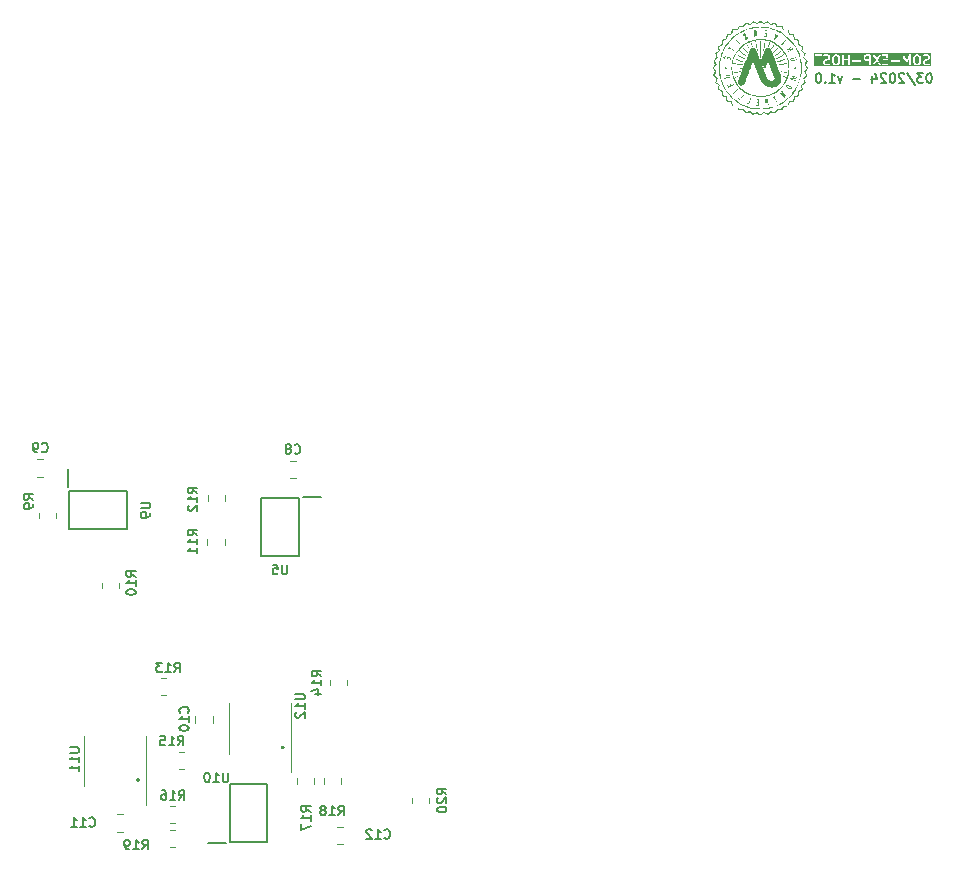
<source format=gbr>
%TF.GenerationSoftware,KiCad,Pcbnew,8.0.0*%
%TF.CreationDate,2024-03-26T17:27:08+01:00*%
%TF.ProjectId,som-exp-host,736f6d2d-6578-4702-9d68-6f73742e6b69,rev?*%
%TF.SameCoordinates,Original*%
%TF.FileFunction,Legend,Bot*%
%TF.FilePolarity,Positive*%
%FSLAX46Y46*%
G04 Gerber Fmt 4.6, Leading zero omitted, Abs format (unit mm)*
G04 Created by KiCad (PCBNEW 8.0.0) date 2024-03-26 17:27:08*
%MOMM*%
%LPD*%
G01*
G04 APERTURE LIST*
%ADD10C,0.150000*%
%ADD11C,0.120000*%
%ADD12C,0.200000*%
%ADD13C,0.300000*%
%ADD14C,0.000000*%
G04 APERTURE END LIST*
D10*
G36*
X184055153Y-55011914D02*
G01*
X184109753Y-55065243D01*
X184140849Y-55185332D01*
X184142119Y-55433360D01*
X184111459Y-55560530D01*
X184059907Y-55613311D01*
X184009497Y-55639431D01*
X183892463Y-55640441D01*
X183843166Y-55616675D01*
X183788565Y-55563346D01*
X183757470Y-55443257D01*
X183756200Y-55195227D01*
X183786860Y-55068058D01*
X183838411Y-55015279D01*
X183888821Y-54989158D01*
X184005855Y-54988148D01*
X184055153Y-55011914D01*
G37*
G36*
X190912296Y-55011914D02*
G01*
X190966896Y-55065243D01*
X190997992Y-55185332D01*
X190999262Y-55433360D01*
X190968602Y-55560530D01*
X190917050Y-55613311D01*
X190866640Y-55639431D01*
X190749606Y-55640441D01*
X190700309Y-55616675D01*
X190645708Y-55563346D01*
X190614613Y-55443257D01*
X190613343Y-55195227D01*
X190644003Y-55068058D01*
X190695554Y-55015279D01*
X190745964Y-54989158D01*
X190862998Y-54988148D01*
X190912296Y-55011914D01*
G37*
G36*
X186731911Y-55258677D02*
G01*
X186521323Y-55259627D01*
X186471487Y-55235602D01*
X186449752Y-55214763D01*
X186423980Y-55165029D01*
X186423097Y-55085994D01*
X186446899Y-55036621D01*
X186467739Y-55014887D01*
X186517265Y-54989224D01*
X186731432Y-54988257D01*
X186731911Y-55258677D01*
G37*
G36*
X191998764Y-55878184D02*
G01*
X182072426Y-55878184D01*
X182072426Y-54928927D01*
X182161315Y-54928927D01*
X182172514Y-54955963D01*
X182193206Y-54976655D01*
X182220242Y-54987854D01*
X182234874Y-54989295D01*
X182388577Y-54988825D01*
X182389887Y-55728927D01*
X182401086Y-55755963D01*
X182421778Y-55776655D01*
X182448814Y-55787854D01*
X182478078Y-55787854D01*
X182505114Y-55776655D01*
X182525806Y-55755963D01*
X182537005Y-55728927D01*
X182538446Y-55714295D01*
X182538041Y-55485723D01*
X182845589Y-55485723D01*
X182846627Y-55551184D01*
X182846178Y-55552533D01*
X182846784Y-55561067D01*
X182847030Y-55576546D01*
X182848061Y-55579035D01*
X182848252Y-55581723D01*
X182853507Y-55595455D01*
X182892842Y-55671366D01*
X182896323Y-55679771D01*
X182898694Y-55682660D01*
X182899434Y-55684088D01*
X182900932Y-55685387D01*
X182905650Y-55691136D01*
X182945505Y-55729351D01*
X182950795Y-55735450D01*
X182953913Y-55737413D01*
X182955110Y-55738560D01*
X182956940Y-55739318D01*
X182963238Y-55743282D01*
X183030219Y-55775572D01*
X183031302Y-55776655D01*
X183039566Y-55780078D01*
X183053161Y-55786632D01*
X183055848Y-55786822D01*
X183058338Y-55787854D01*
X183072970Y-55789295D01*
X183262390Y-55787964D01*
X183272826Y-55788706D01*
X183276524Y-55787864D01*
X183278078Y-55787854D01*
X183279909Y-55787095D01*
X183287163Y-55785446D01*
X183414874Y-55741357D01*
X183436982Y-55722183D01*
X183450068Y-55696010D01*
X183452143Y-55666820D01*
X183442889Y-55639058D01*
X183423716Y-55616950D01*
X183397542Y-55603864D01*
X183368352Y-55601789D01*
X183354015Y-55605049D01*
X183254636Y-55639356D01*
X183092576Y-55640495D01*
X183042916Y-55616555D01*
X183021181Y-55595715D01*
X182995333Y-55545833D01*
X182994681Y-55504721D01*
X183018328Y-55455670D01*
X183039168Y-55433934D01*
X183094594Y-55405213D01*
X183237937Y-55368097D01*
X183245160Y-55367584D01*
X183256125Y-55363387D01*
X183257387Y-55363061D01*
X183257822Y-55362738D01*
X183258892Y-55362329D01*
X183334806Y-55322992D01*
X183343209Y-55319512D01*
X183346096Y-55317142D01*
X183347525Y-55316402D01*
X183348824Y-55314903D01*
X183354574Y-55310185D01*
X183392787Y-55270329D01*
X183398885Y-55265041D01*
X183400848Y-55261921D01*
X183401996Y-55260725D01*
X183402754Y-55258894D01*
X183406718Y-55252598D01*
X183439009Y-55185616D01*
X183440092Y-55184534D01*
X183441572Y-55180961D01*
X183607493Y-55180961D01*
X183608834Y-55442855D01*
X183607582Y-55451273D01*
X183608924Y-55460353D01*
X183608934Y-55462260D01*
X183609357Y-55463281D01*
X183609732Y-55465818D01*
X183647029Y-55609857D01*
X183647029Y-55614640D01*
X183650332Y-55622614D01*
X183652774Y-55632045D01*
X183656094Y-55636526D01*
X183658228Y-55641677D01*
X183667555Y-55653042D01*
X183744526Y-55728221D01*
X183750795Y-55735450D01*
X183753978Y-55737453D01*
X183755111Y-55738560D01*
X183756938Y-55739317D01*
X183763238Y-55743282D01*
X183830218Y-55775572D01*
X183831301Y-55776655D01*
X183839566Y-55780078D01*
X183853160Y-55786632D01*
X183855847Y-55786822D01*
X183858337Y-55787854D01*
X183872969Y-55789295D01*
X184014083Y-55788077D01*
X184015969Y-55788706D01*
X184026298Y-55787972D01*
X184039982Y-55787854D01*
X184042471Y-55786822D01*
X184045159Y-55786632D01*
X184058891Y-55781377D01*
X184134804Y-55742041D01*
X184143209Y-55738560D01*
X184146096Y-55736190D01*
X184147525Y-55735450D01*
X184148824Y-55733951D01*
X184154574Y-55729233D01*
X184224283Y-55657861D01*
X184228123Y-55655558D01*
X184233119Y-55648815D01*
X184240092Y-55641676D01*
X184242225Y-55636525D01*
X184245545Y-55632045D01*
X184250492Y-55618200D01*
X184286283Y-55469750D01*
X184289386Y-55462260D01*
X184290281Y-55453167D01*
X184290738Y-55451274D01*
X184290575Y-55450181D01*
X184290827Y-55447628D01*
X184289485Y-55185733D01*
X184290738Y-55177315D01*
X184289395Y-55168235D01*
X184289386Y-55166329D01*
X184288963Y-55165307D01*
X184288588Y-55162771D01*
X184251290Y-55018730D01*
X184251290Y-55013949D01*
X184247986Y-55005973D01*
X184245545Y-54996544D01*
X184242226Y-54992064D01*
X184240092Y-54986912D01*
X184230764Y-54975547D01*
X184168052Y-54914295D01*
X184483683Y-54914295D01*
X184485124Y-55728927D01*
X184496323Y-55755963D01*
X184517015Y-55776655D01*
X184544051Y-55787854D01*
X184573315Y-55787854D01*
X184600351Y-55776655D01*
X184621043Y-55755963D01*
X184632242Y-55728927D01*
X184633683Y-55714295D01*
X184633074Y-55370019D01*
X184941630Y-55369077D01*
X184942267Y-55728927D01*
X184953466Y-55755963D01*
X184974158Y-55776655D01*
X185001194Y-55787854D01*
X185030458Y-55787854D01*
X185057494Y-55776655D01*
X185078186Y-55755963D01*
X185089385Y-55728927D01*
X185090826Y-55714295D01*
X185090313Y-55424165D01*
X185323220Y-55424165D01*
X185334419Y-55451201D01*
X185355111Y-55471893D01*
X185382147Y-55483092D01*
X185396779Y-55484533D01*
X186020934Y-55483092D01*
X186047970Y-55471893D01*
X186068662Y-55451201D01*
X186079861Y-55424165D01*
X186079861Y-55394901D01*
X186068662Y-55367865D01*
X186047970Y-55347173D01*
X186020934Y-55335974D01*
X186006302Y-55334533D01*
X185382147Y-55335974D01*
X185355111Y-55347173D01*
X185334419Y-55367865D01*
X185323220Y-55394901D01*
X185323220Y-55424165D01*
X185090313Y-55424165D01*
X185089680Y-55066676D01*
X186274159Y-55066676D01*
X186275312Y-55169887D01*
X186274748Y-55171581D01*
X186275440Y-55181328D01*
X186275600Y-55195593D01*
X186276630Y-55198081D01*
X186276822Y-55200771D01*
X186282077Y-55214502D01*
X186321411Y-55290409D01*
X186324895Y-55298820D01*
X186327267Y-55301711D01*
X186328006Y-55303136D01*
X186329501Y-55304432D01*
X186334222Y-55310185D01*
X186374073Y-55348394D01*
X186379366Y-55354497D01*
X186382487Y-55356461D01*
X186383682Y-55357607D01*
X186385509Y-55358364D01*
X186391809Y-55362329D01*
X186458789Y-55394619D01*
X186459872Y-55395702D01*
X186468137Y-55399125D01*
X186481731Y-55405679D01*
X186484418Y-55405869D01*
X186486908Y-55406901D01*
X186501540Y-55408342D01*
X186732174Y-55407301D01*
X186732743Y-55728927D01*
X186743942Y-55755963D01*
X186764634Y-55776655D01*
X186791670Y-55787854D01*
X186820934Y-55787854D01*
X186847970Y-55776655D01*
X186868662Y-55755963D01*
X186879861Y-55728927D01*
X186881294Y-55714374D01*
X187036064Y-55714374D01*
X187041803Y-55743068D01*
X187058086Y-55767383D01*
X187082435Y-55783616D01*
X187111143Y-55789295D01*
X187139837Y-55783556D01*
X187164152Y-55767273D01*
X187173468Y-55755898D01*
X187377928Y-55448223D01*
X187591310Y-55767273D01*
X187615625Y-55783556D01*
X187644319Y-55789295D01*
X187673027Y-55783616D01*
X187697376Y-55767384D01*
X187713659Y-55743069D01*
X187716487Y-55728927D01*
X187837506Y-55728927D01*
X187848705Y-55755963D01*
X187869397Y-55776655D01*
X187896433Y-55787854D01*
X187911065Y-55789295D01*
X188306649Y-55787854D01*
X188333685Y-55776655D01*
X188354377Y-55755963D01*
X188365576Y-55728927D01*
X188367017Y-55714295D01*
X188366504Y-55424165D01*
X188599411Y-55424165D01*
X188610610Y-55451201D01*
X188631302Y-55471893D01*
X188658338Y-55483092D01*
X188672970Y-55484533D01*
X189297125Y-55483092D01*
X189324161Y-55471893D01*
X189344853Y-55451201D01*
X189356052Y-55424165D01*
X189356052Y-55394901D01*
X189344853Y-55367865D01*
X189324161Y-55347173D01*
X189297125Y-55335974D01*
X189282493Y-55334533D01*
X188658338Y-55335974D01*
X188631302Y-55347173D01*
X188610610Y-55367865D01*
X188599411Y-55394901D01*
X188599411Y-55424165D01*
X188366504Y-55424165D01*
X188365602Y-54914295D01*
X189588446Y-54914295D01*
X189589887Y-55728927D01*
X189601086Y-55755963D01*
X189621778Y-55776655D01*
X189648814Y-55787854D01*
X189678078Y-55787854D01*
X189705114Y-55776655D01*
X189725806Y-55755963D01*
X189737005Y-55728927D01*
X189738446Y-55714295D01*
X189737622Y-55248830D01*
X189862238Y-55514314D01*
X189865983Y-55524612D01*
X189868217Y-55527051D01*
X189869643Y-55530089D01*
X189878048Y-55537787D01*
X189885747Y-55546193D01*
X189888766Y-55547601D01*
X189891224Y-55549853D01*
X189901933Y-55553747D01*
X189912265Y-55558569D01*
X189915596Y-55558715D01*
X189918725Y-55559853D01*
X189930113Y-55559352D01*
X189941501Y-55559853D01*
X189944629Y-55558715D01*
X189947961Y-55558569D01*
X189958292Y-55553747D01*
X189969002Y-55549853D01*
X189971459Y-55547601D01*
X189974479Y-55546193D01*
X189982177Y-55537787D01*
X189990583Y-55530089D01*
X189993066Y-55525896D01*
X189994243Y-55524612D01*
X189994903Y-55522796D01*
X189998077Y-55517439D01*
X190122372Y-55249532D01*
X190123220Y-55728927D01*
X190134419Y-55755963D01*
X190155111Y-55776655D01*
X190182147Y-55787854D01*
X190211411Y-55787854D01*
X190238447Y-55776655D01*
X190259139Y-55755963D01*
X190270338Y-55728927D01*
X190271779Y-55714295D01*
X190270835Y-55180961D01*
X190464636Y-55180961D01*
X190465977Y-55442855D01*
X190464725Y-55451273D01*
X190466067Y-55460353D01*
X190466077Y-55462260D01*
X190466500Y-55463281D01*
X190466875Y-55465818D01*
X190504172Y-55609857D01*
X190504172Y-55614640D01*
X190507475Y-55622614D01*
X190509917Y-55632045D01*
X190513237Y-55636526D01*
X190515371Y-55641677D01*
X190524698Y-55653042D01*
X190601669Y-55728221D01*
X190607938Y-55735450D01*
X190611121Y-55737453D01*
X190612254Y-55738560D01*
X190614081Y-55739317D01*
X190620381Y-55743282D01*
X190687361Y-55775572D01*
X190688444Y-55776655D01*
X190696709Y-55780078D01*
X190710303Y-55786632D01*
X190712990Y-55786822D01*
X190715480Y-55787854D01*
X190730112Y-55789295D01*
X190871226Y-55788077D01*
X190873112Y-55788706D01*
X190883441Y-55787972D01*
X190897125Y-55787854D01*
X190899614Y-55786822D01*
X190902302Y-55786632D01*
X190916034Y-55781377D01*
X190991947Y-55742041D01*
X191000352Y-55738560D01*
X191003239Y-55736190D01*
X191004668Y-55735450D01*
X191005967Y-55733951D01*
X191011717Y-55729233D01*
X191081426Y-55657861D01*
X191085266Y-55655558D01*
X191090262Y-55648815D01*
X191097235Y-55641676D01*
X191099368Y-55636525D01*
X191102688Y-55632045D01*
X191107635Y-55618200D01*
X191139575Y-55485723D01*
X191302732Y-55485723D01*
X191303770Y-55551184D01*
X191303321Y-55552533D01*
X191303927Y-55561067D01*
X191304173Y-55576546D01*
X191305204Y-55579035D01*
X191305395Y-55581723D01*
X191310650Y-55595455D01*
X191349985Y-55671366D01*
X191353466Y-55679771D01*
X191355837Y-55682660D01*
X191356577Y-55684088D01*
X191358075Y-55685387D01*
X191362793Y-55691136D01*
X191402648Y-55729351D01*
X191407938Y-55735450D01*
X191411056Y-55737413D01*
X191412253Y-55738560D01*
X191414083Y-55739318D01*
X191420381Y-55743282D01*
X191487362Y-55775572D01*
X191488445Y-55776655D01*
X191496709Y-55780078D01*
X191510304Y-55786632D01*
X191512991Y-55786822D01*
X191515481Y-55787854D01*
X191530113Y-55789295D01*
X191719533Y-55787964D01*
X191729969Y-55788706D01*
X191733667Y-55787864D01*
X191735221Y-55787854D01*
X191737052Y-55787095D01*
X191744306Y-55785446D01*
X191872017Y-55741357D01*
X191894125Y-55722183D01*
X191907211Y-55696010D01*
X191909286Y-55666820D01*
X191900032Y-55639058D01*
X191880859Y-55616950D01*
X191854685Y-55603864D01*
X191825495Y-55601789D01*
X191811158Y-55605049D01*
X191711779Y-55639356D01*
X191549719Y-55640495D01*
X191500059Y-55616555D01*
X191478324Y-55595715D01*
X191452476Y-55545833D01*
X191451824Y-55504721D01*
X191475471Y-55455670D01*
X191496311Y-55433934D01*
X191551737Y-55405213D01*
X191695080Y-55368097D01*
X191702303Y-55367584D01*
X191713268Y-55363387D01*
X191714530Y-55363061D01*
X191714965Y-55362738D01*
X191716035Y-55362329D01*
X191791949Y-55322992D01*
X191800352Y-55319512D01*
X191803239Y-55317142D01*
X191804668Y-55316402D01*
X191805967Y-55314903D01*
X191811717Y-55310185D01*
X191849930Y-55270329D01*
X191856028Y-55265041D01*
X191857991Y-55261921D01*
X191859139Y-55260725D01*
X191859897Y-55258894D01*
X191863861Y-55252598D01*
X191896152Y-55185616D01*
X191897235Y-55184534D01*
X191900656Y-55176273D01*
X191907212Y-55162676D01*
X191907403Y-55159986D01*
X191908434Y-55157498D01*
X191909875Y-55142866D01*
X191908836Y-55077404D01*
X191909286Y-55076056D01*
X191908679Y-55067520D01*
X191908434Y-55052044D01*
X191907403Y-55049555D01*
X191907212Y-55046866D01*
X191901957Y-55033134D01*
X191862623Y-54957228D01*
X191859139Y-54948817D01*
X191856766Y-54945926D01*
X191856028Y-54944501D01*
X191854532Y-54943204D01*
X191849812Y-54937452D01*
X191809960Y-54899242D01*
X191804668Y-54893140D01*
X191801546Y-54891175D01*
X191800352Y-54890030D01*
X191798524Y-54889272D01*
X191792225Y-54885308D01*
X191725244Y-54853017D01*
X191724162Y-54851935D01*
X191715896Y-54848511D01*
X191702303Y-54841958D01*
X191699615Y-54841767D01*
X191697126Y-54840736D01*
X191682494Y-54839295D01*
X191493072Y-54840625D01*
X191482637Y-54839884D01*
X191478938Y-54840725D01*
X191477385Y-54840736D01*
X191475553Y-54841494D01*
X191468300Y-54843144D01*
X191340589Y-54887233D01*
X191318482Y-54906407D01*
X191305396Y-54932580D01*
X191303321Y-54961770D01*
X191312575Y-54989533D01*
X191331749Y-55011640D01*
X191357922Y-55024726D01*
X191387112Y-55026801D01*
X191401449Y-55023541D01*
X191500827Y-54989233D01*
X191662887Y-54988094D01*
X191712546Y-55012034D01*
X191734282Y-55032874D01*
X191760130Y-55082755D01*
X191760782Y-55123866D01*
X191737134Y-55172920D01*
X191716294Y-55194654D01*
X191660866Y-55223375D01*
X191517526Y-55260491D01*
X191510303Y-55261005D01*
X191499335Y-55265202D01*
X191498077Y-55265528D01*
X191497642Y-55265849D01*
X191496571Y-55266260D01*
X191420665Y-55305593D01*
X191412254Y-55309078D01*
X191409363Y-55311450D01*
X191407938Y-55312189D01*
X191406641Y-55313684D01*
X191400889Y-55318405D01*
X191362679Y-55358256D01*
X191356577Y-55363549D01*
X191354612Y-55366670D01*
X191353467Y-55367865D01*
X191352709Y-55369692D01*
X191348745Y-55375992D01*
X191316454Y-55442972D01*
X191315372Y-55444055D01*
X191311948Y-55452320D01*
X191305395Y-55465914D01*
X191305204Y-55468601D01*
X191304173Y-55471091D01*
X191302732Y-55485723D01*
X191139575Y-55485723D01*
X191143426Y-55469750D01*
X191146529Y-55462260D01*
X191147424Y-55453167D01*
X191147881Y-55451274D01*
X191147718Y-55450181D01*
X191147970Y-55447628D01*
X191146628Y-55185733D01*
X191147881Y-55177315D01*
X191146538Y-55168235D01*
X191146529Y-55166329D01*
X191146106Y-55165307D01*
X191145731Y-55162771D01*
X191108433Y-55018730D01*
X191108433Y-55013949D01*
X191105129Y-55005973D01*
X191102688Y-54996544D01*
X191099369Y-54992064D01*
X191097235Y-54986912D01*
X191087907Y-54975547D01*
X191010936Y-54900368D01*
X191004668Y-54893140D01*
X191001484Y-54891136D01*
X191000352Y-54890030D01*
X190998524Y-54889272D01*
X190992225Y-54885308D01*
X190925243Y-54853017D01*
X190924161Y-54851935D01*
X190915896Y-54848511D01*
X190902302Y-54841958D01*
X190899614Y-54841767D01*
X190897125Y-54840736D01*
X190882493Y-54839295D01*
X190741378Y-54840512D01*
X190739493Y-54839884D01*
X190729163Y-54840617D01*
X190715480Y-54840736D01*
X190712990Y-54841767D01*
X190710303Y-54841958D01*
X190696571Y-54847213D01*
X190620660Y-54886547D01*
X190612255Y-54890029D01*
X190609365Y-54892400D01*
X190607938Y-54893140D01*
X190606638Y-54894638D01*
X190600890Y-54899356D01*
X190531179Y-54970726D01*
X190527339Y-54973031D01*
X190522342Y-54979774D01*
X190515371Y-54986912D01*
X190513237Y-54992062D01*
X190509917Y-54996544D01*
X190504970Y-55010390D01*
X190469179Y-55158838D01*
X190466077Y-55166329D01*
X190465181Y-55175422D01*
X190464725Y-55177316D01*
X190464887Y-55178407D01*
X190464636Y-55180961D01*
X190270835Y-55180961D01*
X190270365Y-54915291D01*
X190270910Y-54902907D01*
X190270340Y-54901342D01*
X190270338Y-54899663D01*
X190265359Y-54887644D01*
X190260909Y-54875406D01*
X190259779Y-54874172D01*
X190259139Y-54872627D01*
X190249939Y-54863427D01*
X190241145Y-54853824D01*
X190239628Y-54853116D01*
X190238447Y-54851935D01*
X190226434Y-54846958D01*
X190214627Y-54841449D01*
X190212954Y-54841375D01*
X190211411Y-54840736D01*
X190198405Y-54840736D01*
X190185391Y-54840164D01*
X190183818Y-54840736D01*
X190182147Y-54840736D01*
X190170128Y-54845714D01*
X190157890Y-54850165D01*
X190156656Y-54851295D01*
X190155111Y-54851935D01*
X190145912Y-54861133D01*
X190136309Y-54869928D01*
X190135133Y-54871912D01*
X190134419Y-54872627D01*
X190133742Y-54874260D01*
X190128815Y-54882578D01*
X189930497Y-55310033D01*
X189730488Y-54883930D01*
X189725806Y-54872627D01*
X189724630Y-54871451D01*
X189723916Y-54869929D01*
X189714319Y-54861140D01*
X189705114Y-54851935D01*
X189703568Y-54851294D01*
X189702335Y-54850165D01*
X189690104Y-54845717D01*
X189678078Y-54840736D01*
X189676404Y-54840736D01*
X189674834Y-54840165D01*
X189661833Y-54840736D01*
X189648814Y-54840736D01*
X189647269Y-54841375D01*
X189645598Y-54841449D01*
X189633799Y-54846955D01*
X189621778Y-54851935D01*
X189620595Y-54853117D01*
X189619080Y-54853825D01*
X189610291Y-54863421D01*
X189601086Y-54872627D01*
X189600445Y-54874172D01*
X189599316Y-54875406D01*
X189594868Y-54887636D01*
X189589887Y-54899663D01*
X189589660Y-54901958D01*
X189589316Y-54902907D01*
X189589393Y-54904673D01*
X189588446Y-54914295D01*
X188365602Y-54914295D01*
X188365576Y-54899663D01*
X188354377Y-54872627D01*
X188333685Y-54851935D01*
X188306649Y-54840736D01*
X188292017Y-54839295D01*
X187896433Y-54840736D01*
X187869397Y-54851935D01*
X187848705Y-54872627D01*
X187837506Y-54899663D01*
X187837506Y-54928927D01*
X187848705Y-54955963D01*
X187869397Y-54976655D01*
X187896433Y-54987854D01*
X187911065Y-54989295D01*
X188217147Y-54988180D01*
X188217558Y-55220628D01*
X188010719Y-55221688D01*
X187983683Y-55232887D01*
X187962991Y-55253579D01*
X187951792Y-55280615D01*
X187951792Y-55309879D01*
X187962991Y-55336915D01*
X187983683Y-55357607D01*
X188010719Y-55368806D01*
X188025351Y-55370247D01*
X188217821Y-55369261D01*
X188218299Y-55639563D01*
X187896433Y-55640736D01*
X187869397Y-55651935D01*
X187848705Y-55672627D01*
X187837506Y-55699663D01*
X187837506Y-55728927D01*
X187716487Y-55728927D01*
X187719398Y-55714374D01*
X187713719Y-55685667D01*
X187706802Y-55672693D01*
X187467016Y-55314163D01*
X187713719Y-54942923D01*
X187719398Y-54914216D01*
X187713659Y-54885521D01*
X187697376Y-54861206D01*
X187673027Y-54844974D01*
X187644319Y-54839295D01*
X187615625Y-54845034D01*
X187591310Y-54861317D01*
X187581994Y-54872692D01*
X187377533Y-55180366D01*
X187164152Y-54861317D01*
X187139837Y-54845034D01*
X187111143Y-54839295D01*
X187082435Y-54844974D01*
X187058086Y-54861207D01*
X187041803Y-54885522D01*
X187036064Y-54914216D01*
X187041743Y-54942924D01*
X187048660Y-54955898D01*
X187288445Y-55314426D01*
X187041743Y-55685666D01*
X187036064Y-55714374D01*
X186881294Y-55714374D01*
X186881302Y-55714295D01*
X186879861Y-54899663D01*
X186868662Y-54872627D01*
X186847970Y-54851935D01*
X186820934Y-54840736D01*
X186806302Y-54839295D01*
X186513122Y-54840617D01*
X186510921Y-54839884D01*
X186499744Y-54840678D01*
X186486908Y-54840736D01*
X186484418Y-54841767D01*
X186481731Y-54841958D01*
X186467999Y-54847213D01*
X186392086Y-54886548D01*
X186383682Y-54890030D01*
X186380794Y-54892399D01*
X186379366Y-54893140D01*
X186378066Y-54894638D01*
X186372317Y-54899357D01*
X186334103Y-54939212D01*
X186328006Y-54944501D01*
X186326042Y-54947620D01*
X186324895Y-54948817D01*
X186324136Y-54950647D01*
X186320173Y-54956944D01*
X186287881Y-55023925D01*
X186286799Y-55025008D01*
X186283377Y-55033268D01*
X186276822Y-55046866D01*
X186276630Y-55049555D01*
X186275600Y-55052044D01*
X186274159Y-55066676D01*
X185089680Y-55066676D01*
X185089385Y-54899663D01*
X185078186Y-54872627D01*
X185057494Y-54851935D01*
X185030458Y-54840736D01*
X185001194Y-54840736D01*
X184974158Y-54851935D01*
X184953466Y-54872627D01*
X184942267Y-54899663D01*
X184940826Y-54914295D01*
X184941367Y-55220474D01*
X184632811Y-55221416D01*
X184632242Y-54899663D01*
X184621043Y-54872627D01*
X184600351Y-54851935D01*
X184573315Y-54840736D01*
X184544051Y-54840736D01*
X184517015Y-54851935D01*
X184496323Y-54872627D01*
X184485124Y-54899663D01*
X184483683Y-54914295D01*
X184168052Y-54914295D01*
X184153793Y-54900368D01*
X184147525Y-54893140D01*
X184144341Y-54891136D01*
X184143209Y-54890030D01*
X184141381Y-54889272D01*
X184135082Y-54885308D01*
X184068100Y-54853017D01*
X184067018Y-54851935D01*
X184058753Y-54848511D01*
X184045159Y-54841958D01*
X184042471Y-54841767D01*
X184039982Y-54840736D01*
X184025350Y-54839295D01*
X183884235Y-54840512D01*
X183882350Y-54839884D01*
X183872020Y-54840617D01*
X183858337Y-54840736D01*
X183855847Y-54841767D01*
X183853160Y-54841958D01*
X183839428Y-54847213D01*
X183763517Y-54886547D01*
X183755112Y-54890029D01*
X183752222Y-54892400D01*
X183750795Y-54893140D01*
X183749495Y-54894638D01*
X183743747Y-54899356D01*
X183674036Y-54970726D01*
X183670196Y-54973031D01*
X183665199Y-54979774D01*
X183658228Y-54986912D01*
X183656094Y-54992062D01*
X183652774Y-54996544D01*
X183647827Y-55010390D01*
X183612036Y-55158838D01*
X183608934Y-55166329D01*
X183608038Y-55175422D01*
X183607582Y-55177316D01*
X183607744Y-55178407D01*
X183607493Y-55180961D01*
X183441572Y-55180961D01*
X183443513Y-55176273D01*
X183450069Y-55162676D01*
X183450260Y-55159986D01*
X183451291Y-55157498D01*
X183452732Y-55142866D01*
X183451693Y-55077404D01*
X183452143Y-55076056D01*
X183451536Y-55067520D01*
X183451291Y-55052044D01*
X183450260Y-55049555D01*
X183450069Y-55046866D01*
X183444814Y-55033134D01*
X183405480Y-54957228D01*
X183401996Y-54948817D01*
X183399623Y-54945926D01*
X183398885Y-54944501D01*
X183397389Y-54943204D01*
X183392669Y-54937452D01*
X183352817Y-54899242D01*
X183347525Y-54893140D01*
X183344403Y-54891175D01*
X183343209Y-54890030D01*
X183341381Y-54889272D01*
X183335082Y-54885308D01*
X183268101Y-54853017D01*
X183267019Y-54851935D01*
X183258753Y-54848511D01*
X183245160Y-54841958D01*
X183242472Y-54841767D01*
X183239983Y-54840736D01*
X183225351Y-54839295D01*
X183035929Y-54840625D01*
X183025494Y-54839884D01*
X183021795Y-54840725D01*
X183020242Y-54840736D01*
X183018410Y-54841494D01*
X183011157Y-54843144D01*
X182883446Y-54887233D01*
X182861339Y-54906407D01*
X182848253Y-54932580D01*
X182846178Y-54961770D01*
X182855432Y-54989533D01*
X182874606Y-55011640D01*
X182900779Y-55024726D01*
X182929969Y-55026801D01*
X182944306Y-55023541D01*
X183043684Y-54989233D01*
X183205744Y-54988094D01*
X183255403Y-55012034D01*
X183277139Y-55032874D01*
X183302987Y-55082755D01*
X183303639Y-55123866D01*
X183279991Y-55172920D01*
X183259151Y-55194654D01*
X183203723Y-55223375D01*
X183060383Y-55260491D01*
X183053160Y-55261005D01*
X183042192Y-55265202D01*
X183040934Y-55265528D01*
X183040499Y-55265849D01*
X183039428Y-55266260D01*
X182963522Y-55305593D01*
X182955111Y-55309078D01*
X182952220Y-55311450D01*
X182950795Y-55312189D01*
X182949498Y-55313684D01*
X182943746Y-55318405D01*
X182905536Y-55358256D01*
X182899434Y-55363549D01*
X182897469Y-55366670D01*
X182896324Y-55367865D01*
X182895566Y-55369692D01*
X182891602Y-55375992D01*
X182859311Y-55442972D01*
X182858229Y-55444055D01*
X182854805Y-55452320D01*
X182848252Y-55465914D01*
X182848061Y-55468601D01*
X182847030Y-55471091D01*
X182845589Y-55485723D01*
X182538041Y-55485723D01*
X182537161Y-54988371D01*
X182706649Y-54987854D01*
X182733685Y-54976655D01*
X182754377Y-54955963D01*
X182765576Y-54928927D01*
X182765576Y-54899663D01*
X182754377Y-54872627D01*
X182733685Y-54851935D01*
X182706649Y-54840736D01*
X182692017Y-54839295D01*
X182220242Y-54840736D01*
X182193206Y-54851935D01*
X182172514Y-54872627D01*
X182161315Y-54899663D01*
X182161315Y-54928927D01*
X182072426Y-54928927D01*
X182072426Y-54750406D01*
X191998764Y-54750406D01*
X191998764Y-55878184D01*
G37*
X191869161Y-56444295D02*
X191792971Y-56444295D01*
X191792971Y-56444295D02*
X191716780Y-56482390D01*
X191716780Y-56482390D02*
X191678685Y-56520485D01*
X191678685Y-56520485D02*
X191640590Y-56596676D01*
X191640590Y-56596676D02*
X191602495Y-56749057D01*
X191602495Y-56749057D02*
X191602495Y-56939533D01*
X191602495Y-56939533D02*
X191640590Y-57091914D01*
X191640590Y-57091914D02*
X191678685Y-57168104D01*
X191678685Y-57168104D02*
X191716780Y-57206200D01*
X191716780Y-57206200D02*
X191792971Y-57244295D01*
X191792971Y-57244295D02*
X191869161Y-57244295D01*
X191869161Y-57244295D02*
X191945352Y-57206200D01*
X191945352Y-57206200D02*
X191983447Y-57168104D01*
X191983447Y-57168104D02*
X192021542Y-57091914D01*
X192021542Y-57091914D02*
X192059638Y-56939533D01*
X192059638Y-56939533D02*
X192059638Y-56749057D01*
X192059638Y-56749057D02*
X192021542Y-56596676D01*
X192021542Y-56596676D02*
X191983447Y-56520485D01*
X191983447Y-56520485D02*
X191945352Y-56482390D01*
X191945352Y-56482390D02*
X191869161Y-56444295D01*
X191335828Y-56444295D02*
X190840590Y-56444295D01*
X190840590Y-56444295D02*
X191107256Y-56749057D01*
X191107256Y-56749057D02*
X190992971Y-56749057D01*
X190992971Y-56749057D02*
X190916780Y-56787152D01*
X190916780Y-56787152D02*
X190878685Y-56825247D01*
X190878685Y-56825247D02*
X190840590Y-56901438D01*
X190840590Y-56901438D02*
X190840590Y-57091914D01*
X190840590Y-57091914D02*
X190878685Y-57168104D01*
X190878685Y-57168104D02*
X190916780Y-57206200D01*
X190916780Y-57206200D02*
X190992971Y-57244295D01*
X190992971Y-57244295D02*
X191221542Y-57244295D01*
X191221542Y-57244295D02*
X191297733Y-57206200D01*
X191297733Y-57206200D02*
X191335828Y-57168104D01*
X189926304Y-56406200D02*
X190612018Y-57434771D01*
X189697733Y-56520485D02*
X189659637Y-56482390D01*
X189659637Y-56482390D02*
X189583447Y-56444295D01*
X189583447Y-56444295D02*
X189392971Y-56444295D01*
X189392971Y-56444295D02*
X189316780Y-56482390D01*
X189316780Y-56482390D02*
X189278685Y-56520485D01*
X189278685Y-56520485D02*
X189240590Y-56596676D01*
X189240590Y-56596676D02*
X189240590Y-56672866D01*
X189240590Y-56672866D02*
X189278685Y-56787152D01*
X189278685Y-56787152D02*
X189735828Y-57244295D01*
X189735828Y-57244295D02*
X189240590Y-57244295D01*
X188745351Y-56444295D02*
X188669161Y-56444295D01*
X188669161Y-56444295D02*
X188592970Y-56482390D01*
X188592970Y-56482390D02*
X188554875Y-56520485D01*
X188554875Y-56520485D02*
X188516780Y-56596676D01*
X188516780Y-56596676D02*
X188478685Y-56749057D01*
X188478685Y-56749057D02*
X188478685Y-56939533D01*
X188478685Y-56939533D02*
X188516780Y-57091914D01*
X188516780Y-57091914D02*
X188554875Y-57168104D01*
X188554875Y-57168104D02*
X188592970Y-57206200D01*
X188592970Y-57206200D02*
X188669161Y-57244295D01*
X188669161Y-57244295D02*
X188745351Y-57244295D01*
X188745351Y-57244295D02*
X188821542Y-57206200D01*
X188821542Y-57206200D02*
X188859637Y-57168104D01*
X188859637Y-57168104D02*
X188897732Y-57091914D01*
X188897732Y-57091914D02*
X188935828Y-56939533D01*
X188935828Y-56939533D02*
X188935828Y-56749057D01*
X188935828Y-56749057D02*
X188897732Y-56596676D01*
X188897732Y-56596676D02*
X188859637Y-56520485D01*
X188859637Y-56520485D02*
X188821542Y-56482390D01*
X188821542Y-56482390D02*
X188745351Y-56444295D01*
X188173923Y-56520485D02*
X188135827Y-56482390D01*
X188135827Y-56482390D02*
X188059637Y-56444295D01*
X188059637Y-56444295D02*
X187869161Y-56444295D01*
X187869161Y-56444295D02*
X187792970Y-56482390D01*
X187792970Y-56482390D02*
X187754875Y-56520485D01*
X187754875Y-56520485D02*
X187716780Y-56596676D01*
X187716780Y-56596676D02*
X187716780Y-56672866D01*
X187716780Y-56672866D02*
X187754875Y-56787152D01*
X187754875Y-56787152D02*
X188212018Y-57244295D01*
X188212018Y-57244295D02*
X187716780Y-57244295D01*
X187031065Y-56710961D02*
X187031065Y-57244295D01*
X187221541Y-56406200D02*
X187412018Y-56977628D01*
X187412018Y-56977628D02*
X186916779Y-56977628D01*
X186002493Y-56939533D02*
X185392970Y-56939533D01*
X184478684Y-56710961D02*
X184288208Y-57244295D01*
X184288208Y-57244295D02*
X184097731Y-56710961D01*
X183373922Y-57244295D02*
X183831065Y-57244295D01*
X183602493Y-57244295D02*
X183602493Y-56444295D01*
X183602493Y-56444295D02*
X183678684Y-56558580D01*
X183678684Y-56558580D02*
X183754874Y-56634771D01*
X183754874Y-56634771D02*
X183831065Y-56672866D01*
X183031064Y-57168104D02*
X182992969Y-57206200D01*
X182992969Y-57206200D02*
X183031064Y-57244295D01*
X183031064Y-57244295D02*
X183069160Y-57206200D01*
X183069160Y-57206200D02*
X183031064Y-57168104D01*
X183031064Y-57168104D02*
X183031064Y-57244295D01*
X182497731Y-56444295D02*
X182421541Y-56444295D01*
X182421541Y-56444295D02*
X182345350Y-56482390D01*
X182345350Y-56482390D02*
X182307255Y-56520485D01*
X182307255Y-56520485D02*
X182269160Y-56596676D01*
X182269160Y-56596676D02*
X182231065Y-56749057D01*
X182231065Y-56749057D02*
X182231065Y-56939533D01*
X182231065Y-56939533D02*
X182269160Y-57091914D01*
X182269160Y-57091914D02*
X182307255Y-57168104D01*
X182307255Y-57168104D02*
X182345350Y-57206200D01*
X182345350Y-57206200D02*
X182421541Y-57244295D01*
X182421541Y-57244295D02*
X182497731Y-57244295D01*
X182497731Y-57244295D02*
X182573922Y-57206200D01*
X182573922Y-57206200D02*
X182612017Y-57168104D01*
X182612017Y-57168104D02*
X182650112Y-57091914D01*
X182650112Y-57091914D02*
X182688208Y-56939533D01*
X182688208Y-56939533D02*
X182688208Y-56749057D01*
X182688208Y-56749057D02*
X182650112Y-56596676D01*
X182650112Y-56596676D02*
X182612017Y-56520485D01*
X182612017Y-56520485D02*
X182573922Y-56482390D01*
X182573922Y-56482390D02*
X182497731Y-56444295D01*
X125214285Y-122162295D02*
X125480952Y-121781342D01*
X125671428Y-122162295D02*
X125671428Y-121362295D01*
X125671428Y-121362295D02*
X125366666Y-121362295D01*
X125366666Y-121362295D02*
X125290476Y-121400390D01*
X125290476Y-121400390D02*
X125252381Y-121438485D01*
X125252381Y-121438485D02*
X125214285Y-121514676D01*
X125214285Y-121514676D02*
X125214285Y-121628961D01*
X125214285Y-121628961D02*
X125252381Y-121705152D01*
X125252381Y-121705152D02*
X125290476Y-121743247D01*
X125290476Y-121743247D02*
X125366666Y-121781342D01*
X125366666Y-121781342D02*
X125671428Y-121781342D01*
X124452381Y-122162295D02*
X124909524Y-122162295D01*
X124680952Y-122162295D02*
X124680952Y-121362295D01*
X124680952Y-121362295D02*
X124757143Y-121476580D01*
X124757143Y-121476580D02*
X124833333Y-121552771D01*
X124833333Y-121552771D02*
X124909524Y-121590866D01*
X124071428Y-122162295D02*
X123919047Y-122162295D01*
X123919047Y-122162295D02*
X123842857Y-122124200D01*
X123842857Y-122124200D02*
X123804761Y-122086104D01*
X123804761Y-122086104D02*
X123728571Y-121971819D01*
X123728571Y-121971819D02*
X123690476Y-121819438D01*
X123690476Y-121819438D02*
X123690476Y-121514676D01*
X123690476Y-121514676D02*
X123728571Y-121438485D01*
X123728571Y-121438485D02*
X123766666Y-121400390D01*
X123766666Y-121400390D02*
X123842857Y-121362295D01*
X123842857Y-121362295D02*
X123995238Y-121362295D01*
X123995238Y-121362295D02*
X124071428Y-121400390D01*
X124071428Y-121400390D02*
X124109523Y-121438485D01*
X124109523Y-121438485D02*
X124147619Y-121514676D01*
X124147619Y-121514676D02*
X124147619Y-121705152D01*
X124147619Y-121705152D02*
X124109523Y-121781342D01*
X124109523Y-121781342D02*
X124071428Y-121819438D01*
X124071428Y-121819438D02*
X123995238Y-121857533D01*
X123995238Y-121857533D02*
X123842857Y-121857533D01*
X123842857Y-121857533D02*
X123766666Y-121819438D01*
X123766666Y-121819438D02*
X123728571Y-121781342D01*
X123728571Y-121781342D02*
X123690476Y-121705152D01*
X125062295Y-92828576D02*
X125709914Y-92828576D01*
X125709914Y-92828576D02*
X125786104Y-92866671D01*
X125786104Y-92866671D02*
X125824200Y-92904766D01*
X125824200Y-92904766D02*
X125862295Y-92980957D01*
X125862295Y-92980957D02*
X125862295Y-93133338D01*
X125862295Y-93133338D02*
X125824200Y-93209528D01*
X125824200Y-93209528D02*
X125786104Y-93247623D01*
X125786104Y-93247623D02*
X125709914Y-93285719D01*
X125709914Y-93285719D02*
X125062295Y-93285719D01*
X125862295Y-93704766D02*
X125862295Y-93857147D01*
X125862295Y-93857147D02*
X125824200Y-93933337D01*
X125824200Y-93933337D02*
X125786104Y-93971433D01*
X125786104Y-93971433D02*
X125671819Y-94047623D01*
X125671819Y-94047623D02*
X125519438Y-94085718D01*
X125519438Y-94085718D02*
X125214676Y-94085718D01*
X125214676Y-94085718D02*
X125138485Y-94047623D01*
X125138485Y-94047623D02*
X125100390Y-94009528D01*
X125100390Y-94009528D02*
X125062295Y-93933337D01*
X125062295Y-93933337D02*
X125062295Y-93780956D01*
X125062295Y-93780956D02*
X125100390Y-93704766D01*
X125100390Y-93704766D02*
X125138485Y-93666671D01*
X125138485Y-93666671D02*
X125214676Y-93628575D01*
X125214676Y-93628575D02*
X125405152Y-93628575D01*
X125405152Y-93628575D02*
X125481342Y-93666671D01*
X125481342Y-93666671D02*
X125519438Y-93704766D01*
X125519438Y-93704766D02*
X125557533Y-93780956D01*
X125557533Y-93780956D02*
X125557533Y-93933337D01*
X125557533Y-93933337D02*
X125519438Y-94009528D01*
X125519438Y-94009528D02*
X125481342Y-94047623D01*
X125481342Y-94047623D02*
X125405152Y-94085718D01*
X137491123Y-98062295D02*
X137491123Y-98709914D01*
X137491123Y-98709914D02*
X137453028Y-98786104D01*
X137453028Y-98786104D02*
X137414933Y-98824200D01*
X137414933Y-98824200D02*
X137338742Y-98862295D01*
X137338742Y-98862295D02*
X137186361Y-98862295D01*
X137186361Y-98862295D02*
X137110171Y-98824200D01*
X137110171Y-98824200D02*
X137072076Y-98786104D01*
X137072076Y-98786104D02*
X137033980Y-98709914D01*
X137033980Y-98709914D02*
X137033980Y-98062295D01*
X136272076Y-98062295D02*
X136653028Y-98062295D01*
X136653028Y-98062295D02*
X136691124Y-98443247D01*
X136691124Y-98443247D02*
X136653028Y-98405152D01*
X136653028Y-98405152D02*
X136576838Y-98367057D01*
X136576838Y-98367057D02*
X136386362Y-98367057D01*
X136386362Y-98367057D02*
X136310171Y-98405152D01*
X136310171Y-98405152D02*
X136272076Y-98443247D01*
X136272076Y-98443247D02*
X136233981Y-98519438D01*
X136233981Y-98519438D02*
X136233981Y-98709914D01*
X136233981Y-98709914D02*
X136272076Y-98786104D01*
X136272076Y-98786104D02*
X136310171Y-98824200D01*
X136310171Y-98824200D02*
X136386362Y-98862295D01*
X136386362Y-98862295D02*
X136576838Y-98862295D01*
X136576838Y-98862295D02*
X136653028Y-98824200D01*
X136653028Y-98824200D02*
X136691124Y-98786104D01*
X138095832Y-88606104D02*
X138133928Y-88644200D01*
X138133928Y-88644200D02*
X138248213Y-88682295D01*
X138248213Y-88682295D02*
X138324404Y-88682295D01*
X138324404Y-88682295D02*
X138438690Y-88644200D01*
X138438690Y-88644200D02*
X138514880Y-88568009D01*
X138514880Y-88568009D02*
X138552975Y-88491819D01*
X138552975Y-88491819D02*
X138591071Y-88339438D01*
X138591071Y-88339438D02*
X138591071Y-88225152D01*
X138591071Y-88225152D02*
X138552975Y-88072771D01*
X138552975Y-88072771D02*
X138514880Y-87996580D01*
X138514880Y-87996580D02*
X138438690Y-87920390D01*
X138438690Y-87920390D02*
X138324404Y-87882295D01*
X138324404Y-87882295D02*
X138248213Y-87882295D01*
X138248213Y-87882295D02*
X138133928Y-87920390D01*
X138133928Y-87920390D02*
X138095832Y-87958485D01*
X137638690Y-88225152D02*
X137714880Y-88187057D01*
X137714880Y-88187057D02*
X137752975Y-88148961D01*
X137752975Y-88148961D02*
X137791071Y-88072771D01*
X137791071Y-88072771D02*
X137791071Y-88034676D01*
X137791071Y-88034676D02*
X137752975Y-87958485D01*
X137752975Y-87958485D02*
X137714880Y-87920390D01*
X137714880Y-87920390D02*
X137638690Y-87882295D01*
X137638690Y-87882295D02*
X137486309Y-87882295D01*
X137486309Y-87882295D02*
X137410118Y-87920390D01*
X137410118Y-87920390D02*
X137372023Y-87958485D01*
X137372023Y-87958485D02*
X137333928Y-88034676D01*
X137333928Y-88034676D02*
X137333928Y-88072771D01*
X137333928Y-88072771D02*
X137372023Y-88148961D01*
X137372023Y-88148961D02*
X137410118Y-88187057D01*
X137410118Y-88187057D02*
X137486309Y-88225152D01*
X137486309Y-88225152D02*
X137638690Y-88225152D01*
X137638690Y-88225152D02*
X137714880Y-88263247D01*
X137714880Y-88263247D02*
X137752975Y-88301342D01*
X137752975Y-88301342D02*
X137791071Y-88377533D01*
X137791071Y-88377533D02*
X137791071Y-88529914D01*
X137791071Y-88529914D02*
X137752975Y-88606104D01*
X137752975Y-88606104D02*
X137714880Y-88644200D01*
X137714880Y-88644200D02*
X137638690Y-88682295D01*
X137638690Y-88682295D02*
X137486309Y-88682295D01*
X137486309Y-88682295D02*
X137410118Y-88644200D01*
X137410118Y-88644200D02*
X137372023Y-88606104D01*
X137372023Y-88606104D02*
X137333928Y-88529914D01*
X137333928Y-88529914D02*
X137333928Y-88377533D01*
X137333928Y-88377533D02*
X137372023Y-88301342D01*
X137372023Y-88301342D02*
X137410118Y-88263247D01*
X137410118Y-88263247D02*
X137486309Y-88225152D01*
X120714285Y-120186104D02*
X120752381Y-120224200D01*
X120752381Y-120224200D02*
X120866666Y-120262295D01*
X120866666Y-120262295D02*
X120942857Y-120262295D01*
X120942857Y-120262295D02*
X121057143Y-120224200D01*
X121057143Y-120224200D02*
X121133333Y-120148009D01*
X121133333Y-120148009D02*
X121171428Y-120071819D01*
X121171428Y-120071819D02*
X121209524Y-119919438D01*
X121209524Y-119919438D02*
X121209524Y-119805152D01*
X121209524Y-119805152D02*
X121171428Y-119652771D01*
X121171428Y-119652771D02*
X121133333Y-119576580D01*
X121133333Y-119576580D02*
X121057143Y-119500390D01*
X121057143Y-119500390D02*
X120942857Y-119462295D01*
X120942857Y-119462295D02*
X120866666Y-119462295D01*
X120866666Y-119462295D02*
X120752381Y-119500390D01*
X120752381Y-119500390D02*
X120714285Y-119538485D01*
X119952381Y-120262295D02*
X120409524Y-120262295D01*
X120180952Y-120262295D02*
X120180952Y-119462295D01*
X120180952Y-119462295D02*
X120257143Y-119576580D01*
X120257143Y-119576580D02*
X120333333Y-119652771D01*
X120333333Y-119652771D02*
X120409524Y-119690866D01*
X119190476Y-120262295D02*
X119647619Y-120262295D01*
X119419047Y-120262295D02*
X119419047Y-119462295D01*
X119419047Y-119462295D02*
X119495238Y-119576580D01*
X119495238Y-119576580D02*
X119571428Y-119652771D01*
X119571428Y-119652771D02*
X119647619Y-119690866D01*
X128214285Y-113362295D02*
X128480952Y-112981342D01*
X128671428Y-113362295D02*
X128671428Y-112562295D01*
X128671428Y-112562295D02*
X128366666Y-112562295D01*
X128366666Y-112562295D02*
X128290476Y-112600390D01*
X128290476Y-112600390D02*
X128252381Y-112638485D01*
X128252381Y-112638485D02*
X128214285Y-112714676D01*
X128214285Y-112714676D02*
X128214285Y-112828961D01*
X128214285Y-112828961D02*
X128252381Y-112905152D01*
X128252381Y-112905152D02*
X128290476Y-112943247D01*
X128290476Y-112943247D02*
X128366666Y-112981342D01*
X128366666Y-112981342D02*
X128671428Y-112981342D01*
X127452381Y-113362295D02*
X127909524Y-113362295D01*
X127680952Y-113362295D02*
X127680952Y-112562295D01*
X127680952Y-112562295D02*
X127757143Y-112676580D01*
X127757143Y-112676580D02*
X127833333Y-112752771D01*
X127833333Y-112752771D02*
X127909524Y-112790866D01*
X126728571Y-112562295D02*
X127109523Y-112562295D01*
X127109523Y-112562295D02*
X127147619Y-112943247D01*
X127147619Y-112943247D02*
X127109523Y-112905152D01*
X127109523Y-112905152D02*
X127033333Y-112867057D01*
X127033333Y-112867057D02*
X126842857Y-112867057D01*
X126842857Y-112867057D02*
X126766666Y-112905152D01*
X126766666Y-112905152D02*
X126728571Y-112943247D01*
X126728571Y-112943247D02*
X126690476Y-113019438D01*
X126690476Y-113019438D02*
X126690476Y-113209914D01*
X126690476Y-113209914D02*
X126728571Y-113286104D01*
X126728571Y-113286104D02*
X126766666Y-113324200D01*
X126766666Y-113324200D02*
X126842857Y-113362295D01*
X126842857Y-113362295D02*
X127033333Y-113362295D01*
X127033333Y-113362295D02*
X127109523Y-113324200D01*
X127109523Y-113324200D02*
X127147619Y-113286104D01*
X141814285Y-119262295D02*
X142080952Y-118881342D01*
X142271428Y-119262295D02*
X142271428Y-118462295D01*
X142271428Y-118462295D02*
X141966666Y-118462295D01*
X141966666Y-118462295D02*
X141890476Y-118500390D01*
X141890476Y-118500390D02*
X141852381Y-118538485D01*
X141852381Y-118538485D02*
X141814285Y-118614676D01*
X141814285Y-118614676D02*
X141814285Y-118728961D01*
X141814285Y-118728961D02*
X141852381Y-118805152D01*
X141852381Y-118805152D02*
X141890476Y-118843247D01*
X141890476Y-118843247D02*
X141966666Y-118881342D01*
X141966666Y-118881342D02*
X142271428Y-118881342D01*
X141052381Y-119262295D02*
X141509524Y-119262295D01*
X141280952Y-119262295D02*
X141280952Y-118462295D01*
X141280952Y-118462295D02*
X141357143Y-118576580D01*
X141357143Y-118576580D02*
X141433333Y-118652771D01*
X141433333Y-118652771D02*
X141509524Y-118690866D01*
X140595238Y-118805152D02*
X140671428Y-118767057D01*
X140671428Y-118767057D02*
X140709523Y-118728961D01*
X140709523Y-118728961D02*
X140747619Y-118652771D01*
X140747619Y-118652771D02*
X140747619Y-118614676D01*
X140747619Y-118614676D02*
X140709523Y-118538485D01*
X140709523Y-118538485D02*
X140671428Y-118500390D01*
X140671428Y-118500390D02*
X140595238Y-118462295D01*
X140595238Y-118462295D02*
X140442857Y-118462295D01*
X140442857Y-118462295D02*
X140366666Y-118500390D01*
X140366666Y-118500390D02*
X140328571Y-118538485D01*
X140328571Y-118538485D02*
X140290476Y-118614676D01*
X140290476Y-118614676D02*
X140290476Y-118652771D01*
X140290476Y-118652771D02*
X140328571Y-118728961D01*
X140328571Y-118728961D02*
X140366666Y-118767057D01*
X140366666Y-118767057D02*
X140442857Y-118805152D01*
X140442857Y-118805152D02*
X140595238Y-118805152D01*
X140595238Y-118805152D02*
X140671428Y-118843247D01*
X140671428Y-118843247D02*
X140709523Y-118881342D01*
X140709523Y-118881342D02*
X140747619Y-118957533D01*
X140747619Y-118957533D02*
X140747619Y-119109914D01*
X140747619Y-119109914D02*
X140709523Y-119186104D01*
X140709523Y-119186104D02*
X140671428Y-119224200D01*
X140671428Y-119224200D02*
X140595238Y-119262295D01*
X140595238Y-119262295D02*
X140442857Y-119262295D01*
X140442857Y-119262295D02*
X140366666Y-119224200D01*
X140366666Y-119224200D02*
X140328571Y-119186104D01*
X140328571Y-119186104D02*
X140290476Y-119109914D01*
X140290476Y-119109914D02*
X140290476Y-118957533D01*
X140290476Y-118957533D02*
X140328571Y-118881342D01*
X140328571Y-118881342D02*
X140366666Y-118843247D01*
X140366666Y-118843247D02*
X140442857Y-118805152D01*
X138162296Y-109009523D02*
X138809915Y-109009523D01*
X138809915Y-109009523D02*
X138886105Y-109047618D01*
X138886105Y-109047618D02*
X138924201Y-109085713D01*
X138924201Y-109085713D02*
X138962296Y-109161904D01*
X138962296Y-109161904D02*
X138962296Y-109314285D01*
X138962296Y-109314285D02*
X138924201Y-109390475D01*
X138924201Y-109390475D02*
X138886105Y-109428570D01*
X138886105Y-109428570D02*
X138809915Y-109466666D01*
X138809915Y-109466666D02*
X138162296Y-109466666D01*
X138962296Y-110266665D02*
X138962296Y-109809522D01*
X138962296Y-110038094D02*
X138162296Y-110038094D01*
X138162296Y-110038094D02*
X138276581Y-109961903D01*
X138276581Y-109961903D02*
X138352772Y-109885713D01*
X138352772Y-109885713D02*
X138390867Y-109809522D01*
X138238486Y-110571427D02*
X138200391Y-110609523D01*
X138200391Y-110609523D02*
X138162296Y-110685713D01*
X138162296Y-110685713D02*
X138162296Y-110876189D01*
X138162296Y-110876189D02*
X138200391Y-110952380D01*
X138200391Y-110952380D02*
X138238486Y-110990475D01*
X138238486Y-110990475D02*
X138314677Y-111028570D01*
X138314677Y-111028570D02*
X138390867Y-111028570D01*
X138390867Y-111028570D02*
X138505153Y-110990475D01*
X138505153Y-110990475D02*
X138962296Y-110533332D01*
X138962296Y-110533332D02*
X138962296Y-111028570D01*
X116708332Y-88468604D02*
X116746428Y-88506700D01*
X116746428Y-88506700D02*
X116860713Y-88544795D01*
X116860713Y-88544795D02*
X116936904Y-88544795D01*
X116936904Y-88544795D02*
X117051190Y-88506700D01*
X117051190Y-88506700D02*
X117127380Y-88430509D01*
X117127380Y-88430509D02*
X117165475Y-88354319D01*
X117165475Y-88354319D02*
X117203571Y-88201938D01*
X117203571Y-88201938D02*
X117203571Y-88087652D01*
X117203571Y-88087652D02*
X117165475Y-87935271D01*
X117165475Y-87935271D02*
X117127380Y-87859080D01*
X117127380Y-87859080D02*
X117051190Y-87782890D01*
X117051190Y-87782890D02*
X116936904Y-87744795D01*
X116936904Y-87744795D02*
X116860713Y-87744795D01*
X116860713Y-87744795D02*
X116746428Y-87782890D01*
X116746428Y-87782890D02*
X116708332Y-87820985D01*
X116327380Y-88544795D02*
X116174999Y-88544795D01*
X116174999Y-88544795D02*
X116098809Y-88506700D01*
X116098809Y-88506700D02*
X116060713Y-88468604D01*
X116060713Y-88468604D02*
X115984523Y-88354319D01*
X115984523Y-88354319D02*
X115946428Y-88201938D01*
X115946428Y-88201938D02*
X115946428Y-87897176D01*
X115946428Y-87897176D02*
X115984523Y-87820985D01*
X115984523Y-87820985D02*
X116022618Y-87782890D01*
X116022618Y-87782890D02*
X116098809Y-87744795D01*
X116098809Y-87744795D02*
X116251190Y-87744795D01*
X116251190Y-87744795D02*
X116327380Y-87782890D01*
X116327380Y-87782890D02*
X116365475Y-87820985D01*
X116365475Y-87820985D02*
X116403571Y-87897176D01*
X116403571Y-87897176D02*
X116403571Y-88087652D01*
X116403571Y-88087652D02*
X116365475Y-88163842D01*
X116365475Y-88163842D02*
X116327380Y-88201938D01*
X116327380Y-88201938D02*
X116251190Y-88240033D01*
X116251190Y-88240033D02*
X116098809Y-88240033D01*
X116098809Y-88240033D02*
X116022618Y-88201938D01*
X116022618Y-88201938D02*
X115984523Y-88163842D01*
X115984523Y-88163842D02*
X115946428Y-88087652D01*
X128314285Y-117974095D02*
X128580952Y-117593142D01*
X128771428Y-117974095D02*
X128771428Y-117174095D01*
X128771428Y-117174095D02*
X128466666Y-117174095D01*
X128466666Y-117174095D02*
X128390476Y-117212190D01*
X128390476Y-117212190D02*
X128352381Y-117250285D01*
X128352381Y-117250285D02*
X128314285Y-117326476D01*
X128314285Y-117326476D02*
X128314285Y-117440761D01*
X128314285Y-117440761D02*
X128352381Y-117516952D01*
X128352381Y-117516952D02*
X128390476Y-117555047D01*
X128390476Y-117555047D02*
X128466666Y-117593142D01*
X128466666Y-117593142D02*
X128771428Y-117593142D01*
X127552381Y-117974095D02*
X128009524Y-117974095D01*
X127780952Y-117974095D02*
X127780952Y-117174095D01*
X127780952Y-117174095D02*
X127857143Y-117288380D01*
X127857143Y-117288380D02*
X127933333Y-117364571D01*
X127933333Y-117364571D02*
X128009524Y-117402666D01*
X126866666Y-117174095D02*
X127019047Y-117174095D01*
X127019047Y-117174095D02*
X127095238Y-117212190D01*
X127095238Y-117212190D02*
X127133333Y-117250285D01*
X127133333Y-117250285D02*
X127209523Y-117364571D01*
X127209523Y-117364571D02*
X127247619Y-117516952D01*
X127247619Y-117516952D02*
X127247619Y-117821714D01*
X127247619Y-117821714D02*
X127209523Y-117897904D01*
X127209523Y-117897904D02*
X127171428Y-117936000D01*
X127171428Y-117936000D02*
X127095238Y-117974095D01*
X127095238Y-117974095D02*
X126942857Y-117974095D01*
X126942857Y-117974095D02*
X126866666Y-117936000D01*
X126866666Y-117936000D02*
X126828571Y-117897904D01*
X126828571Y-117897904D02*
X126790476Y-117821714D01*
X126790476Y-117821714D02*
X126790476Y-117631238D01*
X126790476Y-117631238D02*
X126828571Y-117555047D01*
X126828571Y-117555047D02*
X126866666Y-117516952D01*
X126866666Y-117516952D02*
X126942857Y-117478857D01*
X126942857Y-117478857D02*
X127095238Y-117478857D01*
X127095238Y-117478857D02*
X127171428Y-117516952D01*
X127171428Y-117516952D02*
X127209523Y-117555047D01*
X127209523Y-117555047D02*
X127247619Y-117631238D01*
X115962295Y-92566667D02*
X115581342Y-92300000D01*
X115962295Y-92109524D02*
X115162295Y-92109524D01*
X115162295Y-92109524D02*
X115162295Y-92414286D01*
X115162295Y-92414286D02*
X115200390Y-92490476D01*
X115200390Y-92490476D02*
X115238485Y-92528571D01*
X115238485Y-92528571D02*
X115314676Y-92566667D01*
X115314676Y-92566667D02*
X115428961Y-92566667D01*
X115428961Y-92566667D02*
X115505152Y-92528571D01*
X115505152Y-92528571D02*
X115543247Y-92490476D01*
X115543247Y-92490476D02*
X115581342Y-92414286D01*
X115581342Y-92414286D02*
X115581342Y-92109524D01*
X115962295Y-92947619D02*
X115962295Y-93100000D01*
X115962295Y-93100000D02*
X115924200Y-93176190D01*
X115924200Y-93176190D02*
X115886104Y-93214286D01*
X115886104Y-93214286D02*
X115771819Y-93290476D01*
X115771819Y-93290476D02*
X115619438Y-93328571D01*
X115619438Y-93328571D02*
X115314676Y-93328571D01*
X115314676Y-93328571D02*
X115238485Y-93290476D01*
X115238485Y-93290476D02*
X115200390Y-93252381D01*
X115200390Y-93252381D02*
X115162295Y-93176190D01*
X115162295Y-93176190D02*
X115162295Y-93023809D01*
X115162295Y-93023809D02*
X115200390Y-92947619D01*
X115200390Y-92947619D02*
X115238485Y-92909524D01*
X115238485Y-92909524D02*
X115314676Y-92871428D01*
X115314676Y-92871428D02*
X115505152Y-92871428D01*
X115505152Y-92871428D02*
X115581342Y-92909524D01*
X115581342Y-92909524D02*
X115619438Y-92947619D01*
X115619438Y-92947619D02*
X115657533Y-93023809D01*
X115657533Y-93023809D02*
X115657533Y-93176190D01*
X115657533Y-93176190D02*
X115619438Y-93252381D01*
X115619438Y-93252381D02*
X115581342Y-93290476D01*
X115581342Y-93290476D02*
X115505152Y-93328571D01*
X150962295Y-117485714D02*
X150581342Y-117219047D01*
X150962295Y-117028571D02*
X150162295Y-117028571D01*
X150162295Y-117028571D02*
X150162295Y-117333333D01*
X150162295Y-117333333D02*
X150200390Y-117409523D01*
X150200390Y-117409523D02*
X150238485Y-117447618D01*
X150238485Y-117447618D02*
X150314676Y-117485714D01*
X150314676Y-117485714D02*
X150428961Y-117485714D01*
X150428961Y-117485714D02*
X150505152Y-117447618D01*
X150505152Y-117447618D02*
X150543247Y-117409523D01*
X150543247Y-117409523D02*
X150581342Y-117333333D01*
X150581342Y-117333333D02*
X150581342Y-117028571D01*
X150238485Y-117790475D02*
X150200390Y-117828571D01*
X150200390Y-117828571D02*
X150162295Y-117904761D01*
X150162295Y-117904761D02*
X150162295Y-118095237D01*
X150162295Y-118095237D02*
X150200390Y-118171428D01*
X150200390Y-118171428D02*
X150238485Y-118209523D01*
X150238485Y-118209523D02*
X150314676Y-118247618D01*
X150314676Y-118247618D02*
X150390866Y-118247618D01*
X150390866Y-118247618D02*
X150505152Y-118209523D01*
X150505152Y-118209523D02*
X150962295Y-117752380D01*
X150962295Y-117752380D02*
X150962295Y-118247618D01*
X150162295Y-118742857D02*
X150162295Y-118819047D01*
X150162295Y-118819047D02*
X150200390Y-118895238D01*
X150200390Y-118895238D02*
X150238485Y-118933333D01*
X150238485Y-118933333D02*
X150314676Y-118971428D01*
X150314676Y-118971428D02*
X150467057Y-119009523D01*
X150467057Y-119009523D02*
X150657533Y-119009523D01*
X150657533Y-119009523D02*
X150809914Y-118971428D01*
X150809914Y-118971428D02*
X150886104Y-118933333D01*
X150886104Y-118933333D02*
X150924200Y-118895238D01*
X150924200Y-118895238D02*
X150962295Y-118819047D01*
X150962295Y-118819047D02*
X150962295Y-118742857D01*
X150962295Y-118742857D02*
X150924200Y-118666666D01*
X150924200Y-118666666D02*
X150886104Y-118628571D01*
X150886104Y-118628571D02*
X150809914Y-118590476D01*
X150809914Y-118590476D02*
X150657533Y-118552380D01*
X150657533Y-118552380D02*
X150467057Y-118552380D01*
X150467057Y-118552380D02*
X150314676Y-118590476D01*
X150314676Y-118590476D02*
X150238485Y-118628571D01*
X150238485Y-118628571D02*
X150200390Y-118666666D01*
X150200390Y-118666666D02*
X150162295Y-118742857D01*
X129075904Y-110585714D02*
X129114000Y-110547618D01*
X129114000Y-110547618D02*
X129152095Y-110433333D01*
X129152095Y-110433333D02*
X129152095Y-110357142D01*
X129152095Y-110357142D02*
X129114000Y-110242856D01*
X129114000Y-110242856D02*
X129037809Y-110166666D01*
X129037809Y-110166666D02*
X128961619Y-110128571D01*
X128961619Y-110128571D02*
X128809238Y-110090475D01*
X128809238Y-110090475D02*
X128694952Y-110090475D01*
X128694952Y-110090475D02*
X128542571Y-110128571D01*
X128542571Y-110128571D02*
X128466380Y-110166666D01*
X128466380Y-110166666D02*
X128390190Y-110242856D01*
X128390190Y-110242856D02*
X128352095Y-110357142D01*
X128352095Y-110357142D02*
X128352095Y-110433333D01*
X128352095Y-110433333D02*
X128390190Y-110547618D01*
X128390190Y-110547618D02*
X128428285Y-110585714D01*
X129152095Y-111347618D02*
X129152095Y-110890475D01*
X129152095Y-111119047D02*
X128352095Y-111119047D01*
X128352095Y-111119047D02*
X128466380Y-111042856D01*
X128466380Y-111042856D02*
X128542571Y-110966666D01*
X128542571Y-110966666D02*
X128580666Y-110890475D01*
X128352095Y-111842857D02*
X128352095Y-111919047D01*
X128352095Y-111919047D02*
X128390190Y-111995238D01*
X128390190Y-111995238D02*
X128428285Y-112033333D01*
X128428285Y-112033333D02*
X128504476Y-112071428D01*
X128504476Y-112071428D02*
X128656857Y-112109523D01*
X128656857Y-112109523D02*
X128847333Y-112109523D01*
X128847333Y-112109523D02*
X128999714Y-112071428D01*
X128999714Y-112071428D02*
X129075904Y-112033333D01*
X129075904Y-112033333D02*
X129114000Y-111995238D01*
X129114000Y-111995238D02*
X129152095Y-111919047D01*
X129152095Y-111919047D02*
X129152095Y-111842857D01*
X129152095Y-111842857D02*
X129114000Y-111766666D01*
X129114000Y-111766666D02*
X129075904Y-111728571D01*
X129075904Y-111728571D02*
X128999714Y-111690476D01*
X128999714Y-111690476D02*
X128847333Y-111652380D01*
X128847333Y-111652380D02*
X128656857Y-111652380D01*
X128656857Y-111652380D02*
X128504476Y-111690476D01*
X128504476Y-111690476D02*
X128428285Y-111728571D01*
X128428285Y-111728571D02*
X128390190Y-111766666D01*
X128390190Y-111766666D02*
X128352095Y-111842857D01*
X139462295Y-118985714D02*
X139081342Y-118719047D01*
X139462295Y-118528571D02*
X138662295Y-118528571D01*
X138662295Y-118528571D02*
X138662295Y-118833333D01*
X138662295Y-118833333D02*
X138700390Y-118909523D01*
X138700390Y-118909523D02*
X138738485Y-118947618D01*
X138738485Y-118947618D02*
X138814676Y-118985714D01*
X138814676Y-118985714D02*
X138928961Y-118985714D01*
X138928961Y-118985714D02*
X139005152Y-118947618D01*
X139005152Y-118947618D02*
X139043247Y-118909523D01*
X139043247Y-118909523D02*
X139081342Y-118833333D01*
X139081342Y-118833333D02*
X139081342Y-118528571D01*
X139462295Y-119747618D02*
X139462295Y-119290475D01*
X139462295Y-119519047D02*
X138662295Y-119519047D01*
X138662295Y-119519047D02*
X138776580Y-119442856D01*
X138776580Y-119442856D02*
X138852771Y-119366666D01*
X138852771Y-119366666D02*
X138890866Y-119290475D01*
X138662295Y-120014285D02*
X138662295Y-120547619D01*
X138662295Y-120547619D02*
X139462295Y-120204761D01*
X129862295Y-91985714D02*
X129481342Y-91719047D01*
X129862295Y-91528571D02*
X129062295Y-91528571D01*
X129062295Y-91528571D02*
X129062295Y-91833333D01*
X129062295Y-91833333D02*
X129100390Y-91909523D01*
X129100390Y-91909523D02*
X129138485Y-91947618D01*
X129138485Y-91947618D02*
X129214676Y-91985714D01*
X129214676Y-91985714D02*
X129328961Y-91985714D01*
X129328961Y-91985714D02*
X129405152Y-91947618D01*
X129405152Y-91947618D02*
X129443247Y-91909523D01*
X129443247Y-91909523D02*
X129481342Y-91833333D01*
X129481342Y-91833333D02*
X129481342Y-91528571D01*
X129862295Y-92747618D02*
X129862295Y-92290475D01*
X129862295Y-92519047D02*
X129062295Y-92519047D01*
X129062295Y-92519047D02*
X129176580Y-92442856D01*
X129176580Y-92442856D02*
X129252771Y-92366666D01*
X129252771Y-92366666D02*
X129290866Y-92290475D01*
X129138485Y-93052380D02*
X129100390Y-93090476D01*
X129100390Y-93090476D02*
X129062295Y-93166666D01*
X129062295Y-93166666D02*
X129062295Y-93357142D01*
X129062295Y-93357142D02*
X129100390Y-93433333D01*
X129100390Y-93433333D02*
X129138485Y-93471428D01*
X129138485Y-93471428D02*
X129214676Y-93509523D01*
X129214676Y-93509523D02*
X129290866Y-93509523D01*
X129290866Y-93509523D02*
X129405152Y-93471428D01*
X129405152Y-93471428D02*
X129862295Y-93014285D01*
X129862295Y-93014285D02*
X129862295Y-93509523D01*
X127914285Y-107162295D02*
X128180952Y-106781342D01*
X128371428Y-107162295D02*
X128371428Y-106362295D01*
X128371428Y-106362295D02*
X128066666Y-106362295D01*
X128066666Y-106362295D02*
X127990476Y-106400390D01*
X127990476Y-106400390D02*
X127952381Y-106438485D01*
X127952381Y-106438485D02*
X127914285Y-106514676D01*
X127914285Y-106514676D02*
X127914285Y-106628961D01*
X127914285Y-106628961D02*
X127952381Y-106705152D01*
X127952381Y-106705152D02*
X127990476Y-106743247D01*
X127990476Y-106743247D02*
X128066666Y-106781342D01*
X128066666Y-106781342D02*
X128371428Y-106781342D01*
X127152381Y-107162295D02*
X127609524Y-107162295D01*
X127380952Y-107162295D02*
X127380952Y-106362295D01*
X127380952Y-106362295D02*
X127457143Y-106476580D01*
X127457143Y-106476580D02*
X127533333Y-106552771D01*
X127533333Y-106552771D02*
X127609524Y-106590866D01*
X126885714Y-106362295D02*
X126390476Y-106362295D01*
X126390476Y-106362295D02*
X126657142Y-106667057D01*
X126657142Y-106667057D02*
X126542857Y-106667057D01*
X126542857Y-106667057D02*
X126466666Y-106705152D01*
X126466666Y-106705152D02*
X126428571Y-106743247D01*
X126428571Y-106743247D02*
X126390476Y-106819438D01*
X126390476Y-106819438D02*
X126390476Y-107009914D01*
X126390476Y-107009914D02*
X126428571Y-107086104D01*
X126428571Y-107086104D02*
X126466666Y-107124200D01*
X126466666Y-107124200D02*
X126542857Y-107162295D01*
X126542857Y-107162295D02*
X126771428Y-107162295D01*
X126771428Y-107162295D02*
X126847619Y-107124200D01*
X126847619Y-107124200D02*
X126885714Y-107086104D01*
X140343295Y-107521714D02*
X139962342Y-107255047D01*
X140343295Y-107064571D02*
X139543295Y-107064571D01*
X139543295Y-107064571D02*
X139543295Y-107369333D01*
X139543295Y-107369333D02*
X139581390Y-107445523D01*
X139581390Y-107445523D02*
X139619485Y-107483618D01*
X139619485Y-107483618D02*
X139695676Y-107521714D01*
X139695676Y-107521714D02*
X139809961Y-107521714D01*
X139809961Y-107521714D02*
X139886152Y-107483618D01*
X139886152Y-107483618D02*
X139924247Y-107445523D01*
X139924247Y-107445523D02*
X139962342Y-107369333D01*
X139962342Y-107369333D02*
X139962342Y-107064571D01*
X140343295Y-108283618D02*
X140343295Y-107826475D01*
X140343295Y-108055047D02*
X139543295Y-108055047D01*
X139543295Y-108055047D02*
X139657580Y-107978856D01*
X139657580Y-107978856D02*
X139733771Y-107902666D01*
X139733771Y-107902666D02*
X139771866Y-107826475D01*
X139809961Y-108969333D02*
X140343295Y-108969333D01*
X139505200Y-108778857D02*
X140076628Y-108588380D01*
X140076628Y-108588380D02*
X140076628Y-109083619D01*
X119062295Y-113509524D02*
X119709914Y-113509524D01*
X119709914Y-113509524D02*
X119786104Y-113547619D01*
X119786104Y-113547619D02*
X119824200Y-113585714D01*
X119824200Y-113585714D02*
X119862295Y-113661905D01*
X119862295Y-113661905D02*
X119862295Y-113814286D01*
X119862295Y-113814286D02*
X119824200Y-113890476D01*
X119824200Y-113890476D02*
X119786104Y-113928571D01*
X119786104Y-113928571D02*
X119709914Y-113966667D01*
X119709914Y-113966667D02*
X119062295Y-113966667D01*
X119862295Y-114766666D02*
X119862295Y-114309523D01*
X119862295Y-114538095D02*
X119062295Y-114538095D01*
X119062295Y-114538095D02*
X119176580Y-114461904D01*
X119176580Y-114461904D02*
X119252771Y-114385714D01*
X119252771Y-114385714D02*
X119290866Y-114309523D01*
X119862295Y-115528571D02*
X119862295Y-115071428D01*
X119862295Y-115300000D02*
X119062295Y-115300000D01*
X119062295Y-115300000D02*
X119176580Y-115223809D01*
X119176580Y-115223809D02*
X119252771Y-115147619D01*
X119252771Y-115147619D02*
X119290866Y-115071428D01*
X124662295Y-99085714D02*
X124281342Y-98819047D01*
X124662295Y-98628571D02*
X123862295Y-98628571D01*
X123862295Y-98628571D02*
X123862295Y-98933333D01*
X123862295Y-98933333D02*
X123900390Y-99009523D01*
X123900390Y-99009523D02*
X123938485Y-99047618D01*
X123938485Y-99047618D02*
X124014676Y-99085714D01*
X124014676Y-99085714D02*
X124128961Y-99085714D01*
X124128961Y-99085714D02*
X124205152Y-99047618D01*
X124205152Y-99047618D02*
X124243247Y-99009523D01*
X124243247Y-99009523D02*
X124281342Y-98933333D01*
X124281342Y-98933333D02*
X124281342Y-98628571D01*
X124662295Y-99847618D02*
X124662295Y-99390475D01*
X124662295Y-99619047D02*
X123862295Y-99619047D01*
X123862295Y-99619047D02*
X123976580Y-99542856D01*
X123976580Y-99542856D02*
X124052771Y-99466666D01*
X124052771Y-99466666D02*
X124090866Y-99390475D01*
X123862295Y-100342857D02*
X123862295Y-100419047D01*
X123862295Y-100419047D02*
X123900390Y-100495238D01*
X123900390Y-100495238D02*
X123938485Y-100533333D01*
X123938485Y-100533333D02*
X124014676Y-100571428D01*
X124014676Y-100571428D02*
X124167057Y-100609523D01*
X124167057Y-100609523D02*
X124357533Y-100609523D01*
X124357533Y-100609523D02*
X124509914Y-100571428D01*
X124509914Y-100571428D02*
X124586104Y-100533333D01*
X124586104Y-100533333D02*
X124624200Y-100495238D01*
X124624200Y-100495238D02*
X124662295Y-100419047D01*
X124662295Y-100419047D02*
X124662295Y-100342857D01*
X124662295Y-100342857D02*
X124624200Y-100266666D01*
X124624200Y-100266666D02*
X124586104Y-100228571D01*
X124586104Y-100228571D02*
X124509914Y-100190476D01*
X124509914Y-100190476D02*
X124357533Y-100152380D01*
X124357533Y-100152380D02*
X124167057Y-100152380D01*
X124167057Y-100152380D02*
X124014676Y-100190476D01*
X124014676Y-100190476D02*
X123938485Y-100228571D01*
X123938485Y-100228571D02*
X123900390Y-100266666D01*
X123900390Y-100266666D02*
X123862295Y-100342857D01*
X129862295Y-95585714D02*
X129481342Y-95319047D01*
X129862295Y-95128571D02*
X129062295Y-95128571D01*
X129062295Y-95128571D02*
X129062295Y-95433333D01*
X129062295Y-95433333D02*
X129100390Y-95509523D01*
X129100390Y-95509523D02*
X129138485Y-95547618D01*
X129138485Y-95547618D02*
X129214676Y-95585714D01*
X129214676Y-95585714D02*
X129328961Y-95585714D01*
X129328961Y-95585714D02*
X129405152Y-95547618D01*
X129405152Y-95547618D02*
X129443247Y-95509523D01*
X129443247Y-95509523D02*
X129481342Y-95433333D01*
X129481342Y-95433333D02*
X129481342Y-95128571D01*
X129862295Y-96347618D02*
X129862295Y-95890475D01*
X129862295Y-96119047D02*
X129062295Y-96119047D01*
X129062295Y-96119047D02*
X129176580Y-96042856D01*
X129176580Y-96042856D02*
X129252771Y-95966666D01*
X129252771Y-95966666D02*
X129290866Y-95890475D01*
X129862295Y-97109523D02*
X129862295Y-96652380D01*
X129862295Y-96880952D02*
X129062295Y-96880952D01*
X129062295Y-96880952D02*
X129176580Y-96804761D01*
X129176580Y-96804761D02*
X129252771Y-96728571D01*
X129252771Y-96728571D02*
X129290866Y-96652380D01*
X132490475Y-115662295D02*
X132490475Y-116309914D01*
X132490475Y-116309914D02*
X132452380Y-116386104D01*
X132452380Y-116386104D02*
X132414285Y-116424200D01*
X132414285Y-116424200D02*
X132338094Y-116462295D01*
X132338094Y-116462295D02*
X132185713Y-116462295D01*
X132185713Y-116462295D02*
X132109523Y-116424200D01*
X132109523Y-116424200D02*
X132071428Y-116386104D01*
X132071428Y-116386104D02*
X132033332Y-116309914D01*
X132033332Y-116309914D02*
X132033332Y-115662295D01*
X131233333Y-116462295D02*
X131690476Y-116462295D01*
X131461904Y-116462295D02*
X131461904Y-115662295D01*
X131461904Y-115662295D02*
X131538095Y-115776580D01*
X131538095Y-115776580D02*
X131614285Y-115852771D01*
X131614285Y-115852771D02*
X131690476Y-115890866D01*
X130738094Y-115662295D02*
X130661904Y-115662295D01*
X130661904Y-115662295D02*
X130585713Y-115700390D01*
X130585713Y-115700390D02*
X130547618Y-115738485D01*
X130547618Y-115738485D02*
X130509523Y-115814676D01*
X130509523Y-115814676D02*
X130471428Y-115967057D01*
X130471428Y-115967057D02*
X130471428Y-116157533D01*
X130471428Y-116157533D02*
X130509523Y-116309914D01*
X130509523Y-116309914D02*
X130547618Y-116386104D01*
X130547618Y-116386104D02*
X130585713Y-116424200D01*
X130585713Y-116424200D02*
X130661904Y-116462295D01*
X130661904Y-116462295D02*
X130738094Y-116462295D01*
X130738094Y-116462295D02*
X130814285Y-116424200D01*
X130814285Y-116424200D02*
X130852380Y-116386104D01*
X130852380Y-116386104D02*
X130890475Y-116309914D01*
X130890475Y-116309914D02*
X130928571Y-116157533D01*
X130928571Y-116157533D02*
X130928571Y-115967057D01*
X130928571Y-115967057D02*
X130890475Y-115814676D01*
X130890475Y-115814676D02*
X130852380Y-115738485D01*
X130852380Y-115738485D02*
X130814285Y-115700390D01*
X130814285Y-115700390D02*
X130738094Y-115662295D01*
X145714285Y-121186104D02*
X145752381Y-121224200D01*
X145752381Y-121224200D02*
X145866666Y-121262295D01*
X145866666Y-121262295D02*
X145942857Y-121262295D01*
X145942857Y-121262295D02*
X146057143Y-121224200D01*
X146057143Y-121224200D02*
X146133333Y-121148009D01*
X146133333Y-121148009D02*
X146171428Y-121071819D01*
X146171428Y-121071819D02*
X146209524Y-120919438D01*
X146209524Y-120919438D02*
X146209524Y-120805152D01*
X146209524Y-120805152D02*
X146171428Y-120652771D01*
X146171428Y-120652771D02*
X146133333Y-120576580D01*
X146133333Y-120576580D02*
X146057143Y-120500390D01*
X146057143Y-120500390D02*
X145942857Y-120462295D01*
X145942857Y-120462295D02*
X145866666Y-120462295D01*
X145866666Y-120462295D02*
X145752381Y-120500390D01*
X145752381Y-120500390D02*
X145714285Y-120538485D01*
X144952381Y-121262295D02*
X145409524Y-121262295D01*
X145180952Y-121262295D02*
X145180952Y-120462295D01*
X145180952Y-120462295D02*
X145257143Y-120576580D01*
X145257143Y-120576580D02*
X145333333Y-120652771D01*
X145333333Y-120652771D02*
X145409524Y-120690866D01*
X144647619Y-120538485D02*
X144609523Y-120500390D01*
X144609523Y-120500390D02*
X144533333Y-120462295D01*
X144533333Y-120462295D02*
X144342857Y-120462295D01*
X144342857Y-120462295D02*
X144266666Y-120500390D01*
X144266666Y-120500390D02*
X144228571Y-120538485D01*
X144228571Y-120538485D02*
X144190476Y-120614676D01*
X144190476Y-120614676D02*
X144190476Y-120690866D01*
X144190476Y-120690866D02*
X144228571Y-120805152D01*
X144228571Y-120805152D02*
X144685714Y-121262295D01*
X144685714Y-121262295D02*
X144190476Y-121262295D01*
D11*
%TO.C,R19*%
X127996264Y-120509000D02*
X127542136Y-120509000D01*
X127996264Y-121979000D02*
X127542136Y-121979000D01*
D12*
%TO.C,U9*%
X118895400Y-91490100D02*
X118895400Y-89963100D01*
X119023400Y-91840100D02*
X123927400Y-91840100D01*
X119023400Y-95036100D02*
X119023400Y-91840100D01*
X123927400Y-91840100D02*
X123927400Y-95036100D01*
X123927400Y-95036100D02*
X119023400Y-95036100D01*
%TO.C,U5*%
X135283600Y-92437000D02*
X138479600Y-92437000D01*
X135283600Y-97341000D02*
X135283600Y-92437000D01*
X138479600Y-92437000D02*
X138479600Y-97341000D01*
X138479600Y-97341000D02*
X135283600Y-97341000D01*
X138829600Y-92309000D02*
X140356600Y-92309000D01*
D11*
%TO.C,C8*%
X137701248Y-89265000D02*
X138223752Y-89265000D01*
X137701248Y-90735000D02*
X138223752Y-90735000D01*
%TO.C,C11*%
X123588552Y-119195000D02*
X123066048Y-119195000D01*
X123588552Y-120665000D02*
X123066048Y-120665000D01*
%TO.C,R15*%
X128274736Y-113899548D02*
X128728864Y-113899548D01*
X128274736Y-115369548D02*
X128728864Y-115369548D01*
%TO.C,R18*%
X140577800Y-116610264D02*
X140577800Y-116156136D01*
X142047800Y-116610264D02*
X142047800Y-116156136D01*
%TO.C,U12*%
X132537100Y-109804848D02*
X132537100Y-114046648D01*
X137794900Y-115625748D02*
X137794900Y-109804848D01*
D13*
X137106000Y-113535748D02*
G75*
G02*
X137086000Y-113535748I-10000J0D01*
G01*
X137086000Y-113535748D02*
G75*
G02*
X137106000Y-113535748I10000J0D01*
G01*
D11*
%TO.C,C9*%
X116313748Y-89127500D02*
X116836252Y-89127500D01*
X116313748Y-90597500D02*
X116836252Y-90597500D01*
%TO.C,R16*%
X127996264Y-118485600D02*
X127542136Y-118485600D01*
X127996264Y-119955600D02*
X127542136Y-119955600D01*
%TO.C,R9*%
X116444400Y-93683536D02*
X116444400Y-94137664D01*
X117914400Y-93683536D02*
X117914400Y-94137664D01*
%TO.C,R20*%
X148015000Y-118227064D02*
X148015000Y-117772936D01*
X149485000Y-118227064D02*
X149485000Y-117772936D01*
%TO.C,C10*%
X129704800Y-110906248D02*
X129704800Y-111428752D01*
X131174800Y-110906248D02*
X131174800Y-111428752D01*
%TO.C,R17*%
X138266400Y-116610264D02*
X138266400Y-116156136D01*
X139736400Y-116610264D02*
X139736400Y-116156136D01*
D14*
%TO.C,G\u002A\u002A\u002A*%
G36*
X179587447Y-58494038D02*
G01*
X179579516Y-58502684D01*
X179563689Y-58519008D01*
X179555999Y-58525486D01*
X179555891Y-58525485D01*
X179553559Y-58522371D01*
X179562435Y-58511648D01*
X179584419Y-58491010D01*
X179615866Y-58462591D01*
X179587447Y-58494038D01*
G37*
G36*
X174483162Y-55062510D02*
G01*
X174477308Y-55079724D01*
X174459120Y-55099245D01*
X174431792Y-55116987D01*
X174425003Y-55120380D01*
X174396925Y-55133320D01*
X174382189Y-55136461D01*
X174377806Y-55129524D01*
X174380785Y-55112230D01*
X174385852Y-55093615D01*
X174389091Y-55084774D01*
X174399166Y-55080062D01*
X174422743Y-55070944D01*
X174448559Y-55062347D01*
X174469862Y-55056451D01*
X174479901Y-55055437D01*
X174483162Y-55062510D01*
G37*
G36*
X180512036Y-55935911D02*
G01*
X180539943Y-55951619D01*
X180552324Y-55970379D01*
X180559295Y-56004838D01*
X180555651Y-56030151D01*
X180539943Y-56058057D01*
X180521183Y-56070439D01*
X180486724Y-56077410D01*
X180461411Y-56073765D01*
X180433505Y-56058057D01*
X180421123Y-56039298D01*
X180414152Y-56004838D01*
X180417797Y-55979526D01*
X180433505Y-55951619D01*
X180452264Y-55939238D01*
X180486724Y-55932267D01*
X180512036Y-55935911D01*
G37*
G36*
X174601747Y-55932411D02*
G01*
X174637093Y-55941942D01*
X174662178Y-55963301D01*
X174674927Y-55992155D01*
X174673270Y-56024171D01*
X174655132Y-56055015D01*
X174635580Y-56069721D01*
X174602177Y-56078392D01*
X174568582Y-56072396D01*
X174541407Y-56051914D01*
X174541320Y-56051804D01*
X174527215Y-56027502D01*
X174521352Y-56004838D01*
X174522408Y-55993479D01*
X174536483Y-55962817D01*
X174562884Y-55940741D01*
X174596421Y-55932267D01*
X174601747Y-55932411D01*
G37*
G36*
X175611081Y-57820212D02*
G01*
X175634677Y-57842379D01*
X175607786Y-57868912D01*
X175601211Y-57875242D01*
X175579578Y-57895568D01*
X175547393Y-57925483D01*
X175507061Y-57962765D01*
X175460982Y-58005189D01*
X175411562Y-58050531D01*
X175380169Y-58079197D01*
X175335226Y-58119914D01*
X175296343Y-58154753D01*
X175265563Y-58181904D01*
X175244925Y-58199554D01*
X175236471Y-58205894D01*
X175229065Y-58202619D01*
X175215272Y-58189069D01*
X175203516Y-58172235D01*
X175200112Y-58160074D01*
X175200125Y-58160043D01*
X175208056Y-58151321D01*
X175228357Y-58131352D01*
X175259140Y-58101926D01*
X175298517Y-58064833D01*
X175344601Y-58021861D01*
X175395505Y-57974803D01*
X175587485Y-57798044D01*
X175611081Y-57820212D01*
G37*
G36*
X178345681Y-53840741D02*
G01*
X178353124Y-53857233D01*
X178353118Y-53857440D01*
X178349884Y-53871181D01*
X178341440Y-53899769D01*
X178328865Y-53939909D01*
X178313234Y-53988302D01*
X178295624Y-54041651D01*
X178277113Y-54096658D01*
X178258777Y-54150026D01*
X178241692Y-54198458D01*
X178230002Y-54207611D01*
X178210262Y-54208072D01*
X178191016Y-54201139D01*
X178180764Y-54188237D01*
X178182128Y-54178171D01*
X178189425Y-54152327D01*
X178201660Y-54115150D01*
X178217463Y-54070280D01*
X178235465Y-54021356D01*
X178254296Y-53972017D01*
X178272588Y-53925904D01*
X178288971Y-53886654D01*
X178302077Y-53857908D01*
X178310535Y-53843306D01*
X178311535Y-53842251D01*
X178328996Y-53834824D01*
X178345681Y-53840741D01*
G37*
G36*
X179406503Y-56658054D02*
G01*
X179424924Y-56662498D01*
X179456515Y-56672743D01*
X179497348Y-56687263D01*
X179543492Y-56704534D01*
X179591019Y-56723029D01*
X179636000Y-56741224D01*
X179674505Y-56757594D01*
X179702605Y-56770614D01*
X179716371Y-56778759D01*
X179722713Y-56788385D01*
X179723931Y-56807212D01*
X179719480Y-56814660D01*
X179705675Y-56822415D01*
X179699213Y-56821551D01*
X179675349Y-56815281D01*
X179640014Y-56804102D01*
X179596938Y-56789389D01*
X179549851Y-56772520D01*
X179502481Y-56754869D01*
X179458558Y-56737815D01*
X179421813Y-56722732D01*
X179395974Y-56710998D01*
X179384771Y-56703989D01*
X179379807Y-56684084D01*
X179387533Y-56665802D01*
X179405203Y-56657981D01*
X179406503Y-56658054D01*
G37*
G36*
X175730929Y-56653813D02*
G01*
X175736828Y-56662231D01*
X175738552Y-56667817D01*
X175738000Y-56681167D01*
X175728734Y-56694087D01*
X175708783Y-56707754D01*
X175676177Y-56723349D01*
X175628947Y-56742051D01*
X175565122Y-56765039D01*
X175548817Y-56770750D01*
X175489072Y-56791416D01*
X175444553Y-56806082D01*
X175412862Y-56815256D01*
X175391598Y-56819446D01*
X175378365Y-56819163D01*
X175370763Y-56814915D01*
X175366392Y-56807212D01*
X175364592Y-56799903D01*
X175367008Y-56789522D01*
X175377363Y-56778692D01*
X175397720Y-56766217D01*
X175430143Y-56750902D01*
X175476694Y-56731551D01*
X175539437Y-56706971D01*
X175578363Y-56692076D01*
X175632839Y-56671997D01*
X175673068Y-56658645D01*
X175701315Y-56651506D01*
X175719847Y-56650067D01*
X175730929Y-56653813D01*
G37*
G36*
X178704118Y-53999282D02*
G01*
X178717239Y-54011334D01*
X178716988Y-54015345D01*
X178710159Y-54034655D01*
X178696122Y-54066191D01*
X178676470Y-54106845D01*
X178652797Y-54153509D01*
X178626694Y-54203076D01*
X178599756Y-54252437D01*
X178573575Y-54298486D01*
X178549743Y-54338114D01*
X178543238Y-54347793D01*
X178526918Y-54366833D01*
X178514595Y-54374400D01*
X178504760Y-54372279D01*
X178486815Y-54358035D01*
X178478914Y-54337829D01*
X178478993Y-54337159D01*
X178484936Y-54323181D01*
X178499235Y-54295790D01*
X178520362Y-54257747D01*
X178546787Y-54211815D01*
X178576981Y-54160754D01*
X178583773Y-54149440D01*
X178619641Y-54090856D01*
X178647547Y-54047716D01*
X178668481Y-54018627D01*
X178683435Y-54002196D01*
X178693399Y-53997029D01*
X178704118Y-53999282D01*
G37*
G36*
X179677619Y-53605076D02*
G01*
X179692945Y-53619291D01*
X179694931Y-53621420D01*
X179700047Y-53626958D01*
X179702999Y-53632503D01*
X179702574Y-53639641D01*
X179697560Y-53649954D01*
X179686746Y-53665029D01*
X179668918Y-53686449D01*
X179642865Y-53715799D01*
X179607375Y-53754664D01*
X179561234Y-53804628D01*
X179503232Y-53867276D01*
X179346794Y-54036310D01*
X179324213Y-54015096D01*
X179314944Y-54005725D01*
X179307685Y-53991812D01*
X179313606Y-53978522D01*
X179325902Y-53963951D01*
X179348781Y-53938270D01*
X179379636Y-53904377D01*
X179416359Y-53864516D01*
X179456842Y-53820933D01*
X179498979Y-53775874D01*
X179540661Y-53731586D01*
X179579782Y-53690314D01*
X179614233Y-53654304D01*
X179641908Y-53625802D01*
X179660700Y-53607053D01*
X179668500Y-53600305D01*
X179677619Y-53605076D01*
G37*
G36*
X176407096Y-54002783D02*
G01*
X176418625Y-54013853D01*
X176434080Y-54034052D01*
X176454859Y-54065308D01*
X176482364Y-54109550D01*
X176517997Y-54168708D01*
X176526319Y-54182692D01*
X176556468Y-54234192D01*
X176582507Y-54279968D01*
X176602948Y-54317319D01*
X176616303Y-54343542D01*
X176621086Y-54355936D01*
X176619737Y-54364015D01*
X176609192Y-54382424D01*
X176601738Y-54387757D01*
X176582582Y-54391589D01*
X176582503Y-54391573D01*
X176573438Y-54382342D01*
X176557228Y-54359009D01*
X176535581Y-54324617D01*
X176510207Y-54282207D01*
X176482816Y-54234821D01*
X176455115Y-54185502D01*
X176428815Y-54137292D01*
X176405624Y-54093232D01*
X176387251Y-54056366D01*
X176375405Y-54029735D01*
X176371795Y-54016381D01*
X176377211Y-54007368D01*
X176394725Y-53998970D01*
X176398090Y-53998913D01*
X176407096Y-54002783D01*
G37*
G36*
X176770873Y-53837094D02*
G01*
X176781216Y-53848129D01*
X176793324Y-53869077D01*
X176808370Y-53902019D01*
X176827531Y-53949038D01*
X176851979Y-54012216D01*
X176867141Y-54052115D01*
X176886358Y-54103922D01*
X176899466Y-54141800D01*
X176907149Y-54168243D01*
X176910090Y-54185744D01*
X176908971Y-54196798D01*
X176904476Y-54203898D01*
X176894774Y-54207609D01*
X176874021Y-54207930D01*
X176868679Y-54206855D01*
X176860263Y-54202100D01*
X176851854Y-54191515D01*
X176842255Y-54172585D01*
X176830268Y-54142794D01*
X176814696Y-54099628D01*
X176794342Y-54040572D01*
X176786762Y-54018309D01*
X176766763Y-53958720D01*
X176752604Y-53914250D01*
X176743802Y-53882531D01*
X176739871Y-53861190D01*
X176740328Y-53847859D01*
X176744687Y-53840167D01*
X176752464Y-53835745D01*
X176761120Y-53833887D01*
X176770873Y-53837094D01*
G37*
G36*
X175474286Y-53570159D02*
G01*
X175489616Y-53586155D01*
X175514168Y-53612645D01*
X175545864Y-53647316D01*
X175582625Y-53687855D01*
X175622372Y-53731949D01*
X175663029Y-53777285D01*
X175702516Y-53821549D01*
X175738755Y-53862428D01*
X175769668Y-53897610D01*
X175793176Y-53924780D01*
X175807202Y-53941627D01*
X175812015Y-53948326D01*
X175814669Y-53961676D01*
X175803283Y-53977858D01*
X175789979Y-53990602D01*
X175778978Y-53997029D01*
X175775031Y-53994043D01*
X175759586Y-53978736D01*
X175734419Y-53952207D01*
X175701389Y-53916455D01*
X175662357Y-53873479D01*
X175619181Y-53825276D01*
X175593835Y-53796805D01*
X175550697Y-53748395D01*
X175511766Y-53704767D01*
X175479204Y-53668339D01*
X175455175Y-53641534D01*
X175441841Y-53626771D01*
X175417342Y-53600018D01*
X175441061Y-53583228D01*
X175459220Y-53571462D01*
X175470111Y-53566438D01*
X175474286Y-53570159D01*
G37*
G36*
X175914980Y-55974721D02*
G01*
X175949097Y-55976560D01*
X175972337Y-55979825D01*
X175986366Y-55984739D01*
X175992848Y-55991528D01*
X175993450Y-56000416D01*
X175989836Y-56011628D01*
X175983672Y-56025388D01*
X175972667Y-56049541D01*
X175612286Y-56043352D01*
X175606847Y-56043258D01*
X175525201Y-56041752D01*
X175449595Y-56040179D01*
X175382248Y-56038600D01*
X175325377Y-56037073D01*
X175281202Y-56035658D01*
X175251940Y-56034414D01*
X175239809Y-56033400D01*
X175236050Y-56031828D01*
X175227938Y-56019469D01*
X175232959Y-56003669D01*
X175249486Y-55991486D01*
X175263887Y-55989487D01*
X175295332Y-55987332D01*
X175341504Y-55985108D01*
X175400088Y-55982904D01*
X175468772Y-55980806D01*
X175545243Y-55978902D01*
X175627186Y-55977277D01*
X175636443Y-55977116D01*
X175730718Y-55975504D01*
X175807456Y-55974417D01*
X175868322Y-55974081D01*
X175914980Y-55974721D01*
G37*
G36*
X179033875Y-54230301D02*
G01*
X179041786Y-54235100D01*
X179043069Y-54245067D01*
X179036890Y-54261580D01*
X179022417Y-54286016D01*
X178998818Y-54319753D01*
X178965259Y-54364168D01*
X178920909Y-54420639D01*
X178864935Y-54490543D01*
X178844652Y-54515622D01*
X178798986Y-54571253D01*
X178757317Y-54620889D01*
X178721245Y-54662694D01*
X178692372Y-54694830D01*
X178672298Y-54715458D01*
X178662624Y-54722743D01*
X178651756Y-54720937D01*
X178632052Y-54706103D01*
X178624057Y-54681898D01*
X178624149Y-54681115D01*
X178631815Y-54667174D01*
X178650437Y-54641682D01*
X178678072Y-54606842D01*
X178712777Y-54564858D01*
X178752611Y-54517935D01*
X178795632Y-54468278D01*
X178839897Y-54418090D01*
X178883465Y-54369575D01*
X178924393Y-54324939D01*
X178960739Y-54286385D01*
X178990561Y-54256117D01*
X179011917Y-54236340D01*
X179022865Y-54229257D01*
X179033875Y-54230301D01*
G37*
G36*
X179475562Y-55979563D02*
G01*
X179546072Y-55980505D01*
X179621991Y-55981920D01*
X179690398Y-55983619D01*
X179748925Y-55985524D01*
X179795203Y-55987556D01*
X179826864Y-55989636D01*
X179841542Y-55991687D01*
X179855244Y-56000044D01*
X179860771Y-56016962D01*
X179859717Y-56020219D01*
X179855069Y-56024939D01*
X179844879Y-56028613D01*
X179826847Y-56031460D01*
X179798670Y-56033700D01*
X179758047Y-56035553D01*
X179702677Y-56037237D01*
X179630258Y-56038974D01*
X179528487Y-56041248D01*
X179436323Y-56043244D01*
X179360364Y-56044761D01*
X179298981Y-56045785D01*
X179250547Y-56046301D01*
X179213434Y-56046292D01*
X179186014Y-56045745D01*
X179166659Y-56044644D01*
X179153742Y-56042974D01*
X179145634Y-56040720D01*
X179140708Y-56037867D01*
X179137337Y-56034399D01*
X179131086Y-56021766D01*
X179128895Y-55998114D01*
X179132057Y-55975810D01*
X179475562Y-55979563D01*
G37*
G36*
X179290940Y-56285409D02*
G01*
X179329518Y-56290891D01*
X179379068Y-56298962D01*
X179436583Y-56309042D01*
X179499058Y-56320549D01*
X179563488Y-56332905D01*
X179626867Y-56345527D01*
X179686190Y-56357837D01*
X179738451Y-56369254D01*
X179780645Y-56379197D01*
X179809766Y-56387087D01*
X179822809Y-56392343D01*
X179829072Y-56401445D01*
X179830370Y-56420164D01*
X179826463Y-56427720D01*
X179816951Y-56435318D01*
X179806405Y-56434252D01*
X179778982Y-56430468D01*
X179738370Y-56424404D01*
X179687507Y-56416538D01*
X179629329Y-56407349D01*
X179566774Y-56397314D01*
X179502780Y-56386911D01*
X179440284Y-56376619D01*
X179382223Y-56366915D01*
X179331534Y-56358278D01*
X179291155Y-56351185D01*
X179264023Y-56346115D01*
X179253076Y-56343546D01*
X179247567Y-56337545D01*
X179243425Y-56317987D01*
X179247687Y-56296681D01*
X179259322Y-56283543D01*
X179266337Y-56283095D01*
X179290940Y-56285409D01*
G37*
G36*
X175865737Y-56275397D02*
G01*
X175869207Y-56278508D01*
X175875418Y-56296754D01*
X175873558Y-56319403D01*
X175863924Y-56336448D01*
X175862846Y-56337053D01*
X175846828Y-56341583D01*
X175814728Y-56348452D01*
X175769074Y-56357190D01*
X175712393Y-56367326D01*
X175647211Y-56378393D01*
X175576057Y-56389920D01*
X175561549Y-56392213D01*
X175491040Y-56403289D01*
X175426724Y-56413277D01*
X175371183Y-56421785D01*
X175327001Y-56428420D01*
X175296761Y-56432788D01*
X175283049Y-56434497D01*
X175280717Y-56434521D01*
X175264332Y-56426704D01*
X175258948Y-56410008D01*
X175267515Y-56392425D01*
X175268957Y-56391500D01*
X175285733Y-56385826D01*
X175317822Y-56377563D01*
X175362371Y-56367270D01*
X175416528Y-56355504D01*
X175477442Y-56342823D01*
X175542259Y-56329786D01*
X175608130Y-56316950D01*
X175672200Y-56304872D01*
X175731619Y-56294112D01*
X175783534Y-56285226D01*
X175825093Y-56278773D01*
X175853445Y-56275311D01*
X175865737Y-56275397D01*
G37*
G36*
X176115572Y-58250650D02*
G01*
X176133970Y-58262039D01*
X176154854Y-58278743D01*
X176004300Y-58499032D01*
X175853745Y-58719321D01*
X175828596Y-58702981D01*
X175786310Y-58675494D01*
X175743564Y-58647424D01*
X175713629Y-58626921D01*
X175694585Y-58612263D01*
X175684514Y-58601726D01*
X175681495Y-58593587D01*
X175683610Y-58586124D01*
X175688939Y-58577613D01*
X175700576Y-58561660D01*
X175708329Y-58554514D01*
X175708703Y-58554590D01*
X175719782Y-58560741D01*
X175741945Y-58574820D01*
X175770857Y-58594086D01*
X175774731Y-58596693D01*
X175803311Y-58614415D01*
X175825098Y-58625384D01*
X175835641Y-58627316D01*
X175838421Y-58623768D01*
X175850956Y-58606261D01*
X175871841Y-58576399D01*
X175899458Y-58536513D01*
X175932188Y-58488935D01*
X175968414Y-58435994D01*
X175989385Y-58405417D01*
X176024029Y-58355572D01*
X176054448Y-58312642D01*
X176078995Y-58278909D01*
X176096021Y-58256659D01*
X176103881Y-58248174D01*
X176115572Y-58250650D01*
G37*
G36*
X175790276Y-54515977D02*
G01*
X175809913Y-54527517D01*
X175842886Y-54550465D01*
X175888204Y-54584076D01*
X175944871Y-54627605D01*
X176011896Y-54680307D01*
X176088283Y-54741436D01*
X176149931Y-54791247D01*
X176212472Y-54842167D01*
X176262273Y-54883330D01*
X176300691Y-54915952D01*
X176329081Y-54941248D01*
X176348801Y-54960435D01*
X176361207Y-54974729D01*
X176367656Y-54985346D01*
X176369505Y-54993501D01*
X176366810Y-55012377D01*
X176357893Y-55030446D01*
X176351263Y-55035861D01*
X176335818Y-55042057D01*
X176334893Y-55041724D01*
X176322424Y-55032812D01*
X176297449Y-55012790D01*
X176261601Y-54983036D01*
X176216512Y-54944928D01*
X176163815Y-54899843D01*
X176105142Y-54849158D01*
X176042125Y-54794250D01*
X175967765Y-54728954D01*
X175904762Y-54672962D01*
X175854672Y-54627428D01*
X175816547Y-54591320D01*
X175789440Y-54563603D01*
X175772405Y-54543243D01*
X175764493Y-54529207D01*
X175764759Y-54520461D01*
X175772255Y-54515972D01*
X175786035Y-54514705D01*
X175790276Y-54515977D01*
G37*
G36*
X176074801Y-54233515D02*
G01*
X176088539Y-54243054D01*
X176108371Y-54261062D01*
X176135552Y-54288822D01*
X176171338Y-54327615D01*
X176216987Y-54378723D01*
X176273754Y-54443428D01*
X176316952Y-54492928D01*
X176366675Y-54549954D01*
X176405773Y-54595080D01*
X176435423Y-54629898D01*
X176456802Y-54656001D01*
X176471087Y-54674982D01*
X176479455Y-54688431D01*
X176483084Y-54697943D01*
X176483151Y-54705109D01*
X176480833Y-54711522D01*
X176477307Y-54718774D01*
X176473940Y-54725636D01*
X176466337Y-54736302D01*
X176457025Y-54740812D01*
X176444729Y-54738030D01*
X176428173Y-54726820D01*
X176406080Y-54706045D01*
X176377175Y-54674567D01*
X176340182Y-54631251D01*
X176293824Y-54574960D01*
X176236826Y-54504557D01*
X176213159Y-54475069D01*
X176168002Y-54418069D01*
X176127764Y-54366305D01*
X176093911Y-54321723D01*
X176067913Y-54286273D01*
X176051237Y-54261902D01*
X176045352Y-54250557D01*
X176049112Y-54240263D01*
X176065716Y-54231188D01*
X176065898Y-54231164D01*
X176074801Y-54233515D01*
G37*
G36*
X179324029Y-54519103D02*
G01*
X179328382Y-54530628D01*
X179328378Y-54531414D01*
X179319883Y-54544166D01*
X179296599Y-54568932D01*
X179258716Y-54605530D01*
X179206427Y-54653782D01*
X179139924Y-54713504D01*
X179059397Y-54784517D01*
X179054168Y-54789094D01*
X178992674Y-54842626D01*
X178935606Y-54891784D01*
X178884641Y-54935161D01*
X178841458Y-54971350D01*
X178807737Y-54998942D01*
X178785155Y-55016530D01*
X178775391Y-55022705D01*
X178763520Y-55019844D01*
X178746856Y-55003321D01*
X178740171Y-54977708D01*
X178740171Y-54977651D01*
X178741017Y-54971000D01*
X178744372Y-54963329D01*
X178751497Y-54953534D01*
X178763654Y-54940507D01*
X178782103Y-54923142D01*
X178808105Y-54900334D01*
X178842920Y-54870975D01*
X178887811Y-54833961D01*
X178944036Y-54788183D01*
X179012859Y-54732537D01*
X179095538Y-54665915D01*
X179157658Y-54616296D01*
X179209667Y-54575888D01*
X179249942Y-54546338D01*
X179279998Y-54526767D01*
X179301354Y-54516291D01*
X179315525Y-54514030D01*
X179324029Y-54519103D01*
G37*
G36*
X177163924Y-53732873D02*
G01*
X177167635Y-53743754D01*
X177174446Y-53771250D01*
X177183828Y-53812846D01*
X177195290Y-53866060D01*
X177208339Y-53928411D01*
X177222482Y-53997415D01*
X177237228Y-54070591D01*
X177252083Y-54145455D01*
X177266556Y-54219527D01*
X177280153Y-54290324D01*
X177292382Y-54355363D01*
X177302751Y-54412162D01*
X177310767Y-54458239D01*
X177315938Y-54491111D01*
X177317771Y-54508297D01*
X177315966Y-54528646D01*
X177310986Y-54542455D01*
X177300205Y-54548080D01*
X177285261Y-54540327D01*
X177268604Y-54514935D01*
X177249598Y-54471162D01*
X177242540Y-54450962D01*
X177233268Y-54418460D01*
X177223624Y-54377277D01*
X177213192Y-54325311D01*
X177201557Y-54260458D01*
X177188304Y-54180615D01*
X177173016Y-54083678D01*
X177165526Y-54035114D01*
X177154378Y-53962044D01*
X177144468Y-53896138D01*
X177136149Y-53839785D01*
X177129771Y-53795378D01*
X177125687Y-53765308D01*
X177124247Y-53751965D01*
X177124247Y-53751935D01*
X177131571Y-53735212D01*
X177147695Y-53727463D01*
X177163924Y-53732873D01*
G37*
G36*
X175383380Y-55202146D02*
G01*
X175408172Y-55208507D01*
X175447040Y-55220046D01*
X175497667Y-55235965D01*
X175557733Y-55255464D01*
X175624920Y-55277745D01*
X175696909Y-55302010D01*
X175771383Y-55327460D01*
X175846021Y-55353296D01*
X175918506Y-55378720D01*
X175986518Y-55402932D01*
X176047740Y-55425135D01*
X176099852Y-55444530D01*
X176140536Y-55460317D01*
X176167474Y-55471700D01*
X176178346Y-55477878D01*
X176182030Y-55491507D01*
X176176974Y-55518610D01*
X176166220Y-55537122D01*
X176153850Y-55545219D01*
X176149288Y-55544078D01*
X176128246Y-55536985D01*
X176092203Y-55524024D01*
X176043088Y-55505912D01*
X175982828Y-55483368D01*
X175913353Y-55457112D01*
X175836590Y-55427862D01*
X175754468Y-55396337D01*
X175708938Y-55378775D01*
X175621261Y-55344773D01*
X175549495Y-55316598D01*
X175492119Y-55293587D01*
X175447614Y-55275080D01*
X175414458Y-55260415D01*
X175391131Y-55248932D01*
X175376113Y-55239969D01*
X175367884Y-55232866D01*
X175364921Y-55226960D01*
X175365755Y-55213708D01*
X175375322Y-55201286D01*
X175383380Y-55202146D01*
G37*
G36*
X178823525Y-58375835D02*
G01*
X178827932Y-58382502D01*
X178834905Y-58395108D01*
X178832965Y-58403897D01*
X178819414Y-58413221D01*
X178791556Y-58427433D01*
X178751017Y-58447873D01*
X178807132Y-58566508D01*
X178830401Y-58615322D01*
X178858547Y-58673633D01*
X178885654Y-58729131D01*
X178908148Y-58774454D01*
X178921624Y-58801649D01*
X178937844Y-58835635D01*
X178948937Y-58860484D01*
X178953047Y-58872157D01*
X178947860Y-58880080D01*
X178931276Y-58891048D01*
X178916050Y-58897924D01*
X178903996Y-58902202D01*
X178900572Y-58897691D01*
X178889489Y-58878140D01*
X178872090Y-58845268D01*
X178849592Y-58801427D01*
X178823213Y-58748966D01*
X178794170Y-58690234D01*
X178689852Y-58477610D01*
X178664212Y-58490646D01*
X178634246Y-58504721D01*
X178611456Y-58510936D01*
X178597130Y-58506588D01*
X178587165Y-58491734D01*
X178585974Y-58489082D01*
X178582917Y-58479525D01*
X178584845Y-58471068D01*
X178594227Y-58461768D01*
X178613532Y-58449682D01*
X178645227Y-58432865D01*
X178691782Y-58409376D01*
X178807495Y-58351371D01*
X178823525Y-58375835D01*
G37*
G36*
X179529754Y-54839627D02*
G01*
X179545837Y-54847949D01*
X179550433Y-54865143D01*
X179541139Y-54883866D01*
X179540385Y-54884534D01*
X179526573Y-54894158D01*
X179498386Y-54912380D01*
X179457726Y-54938015D01*
X179406496Y-54969879D01*
X179346597Y-55006786D01*
X179279933Y-55047554D01*
X179208406Y-55090998D01*
X179195626Y-55098727D01*
X179124900Y-55141223D01*
X179059289Y-55180194D01*
X179000691Y-55214543D01*
X178951004Y-55243175D01*
X178912129Y-55264994D01*
X178885962Y-55278903D01*
X178874404Y-55283807D01*
X178857281Y-55278790D01*
X178842014Y-55260220D01*
X178838609Y-55233822D01*
X178840180Y-55229491D01*
X178847410Y-55220790D01*
X178861703Y-55209064D01*
X178884485Y-55193436D01*
X178917181Y-55173025D01*
X178961216Y-55146953D01*
X179018013Y-55114342D01*
X179089000Y-55074312D01*
X179175600Y-55025985D01*
X179195761Y-55014789D01*
X179268673Y-54974569D01*
X179336240Y-54937714D01*
X179396540Y-54905242D01*
X179447654Y-54878174D01*
X179487660Y-54857530D01*
X179514637Y-54844329D01*
X179526665Y-54839591D01*
X179529754Y-54839627D01*
G37*
G36*
X179827059Y-55592884D02*
G01*
X179830827Y-55599521D01*
X179832069Y-55618493D01*
X179831978Y-55618892D01*
X179828352Y-55623784D01*
X179818912Y-55629065D01*
X179802006Y-55635132D01*
X179775985Y-55642383D01*
X179739197Y-55651218D01*
X179689993Y-55662034D01*
X179626721Y-55675230D01*
X179547730Y-55691204D01*
X179451371Y-55710354D01*
X179426777Y-55715211D01*
X179344792Y-55731327D01*
X179268954Y-55746128D01*
X179201401Y-55759203D01*
X179144274Y-55770141D01*
X179099709Y-55778532D01*
X179069848Y-55783966D01*
X179056827Y-55786034D01*
X179043024Y-55780429D01*
X179030339Y-55762518D01*
X179024223Y-55739750D01*
X179028042Y-55719861D01*
X179031314Y-55717928D01*
X179051011Y-55712210D01*
X179086147Y-55704421D01*
X179134261Y-55694953D01*
X179192887Y-55684198D01*
X179259562Y-55672547D01*
X179331824Y-55660391D01*
X179407208Y-55648122D01*
X179483251Y-55636132D01*
X179557489Y-55624812D01*
X179627458Y-55614553D01*
X179690696Y-55605748D01*
X179744739Y-55598786D01*
X179787123Y-55594061D01*
X179815384Y-55591963D01*
X179827059Y-55592884D01*
G37*
G36*
X175319937Y-55596168D02*
G01*
X175360894Y-55600502D01*
X175414913Y-55607567D01*
X175483503Y-55617458D01*
X175568175Y-55630271D01*
X175670438Y-55646099D01*
X175711938Y-55652585D01*
X175795074Y-55665735D01*
X175871389Y-55678013D01*
X175938832Y-55689076D01*
X175995351Y-55698581D01*
X176038895Y-55706186D01*
X176067412Y-55711549D01*
X176078851Y-55714325D01*
X176081434Y-55716444D01*
X176088157Y-55733891D01*
X176086690Y-55756834D01*
X176077284Y-55775513D01*
X176067858Y-55781691D01*
X176045836Y-55786569D01*
X176043896Y-55786393D01*
X176025442Y-55783471D01*
X175990764Y-55777279D01*
X175942025Y-55768225D01*
X175881385Y-55756719D01*
X175811006Y-55743170D01*
X175733049Y-55727986D01*
X175649676Y-55711578D01*
X175551510Y-55692002D01*
X175468900Y-55675136D01*
X175402481Y-55661051D01*
X175350812Y-55649408D01*
X175312453Y-55639868D01*
X175285966Y-55632092D01*
X175269910Y-55625741D01*
X175262846Y-55620476D01*
X175258244Y-55612149D01*
X175256536Y-55604250D01*
X175260341Y-55598607D01*
X175271170Y-55595316D01*
X175290532Y-55594471D01*
X175319937Y-55596168D01*
G37*
G36*
X177958772Y-53735231D02*
G01*
X177966076Y-53751965D01*
X177965967Y-53755657D01*
X177963540Y-53781012D01*
X177958283Y-53821464D01*
X177950675Y-53874161D01*
X177941191Y-53936250D01*
X177930307Y-54004877D01*
X177918499Y-54077191D01*
X177906245Y-54150338D01*
X177894021Y-54221466D01*
X177882302Y-54287722D01*
X177871566Y-54346253D01*
X177862289Y-54394207D01*
X177854946Y-54428731D01*
X177850015Y-54446972D01*
X177843364Y-54464126D01*
X177830624Y-54497426D01*
X177821178Y-54522666D01*
X177811838Y-54539407D01*
X177796408Y-54547467D01*
X177782373Y-54538888D01*
X177774530Y-54514507D01*
X177774495Y-54514056D01*
X177775856Y-54497116D01*
X177780565Y-54464368D01*
X177788138Y-54418301D01*
X177798093Y-54361404D01*
X177809946Y-54296168D01*
X177823211Y-54225083D01*
X177837407Y-54150637D01*
X177852049Y-54075321D01*
X177866653Y-54001625D01*
X177880736Y-53932037D01*
X177893814Y-53869048D01*
X177905403Y-53815148D01*
X177915019Y-53772825D01*
X177922179Y-53744570D01*
X177926399Y-53732873D01*
X177926419Y-53732853D01*
X177942655Y-53727466D01*
X177958772Y-53735231D01*
G37*
G36*
X179722499Y-55208462D02*
G01*
X179725402Y-55226942D01*
X179725174Y-55228007D01*
X179721245Y-55234235D01*
X179711627Y-55241821D01*
X179694767Y-55251448D01*
X179669112Y-55263802D01*
X179633112Y-55279567D01*
X179585214Y-55299427D01*
X179523865Y-55324065D01*
X179447514Y-55354167D01*
X179354609Y-55390417D01*
X179322936Y-55402718D01*
X179244631Y-55432973D01*
X179172393Y-55460666D01*
X179108213Y-55485050D01*
X179054083Y-55505373D01*
X179011995Y-55520886D01*
X178983942Y-55530838D01*
X178971916Y-55534480D01*
X178965702Y-55534256D01*
X178946693Y-55523748D01*
X178935408Y-55503284D01*
X178934293Y-55479807D01*
X178945790Y-55460260D01*
X178948674Y-55458551D01*
X178967727Y-55450396D01*
X179001598Y-55437511D01*
X179047922Y-55420690D01*
X179104338Y-55400730D01*
X179168482Y-55378425D01*
X179237992Y-55354571D01*
X179310504Y-55329962D01*
X179383657Y-55305393D01*
X179455086Y-55281661D01*
X179522430Y-55259559D01*
X179583325Y-55239884D01*
X179635408Y-55223430D01*
X179676318Y-55210993D01*
X179703690Y-55203367D01*
X179715162Y-55201348D01*
X179722499Y-55208462D01*
G37*
G36*
X175563366Y-54839629D02*
G01*
X175581026Y-54847743D01*
X175612957Y-54863902D01*
X175657295Y-54887114D01*
X175712175Y-54916389D01*
X175775735Y-54950736D01*
X175846109Y-54989162D01*
X175921434Y-55030677D01*
X175944669Y-55043543D01*
X176029174Y-55090444D01*
X176098443Y-55129275D01*
X176153852Y-55161052D01*
X176196777Y-55186793D01*
X176228596Y-55207516D01*
X176250683Y-55224239D01*
X176264417Y-55237979D01*
X176271172Y-55249754D01*
X176272326Y-55260581D01*
X176269254Y-55271478D01*
X176263334Y-55283463D01*
X176254624Y-55295738D01*
X176242776Y-55303314D01*
X176241504Y-55302957D01*
X176226993Y-55295606D01*
X176198719Y-55279739D01*
X176158823Y-55256649D01*
X176109447Y-55227629D01*
X176052731Y-55193971D01*
X175990817Y-55156969D01*
X175925846Y-55117915D01*
X175859959Y-55078102D01*
X175795296Y-55038823D01*
X175733999Y-55001371D01*
X175678209Y-54967039D01*
X175630068Y-54937120D01*
X175591715Y-54912906D01*
X175565292Y-54895690D01*
X175552941Y-54886766D01*
X175548584Y-54882023D01*
X175540437Y-54862543D01*
X175544837Y-54845904D01*
X175560692Y-54838857D01*
X175563366Y-54839629D01*
G37*
G36*
X174967417Y-54129008D02*
G01*
X174985055Y-54139804D01*
X175005668Y-54156686D01*
X174981224Y-54192458D01*
X174974304Y-54202773D01*
X174961754Y-54222764D01*
X174956781Y-54232793D01*
X174959865Y-54235594D01*
X174976681Y-54247619D01*
X175006148Y-54267609D01*
X175046008Y-54294059D01*
X175094006Y-54325463D01*
X175147886Y-54360316D01*
X175181085Y-54381709D01*
X175232593Y-54415040D01*
X175277336Y-54444162D01*
X175312930Y-54467519D01*
X175336995Y-54483550D01*
X175347148Y-54490699D01*
X175347391Y-54490938D01*
X175347985Y-54503658D01*
X175338833Y-54523264D01*
X175338307Y-54524055D01*
X175323664Y-54539378D01*
X175311322Y-54542014D01*
X175307557Y-54539698D01*
X175289158Y-54528057D01*
X175258215Y-54508320D01*
X175217193Y-54482065D01*
X175168558Y-54450868D01*
X175114775Y-54416306D01*
X175085976Y-54397847D01*
X175035001Y-54365499D01*
X174990636Y-54337764D01*
X174955286Y-54316125D01*
X174931356Y-54302063D01*
X174921251Y-54297060D01*
X174917307Y-54299196D01*
X174904430Y-54313297D01*
X174888261Y-54336219D01*
X174863285Y-54375309D01*
X174817563Y-54338285D01*
X174883092Y-54235493D01*
X174885531Y-54231672D01*
X174910827Y-54192660D01*
X174932592Y-54160146D01*
X174948577Y-54137430D01*
X174956531Y-54127811D01*
X174967417Y-54129008D01*
G37*
G36*
X177560172Y-53693693D02*
G01*
X177561570Y-53701523D01*
X177563620Y-53727384D01*
X177566022Y-53769741D01*
X177568715Y-53827039D01*
X177571640Y-53897726D01*
X177574734Y-53980246D01*
X177577938Y-54073046D01*
X177581192Y-54174572D01*
X177584434Y-54283269D01*
X177587604Y-54397585D01*
X177589820Y-54480846D01*
X177593098Y-54606195D01*
X177595791Y-54714345D01*
X177597875Y-54806643D01*
X177599325Y-54884434D01*
X177600115Y-54949065D01*
X177600221Y-55001881D01*
X177599617Y-55044228D01*
X177598280Y-55077453D01*
X177596182Y-55102900D01*
X177593301Y-55121917D01*
X177589610Y-55135848D01*
X177585085Y-55146040D01*
X177579700Y-55153839D01*
X177573431Y-55160591D01*
X177558523Y-55167941D01*
X177540974Y-55159653D01*
X177525316Y-55134292D01*
X177521339Y-55116611D01*
X177517597Y-55078466D01*
X177514690Y-55021124D01*
X177512619Y-54944569D01*
X177511383Y-54848783D01*
X177510983Y-54733748D01*
X177511418Y-54599448D01*
X177512689Y-54445865D01*
X177514794Y-54272982D01*
X177517734Y-54080782D01*
X177519113Y-54001596D01*
X177520814Y-53916528D01*
X177522526Y-53847902D01*
X177524334Y-53794086D01*
X177526321Y-53753447D01*
X177528569Y-53724354D01*
X177531164Y-53705175D01*
X177534188Y-53694278D01*
X177537724Y-53690031D01*
X177544326Y-53688664D01*
X177560172Y-53693693D01*
G37*
G36*
X176719221Y-58542560D02*
G01*
X176739529Y-58547019D01*
X176758102Y-58553253D01*
X176766228Y-58559000D01*
X176765598Y-58561174D01*
X176759978Y-58577867D01*
X176749397Y-58608470D01*
X176734909Y-58649993D01*
X176717569Y-58699447D01*
X176698431Y-58753841D01*
X176678550Y-58810187D01*
X176658978Y-58865495D01*
X176640772Y-58916775D01*
X176624984Y-58961038D01*
X176612669Y-58995294D01*
X176604882Y-59016553D01*
X176599907Y-59028613D01*
X176588507Y-59049438D01*
X176579419Y-59057676D01*
X176573394Y-59056515D01*
X176551521Y-59050204D01*
X176518626Y-59039641D01*
X176479180Y-59026229D01*
X176477145Y-59025518D01*
X176432952Y-59009051D01*
X176405170Y-58995448D01*
X176391590Y-58982668D01*
X176390006Y-58968674D01*
X176398212Y-58951427D01*
X176398280Y-58951320D01*
X176405362Y-58944745D01*
X176417701Y-58943767D01*
X176439544Y-58948894D01*
X176475135Y-58960635D01*
X176480591Y-58962508D01*
X176512871Y-58972783D01*
X176536578Y-58978973D01*
X176546911Y-58979798D01*
X176548699Y-58975875D01*
X176556242Y-58956233D01*
X176568661Y-58922477D01*
X176585012Y-58877209D01*
X176604349Y-58823033D01*
X176625729Y-58762553D01*
X176638553Y-58726178D01*
X176658867Y-58668848D01*
X176676580Y-58619226D01*
X176690741Y-58579951D01*
X176700404Y-58553661D01*
X176704618Y-58542997D01*
X176705886Y-58542138D01*
X176719221Y-58542560D01*
G37*
G36*
X177329347Y-58664623D02*
G01*
X177367830Y-58667231D01*
X177405132Y-58670384D01*
X177431266Y-58673331D01*
X177442153Y-58675670D01*
X177442443Y-58676912D01*
X177442465Y-58692478D01*
X177441227Y-58723257D01*
X177438941Y-58766122D01*
X177435820Y-58817947D01*
X177432078Y-58875608D01*
X177427928Y-58935977D01*
X177423583Y-58995929D01*
X177419256Y-59052338D01*
X177415160Y-59102078D01*
X177411508Y-59142024D01*
X177408513Y-59169049D01*
X177403356Y-59207850D01*
X177324278Y-59201266D01*
X177316931Y-59200662D01*
X177275318Y-59197499D01*
X177238514Y-59195089D01*
X177213752Y-59193912D01*
X177194559Y-59192165D01*
X177184357Y-59183729D01*
X177182305Y-59162687D01*
X177182305Y-59132231D01*
X177344115Y-59144669D01*
X177350212Y-59093915D01*
X177351917Y-59078135D01*
X177355093Y-59037586D01*
X177356392Y-59002808D01*
X177356476Y-58962455D01*
X177293581Y-58955719D01*
X177279321Y-58954167D01*
X177251520Y-58950242D01*
X177237047Y-58944865D01*
X177231551Y-58935555D01*
X177230686Y-58919832D01*
X177230686Y-58890681D01*
X177297509Y-58897265D01*
X177364332Y-58903850D01*
X177371261Y-58820674D01*
X177372417Y-58805318D01*
X177374077Y-58769345D01*
X177373782Y-58742894D01*
X177371520Y-58730828D01*
X177370868Y-58730347D01*
X177356368Y-58726633D01*
X177328604Y-58723125D01*
X177292930Y-58720526D01*
X177221009Y-58716894D01*
X177221009Y-58658043D01*
X177329347Y-58664623D01*
G37*
G36*
X176235951Y-53082609D02*
G01*
X176275327Y-53101265D01*
X176308934Y-53137625D01*
X176322025Y-53160443D01*
X176337445Y-53211655D01*
X176335428Y-53267352D01*
X176316051Y-53329647D01*
X176297921Y-53373862D01*
X176285430Y-53409208D01*
X176279522Y-53435612D01*
X176279241Y-53457489D01*
X176283628Y-53479258D01*
X176288895Y-53494379D01*
X176309082Y-53523562D01*
X176335765Y-53536978D01*
X176365420Y-53533576D01*
X176394522Y-53512305D01*
X176400882Y-53504895D01*
X176407170Y-53492399D01*
X176405754Y-53476298D01*
X176396906Y-53449405D01*
X176391200Y-53433127D01*
X176386318Y-53414069D01*
X176388841Y-53403939D01*
X176399005Y-53396852D01*
X176402180Y-53395195D01*
X176423772Y-53388363D01*
X176438846Y-53396227D01*
X176452246Y-53420985D01*
X176464912Y-53464792D01*
X176462975Y-53510432D01*
X176442872Y-53549480D01*
X176404661Y-53581745D01*
X176398970Y-53585028D01*
X176355276Y-53599248D01*
X176311911Y-53595820D01*
X176273138Y-53574962D01*
X176251798Y-53554247D01*
X176225020Y-53511455D01*
X176214856Y-53461957D01*
X176221143Y-53404418D01*
X176243714Y-53337504D01*
X176259816Y-53294885D01*
X176271112Y-53244077D01*
X176268701Y-53203438D01*
X176252688Y-53171019D01*
X176235719Y-53154956D01*
X176208480Y-53145026D01*
X176182567Y-53149486D01*
X176162294Y-53165925D01*
X176151977Y-53191931D01*
X176155931Y-53225092D01*
X176160922Y-53241524D01*
X176160768Y-53257409D01*
X176150248Y-53268801D01*
X176128523Y-53279803D01*
X176112121Y-53274331D01*
X176099518Y-53250518D01*
X176094938Y-53236170D01*
X176088237Y-53191010D01*
X176097397Y-53153587D01*
X176123041Y-53120443D01*
X176150141Y-53099355D01*
X176193368Y-53081893D01*
X176235951Y-53082609D01*
G37*
G36*
X180594665Y-55098283D02*
G01*
X180599582Y-55118710D01*
X180599866Y-55120914D01*
X180599725Y-55128875D01*
X180595606Y-55135606D01*
X180585033Y-55142051D01*
X180565529Y-55149156D01*
X180534618Y-55157863D01*
X180489823Y-55169117D01*
X180428666Y-55183862D01*
X180364840Y-55199178D01*
X180302603Y-55214291D01*
X180255144Y-55226218D01*
X180220238Y-55235664D01*
X180195664Y-55243336D01*
X180179199Y-55249939D01*
X180168618Y-55256179D01*
X180161700Y-55262763D01*
X180156222Y-55270396D01*
X180150610Y-55279831D01*
X180146805Y-55297480D01*
X180154608Y-55319732D01*
X180160734Y-55330178D01*
X180172084Y-55340618D01*
X180188896Y-55346572D01*
X180213369Y-55347923D01*
X180247697Y-55344552D01*
X180294079Y-55336343D01*
X180354710Y-55323178D01*
X180431788Y-55304941D01*
X180628434Y-55257369D01*
X180637407Y-55280972D01*
X180643246Y-55298084D01*
X180646381Y-55311824D01*
X180645143Y-55312932D01*
X180629977Y-55318714D01*
X180599711Y-55327920D01*
X180557073Y-55339780D01*
X180504793Y-55353525D01*
X180445600Y-55368388D01*
X180403464Y-55378657D01*
X180334071Y-55394968D01*
X180279578Y-55406598D01*
X180237498Y-55413850D01*
X180205348Y-55417026D01*
X180180641Y-55416428D01*
X180160893Y-55412359D01*
X180143617Y-55405121D01*
X180119314Y-55383623D01*
X180099917Y-55349263D01*
X180088949Y-55309259D01*
X180089174Y-55270448D01*
X180092343Y-55259059D01*
X180112293Y-55225749D01*
X180143352Y-55197704D01*
X180179500Y-55180891D01*
X180242783Y-55165170D01*
X180319971Y-55146433D01*
X180391635Y-55129508D01*
X180455569Y-55114887D01*
X180509569Y-55103063D01*
X180551429Y-55094528D01*
X180578943Y-55089774D01*
X180589906Y-55089293D01*
X180594665Y-55098283D01*
G37*
G36*
X178851420Y-53061541D02*
G01*
X178868722Y-53070534D01*
X178869924Y-53071485D01*
X178874471Y-53077310D01*
X178876336Y-53086814D01*
X178875037Y-53102473D01*
X178870090Y-53126762D01*
X178861009Y-53162155D01*
X178847312Y-53211126D01*
X178828514Y-53276153D01*
X178824468Y-53290043D01*
X178807332Y-53348782D01*
X178791841Y-53401732D01*
X178778932Y-53445696D01*
X178769545Y-53477474D01*
X178764619Y-53493867D01*
X178765280Y-53495438D01*
X178774751Y-53486792D01*
X178793418Y-53465513D01*
X178819782Y-53433402D01*
X178852341Y-53392259D01*
X178889594Y-53343886D01*
X178909041Y-53318352D01*
X178945926Y-53270054D01*
X178978203Y-53227968D01*
X179004097Y-53194395D01*
X179021839Y-53171637D01*
X179029654Y-53161994D01*
X179031132Y-53160826D01*
X179045858Y-53160041D01*
X179064854Y-53167266D01*
X179080372Y-53178560D01*
X179084665Y-53189980D01*
X179078298Y-53199825D01*
X179061603Y-53223086D01*
X179036222Y-53257479D01*
X179003756Y-53300856D01*
X178965801Y-53351069D01*
X178923956Y-53405971D01*
X178883190Y-53458821D01*
X178844702Y-53507874D01*
X178811343Y-53549528D01*
X178784746Y-53581772D01*
X178766542Y-53602594D01*
X178758365Y-53609981D01*
X178757267Y-53609874D01*
X178742369Y-53604871D01*
X178719772Y-53595071D01*
X178697602Y-53584191D01*
X178683985Y-53575948D01*
X178683944Y-53575864D01*
X178686065Y-53565154D01*
X178692898Y-53538434D01*
X178703781Y-53498116D01*
X178718056Y-53446611D01*
X178735061Y-53386332D01*
X178754137Y-53319689D01*
X178755334Y-53315535D01*
X178774436Y-53249106D01*
X178791612Y-53189121D01*
X178806172Y-53138009D01*
X178817426Y-53098199D01*
X178824684Y-53072122D01*
X178827257Y-53062205D01*
X178827265Y-53061960D01*
X178834908Y-53058143D01*
X178851420Y-53061541D01*
G37*
G36*
X178193668Y-58864153D02*
G01*
X178203130Y-58914474D01*
X178214880Y-58976377D01*
X178225261Y-59030405D01*
X178233731Y-59073772D01*
X178239750Y-59103688D01*
X178242777Y-59117366D01*
X178242976Y-59127343D01*
X178230154Y-59138015D01*
X178225514Y-59139206D01*
X178204851Y-59143126D01*
X178191041Y-59140238D01*
X178181532Y-59127478D01*
X178173771Y-59101785D01*
X178165204Y-59060095D01*
X178159093Y-59028132D01*
X178151358Y-58989374D01*
X178144502Y-58964732D01*
X178136339Y-58951273D01*
X178124683Y-58946064D01*
X178107349Y-58946172D01*
X178082149Y-58948665D01*
X178064600Y-58949802D01*
X178023328Y-58946717D01*
X177992080Y-58932741D01*
X177968748Y-58905775D01*
X177951226Y-58863720D01*
X177937408Y-58804477D01*
X177932475Y-58772955D01*
X177931280Y-58734301D01*
X177996662Y-58734301D01*
X177998378Y-58774353D01*
X178004920Y-58819751D01*
X178018453Y-58861858D01*
X178037677Y-58885776D01*
X178053895Y-58890674D01*
X178082878Y-58891296D01*
X178114469Y-58886351D01*
X178126086Y-58879322D01*
X178127211Y-58860864D01*
X178123648Y-58843993D01*
X178117780Y-58813116D01*
X178111364Y-58777067D01*
X178105987Y-58746099D01*
X178099327Y-58712423D01*
X178092899Y-58692527D01*
X178084815Y-58683215D01*
X178073189Y-58681295D01*
X178056134Y-58683571D01*
X178046614Y-58685246D01*
X178018147Y-58693887D01*
X178002374Y-58708859D01*
X177996662Y-58734301D01*
X177931280Y-58734301D01*
X177930933Y-58723085D01*
X177941443Y-58685628D01*
X177965806Y-58657971D01*
X178005822Y-58637496D01*
X178063292Y-58621589D01*
X178081859Y-58617693D01*
X178117165Y-58611694D01*
X178137500Y-58611138D01*
X178145393Y-58615850D01*
X178147252Y-58623747D01*
X178152396Y-58648813D01*
X178160138Y-58688101D01*
X178169949Y-58738898D01*
X178181302Y-58798486D01*
X178193049Y-58860864D01*
X178193668Y-58864153D01*
G37*
G36*
X179383468Y-57939810D02*
G01*
X179397229Y-57953824D01*
X179420495Y-57978961D01*
X179451224Y-58012900D01*
X179487378Y-58053321D01*
X179526916Y-58097905D01*
X179567800Y-58144331D01*
X179607990Y-58190280D01*
X179645446Y-58233431D01*
X179678129Y-58271464D01*
X179703999Y-58302060D01*
X179721017Y-58322898D01*
X179727143Y-58331658D01*
X179722738Y-58340176D01*
X179708860Y-58355185D01*
X179708762Y-58355273D01*
X179701671Y-58360512D01*
X179694043Y-58361534D01*
X179683844Y-58356613D01*
X179669040Y-58344023D01*
X179647600Y-58322040D01*
X179617489Y-58288937D01*
X179576676Y-58242989D01*
X179545950Y-58208317D01*
X179509397Y-58167222D01*
X179477819Y-58131886D01*
X179453825Y-58105226D01*
X179440024Y-58090162D01*
X179437878Y-58088157D01*
X179435067Y-58090716D01*
X179440201Y-58109032D01*
X179453431Y-58143506D01*
X179474908Y-58194539D01*
X179504783Y-58262532D01*
X179592293Y-58458989D01*
X179570213Y-58477401D01*
X179553099Y-58490316D01*
X179542023Y-58496135D01*
X179537695Y-58492925D01*
X179522172Y-58477549D01*
X179497751Y-58451647D01*
X179466695Y-58417633D01*
X179431266Y-58377924D01*
X179417564Y-58362416D01*
X179373830Y-58313046D01*
X179329337Y-58262983D01*
X179288600Y-58217302D01*
X179256133Y-58181075D01*
X179185645Y-58102760D01*
X179207942Y-58081813D01*
X179230239Y-58060867D01*
X179344684Y-58191576D01*
X179388139Y-58240975D01*
X179422632Y-58279567D01*
X179446442Y-58305293D01*
X179460507Y-58319128D01*
X179465762Y-58322048D01*
X179463143Y-58315029D01*
X179458528Y-58304966D01*
X179447377Y-58279900D01*
X179431028Y-58242845D01*
X179410778Y-58196737D01*
X179387919Y-58144509D01*
X179316580Y-57981246D01*
X179345271Y-57958293D01*
X179350302Y-57954385D01*
X179369552Y-57941648D01*
X179380818Y-57937709D01*
X179383468Y-57939810D01*
G37*
G36*
X180181896Y-54197590D02*
G01*
X180194862Y-54213696D01*
X180210494Y-54237554D01*
X180058344Y-54330168D01*
X180057800Y-54330499D01*
X180010496Y-54359593D01*
X179970271Y-54384904D01*
X179939503Y-54404886D01*
X179920569Y-54417996D01*
X179915849Y-54422689D01*
X179926938Y-54420665D01*
X179953950Y-54414692D01*
X179993593Y-54405498D01*
X180042711Y-54393816D01*
X180098148Y-54380378D01*
X180270792Y-54338159D01*
X180289215Y-54368375D01*
X180291762Y-54372661D01*
X180302245Y-54393545D01*
X180305257Y-54405793D01*
X180305244Y-54405827D01*
X180296415Y-54412734D01*
X180273231Y-54428254D01*
X180237862Y-54451007D01*
X180192475Y-54479612D01*
X180139239Y-54512691D01*
X180080324Y-54548865D01*
X179857771Y-54684736D01*
X179840087Y-54663035D01*
X179834054Y-54655971D01*
X179829477Y-54649387D01*
X179828954Y-54642849D01*
X179834257Y-54634896D01*
X179847157Y-54624067D01*
X179869427Y-54608900D01*
X179902838Y-54587934D01*
X179949162Y-54559708D01*
X180010171Y-54522761D01*
X180057564Y-54493902D01*
X180099623Y-54468041D01*
X180132869Y-54447330D01*
X180154714Y-54433382D01*
X180162571Y-54427809D01*
X180157178Y-54428266D01*
X180139336Y-54431864D01*
X180107979Y-54438895D01*
X180062054Y-54449605D01*
X180000508Y-54464239D01*
X179922287Y-54483043D01*
X179826337Y-54506264D01*
X179802315Y-54512015D01*
X179775494Y-54517524D01*
X179759697Y-54518171D01*
X179750125Y-54513856D01*
X179741978Y-54504477D01*
X179733114Y-54490416D01*
X179727450Y-54474418D01*
X179727511Y-54474195D01*
X179736628Y-54466545D01*
X179759442Y-54450575D01*
X179793370Y-54427919D01*
X179835832Y-54400211D01*
X179884246Y-54369083D01*
X179936029Y-54336168D01*
X179988601Y-54303099D01*
X180039380Y-54271511D01*
X180085783Y-54243035D01*
X180125231Y-54219304D01*
X180155139Y-54201953D01*
X180172928Y-54192614D01*
X180181896Y-54197590D01*
G37*
G36*
X175250165Y-57318765D02*
G01*
X175270868Y-57356644D01*
X175286456Y-57386539D01*
X175294505Y-57405498D01*
X175295970Y-57416726D01*
X175291805Y-57423422D01*
X175282965Y-57428790D01*
X175274607Y-57433350D01*
X175250111Y-57446910D01*
X175213158Y-57467469D01*
X175166347Y-57493580D01*
X175112275Y-57523793D01*
X175053543Y-57556661D01*
X175009769Y-57581102D01*
X174956082Y-57610858D01*
X174909775Y-57636274D01*
X174873217Y-57656059D01*
X174848778Y-57668923D01*
X174838828Y-57673575D01*
X174832996Y-57667584D01*
X174819467Y-57647749D01*
X174800682Y-57617306D01*
X174778804Y-57579638D01*
X174773866Y-57570889D01*
X174752507Y-57532173D01*
X174739711Y-57506268D01*
X174734345Y-57489953D01*
X174735275Y-57480005D01*
X174741368Y-57473200D01*
X174748093Y-57468474D01*
X174764056Y-57462620D01*
X174778876Y-57468606D01*
X174795490Y-57488407D01*
X174816835Y-57524000D01*
X174819736Y-57529156D01*
X174836954Y-57558439D01*
X174850354Y-57579083D01*
X174857241Y-57586895D01*
X174864940Y-57583527D01*
X174885472Y-57573202D01*
X174913982Y-57558388D01*
X174945699Y-57541611D01*
X174975852Y-57525397D01*
X174999670Y-57512272D01*
X175012382Y-57504761D01*
X175009459Y-57496340D01*
X174999353Y-57475493D01*
X174984263Y-57446795D01*
X174979324Y-57437646D01*
X174965632Y-57410850D01*
X174960358Y-57395015D01*
X174962644Y-57385437D01*
X174971635Y-57377412D01*
X174978188Y-57372788D01*
X174991932Y-57366373D01*
X175003531Y-57370142D01*
X175016670Y-57386428D01*
X175035031Y-57417562D01*
X175049827Y-57442874D01*
X175062734Y-57463048D01*
X175069277Y-57470781D01*
X175077078Y-57467236D01*
X175097418Y-57456491D01*
X175125355Y-57441197D01*
X175156051Y-57424058D01*
X175184667Y-57407776D01*
X175206366Y-57395057D01*
X175216310Y-57388605D01*
X175216328Y-57387329D01*
X175210727Y-57373749D01*
X175198099Y-57348885D01*
X175180512Y-57316880D01*
X175141606Y-57248220D01*
X175195980Y-57220102D01*
X175250165Y-57318765D01*
G37*
G36*
X180227171Y-57705791D02*
G01*
X180221079Y-57730537D01*
X180201094Y-57768902D01*
X180172659Y-57800011D01*
X180140449Y-57817826D01*
X180138086Y-57818487D01*
X180119069Y-57823073D01*
X180101644Y-57824626D01*
X180083282Y-57822053D01*
X180061451Y-57814256D01*
X180033619Y-57800142D01*
X179997256Y-57778614D01*
X179949830Y-57748577D01*
X179888809Y-57708937D01*
X179881432Y-57704115D01*
X179829051Y-57669151D01*
X179790483Y-57641431D01*
X179763199Y-57618614D01*
X179744671Y-57598358D01*
X179732368Y-57578324D01*
X179723763Y-57556170D01*
X179721776Y-57541256D01*
X179723456Y-57531990D01*
X179785200Y-57531990D01*
X179786507Y-57543285D01*
X179792315Y-57556047D01*
X179804649Y-57570429D01*
X179825515Y-57588111D01*
X179856919Y-57610771D01*
X179900869Y-57640089D01*
X179959371Y-57677744D01*
X179986862Y-57694998D01*
X180030483Y-57721193D01*
X180067773Y-57742140D01*
X180095460Y-57756033D01*
X180110272Y-57761066D01*
X180110852Y-57761062D01*
X180136174Y-57752043D01*
X180155119Y-57729786D01*
X180162571Y-57700241D01*
X180154673Y-57674882D01*
X180129073Y-57648077D01*
X180119266Y-57640497D01*
X180087480Y-57617711D01*
X180048135Y-57591213D01*
X180004600Y-57563083D01*
X179960243Y-57535403D01*
X179918435Y-57510252D01*
X179882542Y-57489711D01*
X179855936Y-57475860D01*
X179841984Y-57470781D01*
X179835340Y-57471523D01*
X179811808Y-57483987D01*
X179792933Y-57506473D01*
X179785200Y-57531990D01*
X179723456Y-57531990D01*
X179727769Y-57508199D01*
X179743707Y-57472827D01*
X179766936Y-57442152D01*
X179787314Y-57424621D01*
X179810375Y-57415076D01*
X179842845Y-57412724D01*
X179854470Y-57413020D01*
X179871761Y-57415324D01*
X179890451Y-57421142D01*
X179913483Y-57431917D01*
X179943797Y-57449091D01*
X179984337Y-57474105D01*
X180038044Y-57508402D01*
X180099388Y-57548658D01*
X180148520Y-57583225D01*
X180184174Y-57611994D01*
X180208108Y-57636801D01*
X180222080Y-57659479D01*
X180227849Y-57681864D01*
X180227328Y-57700241D01*
X180227171Y-57705791D01*
G37*
G36*
X174538735Y-54994335D02*
G01*
X174558297Y-54999143D01*
X174591816Y-55007924D01*
X174636327Y-55019857D01*
X174688861Y-55034123D01*
X174746452Y-55049901D01*
X174806132Y-55066370D01*
X174864934Y-55082711D01*
X174919890Y-55098103D01*
X174968034Y-55111726D01*
X175006398Y-55122760D01*
X175032014Y-55130385D01*
X175041916Y-55133779D01*
X175041925Y-55133788D01*
X175040551Y-55143664D01*
X175034886Y-55168176D01*
X175025954Y-55203387D01*
X175014781Y-55245358D01*
X175002393Y-55290152D01*
X174989816Y-55333830D01*
X174989041Y-55336148D01*
X174979518Y-55345170D01*
X174958844Y-55342810D01*
X174955238Y-55341845D01*
X174942061Y-55337342D01*
X174935377Y-55330099D01*
X174934829Y-55316133D01*
X174940060Y-55291459D01*
X174950713Y-55252091D01*
X174951359Y-55249730D01*
X174959437Y-55216960D01*
X174963891Y-55192428D01*
X174963770Y-55181288D01*
X174961108Y-55179824D01*
X174943518Y-55173480D01*
X174913736Y-55164242D01*
X174876333Y-55153560D01*
X174793960Y-55130897D01*
X174776998Y-55193560D01*
X174774053Y-55204361D01*
X174765370Y-55233057D01*
X174757827Y-55247732D01*
X174748649Y-55252119D01*
X174735057Y-55249954D01*
X174717655Y-55245015D01*
X174707096Y-55240703D01*
X174707613Y-55231702D01*
X174712129Y-55208868D01*
X174719714Y-55177524D01*
X174726894Y-55148042D01*
X174731645Y-55124621D01*
X174732352Y-55114654D01*
X174725185Y-55111282D01*
X174703256Y-55104370D01*
X174672418Y-55096086D01*
X174638178Y-55087752D01*
X174606044Y-55080692D01*
X174581523Y-55076227D01*
X174570123Y-55075683D01*
X174569733Y-55075987D01*
X174563392Y-55088609D01*
X174554753Y-55114478D01*
X174545564Y-55148409D01*
X174542676Y-55159809D01*
X174531343Y-55194816D01*
X174519096Y-55213047D01*
X174503813Y-55216508D01*
X174483373Y-55207206D01*
X174478943Y-55202781D01*
X174476520Y-55192129D01*
X174478540Y-55173024D01*
X174485433Y-55142121D01*
X174497627Y-55096078D01*
X174507809Y-55060991D01*
X174519339Y-55026128D01*
X174528897Y-55002423D01*
X174535091Y-54993676D01*
X174538735Y-54994335D01*
G37*
G36*
X178035568Y-52818066D02*
G01*
X178074010Y-52824425D01*
X178110355Y-52830777D01*
X178135440Y-52835564D01*
X178145334Y-52838070D01*
X178145346Y-52838669D01*
X178143664Y-52852137D01*
X178139504Y-52881061D01*
X178133330Y-52922465D01*
X178125603Y-52973375D01*
X178116786Y-53030814D01*
X178107340Y-53091809D01*
X178097728Y-53153384D01*
X178088411Y-53212564D01*
X178079853Y-53266375D01*
X178072514Y-53311842D01*
X178066858Y-53345989D01*
X178063346Y-53365842D01*
X178058142Y-53366451D01*
X178041066Y-53363857D01*
X178039942Y-53363625D01*
X178018464Y-53359775D01*
X177985153Y-53354348D01*
X177946724Y-53348440D01*
X177909701Y-53342855D01*
X177876897Y-53337129D01*
X177857521Y-53331545D01*
X177848372Y-53324534D01*
X177846251Y-53314522D01*
X177847957Y-53299938D01*
X177848686Y-53295465D01*
X177855548Y-53277525D01*
X177868036Y-53275311D01*
X177875649Y-53277104D01*
X177900750Y-53281567D01*
X177932209Y-53286091D01*
X177948613Y-53288310D01*
X177977561Y-53292796D01*
X177995664Y-53296380D01*
X177997007Y-53296670D01*
X178004490Y-53293929D01*
X178010679Y-53281032D01*
X178016574Y-53254938D01*
X178023173Y-53212606D01*
X178025910Y-53192330D01*
X178029981Y-53156734D01*
X178031889Y-53131247D01*
X178031242Y-53120378D01*
X178022403Y-53117153D01*
X177999226Y-53111677D01*
X177967519Y-53105556D01*
X177959998Y-53104224D01*
X177930899Y-53098353D01*
X177916209Y-53092390D01*
X177911987Y-53083666D01*
X177914290Y-53069512D01*
X177919076Y-53051486D01*
X177922947Y-53040839D01*
X177929889Y-53040551D01*
X177951251Y-53043071D01*
X177981554Y-53048121D01*
X178006684Y-53051911D01*
X178031830Y-53053483D01*
X178044097Y-53051206D01*
X178047189Y-53044041D01*
X178052667Y-53021833D01*
X178058580Y-52990617D01*
X178064067Y-52955986D01*
X178068263Y-52923533D01*
X178070307Y-52898854D01*
X178069336Y-52887540D01*
X178068809Y-52887166D01*
X178055305Y-52883222D01*
X178028489Y-52877868D01*
X177993516Y-52872151D01*
X177988112Y-52871342D01*
X177954333Y-52866003D01*
X177929689Y-52861633D01*
X177919193Y-52859111D01*
X177918627Y-52849264D01*
X177921993Y-52828669D01*
X177928132Y-52800716D01*
X178035568Y-52818066D01*
G37*
G36*
X175014887Y-56746302D02*
G01*
X175019280Y-56771349D01*
X175018610Y-56783403D01*
X175010021Y-56786479D01*
X174984865Y-56793629D01*
X174945732Y-56804065D01*
X174895162Y-56817122D01*
X174835700Y-56832136D01*
X174769886Y-56848443D01*
X174710951Y-56862845D01*
X174649839Y-56877627D01*
X174596984Y-56890248D01*
X174555018Y-56900085D01*
X174526572Y-56906516D01*
X174514279Y-56908919D01*
X174505110Y-56903389D01*
X174496880Y-56886334D01*
X174493802Y-56866277D01*
X174498354Y-56852062D01*
X174503757Y-56849294D01*
X174525312Y-56842001D01*
X174558502Y-56832614D01*
X174598762Y-56822476D01*
X174623054Y-56816500D01*
X174659659Y-56806680D01*
X174686488Y-56798426D01*
X174698987Y-56793073D01*
X174701837Y-56787628D01*
X174700719Y-56768109D01*
X174692418Y-56743253D01*
X174679655Y-56720088D01*
X174679523Y-56719957D01*
X174754261Y-56719957D01*
X174754739Y-56735320D01*
X174757554Y-56758026D01*
X174765637Y-56770527D01*
X174782357Y-56774169D01*
X174811082Y-56770295D01*
X174855181Y-56760251D01*
X174942266Y-56739379D01*
X174940698Y-56707057D01*
X174934210Y-56679393D01*
X174919053Y-56654658D01*
X174908367Y-56645121D01*
X174895155Y-56639565D01*
X174875891Y-56640124D01*
X174844209Y-56646068D01*
X174812717Y-56654124D01*
X174778311Y-56669913D01*
X174759542Y-56691269D01*
X174754261Y-56719957D01*
X174679523Y-56719957D01*
X174665150Y-56705642D01*
X174648618Y-56701200D01*
X174621013Y-56702564D01*
X174579348Y-56710554D01*
X174531128Y-56720620D01*
X174494481Y-56725427D01*
X174470588Y-56723809D01*
X174456522Y-56715537D01*
X174449359Y-56700382D01*
X174445821Y-56682751D01*
X174445891Y-56673276D01*
X174455891Y-56669999D01*
X174480884Y-56664243D01*
X174514867Y-56657463D01*
X174552321Y-56650695D01*
X174587731Y-56644979D01*
X174615579Y-56641352D01*
X174629619Y-56640214D01*
X174664584Y-56641637D01*
X174689296Y-56651342D01*
X174703445Y-56659691D01*
X174713935Y-56658924D01*
X174722858Y-56643320D01*
X174727576Y-56634830D01*
X174751040Y-56612596D01*
X174789837Y-56594747D01*
X174845902Y-56580293D01*
X174873622Y-56575818D01*
X174916223Y-56575956D01*
X174947806Y-56588271D01*
X174971658Y-56613635D01*
X174975633Y-56620801D01*
X174985805Y-56645511D01*
X174996703Y-56678151D01*
X175006879Y-56713492D01*
X175013197Y-56739379D01*
X175014887Y-56746302D01*
G37*
G36*
X177244579Y-53083693D02*
G01*
X177253427Y-53144041D01*
X177261500Y-53200353D01*
X177268349Y-53249615D01*
X177273523Y-53288810D01*
X177276574Y-53314922D01*
X177277052Y-53324936D01*
X177266580Y-53327938D01*
X177245211Y-53331057D01*
X177216338Y-53334210D01*
X177200947Y-53230203D01*
X177195503Y-53195381D01*
X177188921Y-53158146D01*
X177183328Y-53131680D01*
X177179543Y-53120185D01*
X177177473Y-53118793D01*
X177160233Y-53117360D01*
X177135419Y-53121842D01*
X177111059Y-53130285D01*
X177095181Y-53140732D01*
X177094004Y-53142193D01*
X177087746Y-53153102D01*
X177084378Y-53168416D01*
X177083769Y-53191838D01*
X177085788Y-53227066D01*
X177090303Y-53277801D01*
X177097873Y-53356859D01*
X177069936Y-53361018D01*
X177048617Y-53364250D01*
X177033707Y-53366627D01*
X177030254Y-53365365D01*
X177030889Y-53353812D01*
X177031590Y-53350748D01*
X177032041Y-53330218D01*
X177029933Y-53297765D01*
X177025572Y-53258901D01*
X177020006Y-53203760D01*
X177020620Y-53162945D01*
X177027902Y-53133764D01*
X177042243Y-53112797D01*
X177047470Y-53107251D01*
X177050750Y-53097151D01*
X177037490Y-53087643D01*
X177035338Y-53086426D01*
X177010914Y-53061165D01*
X176993050Y-53019236D01*
X176982482Y-52962313D01*
X176982130Y-52958109D01*
X177047715Y-52958109D01*
X177052063Y-52993973D01*
X177060858Y-53024882D01*
X177067566Y-53039736D01*
X177077804Y-53052441D01*
X177094363Y-53057518D01*
X177123754Y-53058438D01*
X177130720Y-53058469D01*
X177150978Y-53058231D01*
X177163664Y-53054989D01*
X177169819Y-53045501D01*
X177170486Y-53026528D01*
X177166705Y-52994828D01*
X177159518Y-52947162D01*
X177147860Y-52869753D01*
X177109589Y-52872874D01*
X177103108Y-52873528D01*
X177076219Y-52878815D01*
X177059078Y-52886154D01*
X177052690Y-52896990D01*
X177047897Y-52923658D01*
X177047715Y-52958109D01*
X176982130Y-52958109D01*
X176981250Y-52947616D01*
X176983741Y-52894638D01*
X176998762Y-52856101D01*
X177026429Y-52831659D01*
X177033840Y-52828549D01*
X177058912Y-52821200D01*
X177092155Y-52813669D01*
X177128174Y-52806919D01*
X177161578Y-52801908D01*
X177186974Y-52799597D01*
X177198970Y-52800945D01*
X177200377Y-52805779D01*
X177204439Y-52826998D01*
X177210422Y-52862278D01*
X177217877Y-52908604D01*
X177226355Y-52962959D01*
X177235405Y-53022327D01*
X177236033Y-53026528D01*
X177244579Y-53083693D01*
G37*
G36*
X180134198Y-56629787D02*
G01*
X180166993Y-56637254D01*
X180210986Y-56648159D01*
X180263221Y-56661690D01*
X180320745Y-56677037D01*
X180380601Y-56693388D01*
X180439836Y-56709930D01*
X180495494Y-56725852D01*
X180544622Y-56740343D01*
X180584263Y-56752591D01*
X180611464Y-56761785D01*
X180623270Y-56767112D01*
X180623719Y-56776459D01*
X180618265Y-56795886D01*
X180608959Y-56820361D01*
X180432137Y-56768596D01*
X180428354Y-56767489D01*
X180373562Y-56751597D01*
X180325770Y-56737984D01*
X180287867Y-56727456D01*
X180262742Y-56720814D01*
X180253284Y-56718862D01*
X180253339Y-56719019D01*
X180262810Y-56725015D01*
X180286505Y-56738471D01*
X180321867Y-56757975D01*
X180366341Y-56782116D01*
X180417370Y-56809481D01*
X180459756Y-56832193D01*
X180506610Y-56857855D01*
X180539918Y-56877189D01*
X180561835Y-56891660D01*
X180574515Y-56902733D01*
X180580115Y-56911873D01*
X180580788Y-56920543D01*
X180577538Y-56935749D01*
X180570180Y-56950928D01*
X180559477Y-56952576D01*
X180532437Y-56952549D01*
X180492366Y-56950848D01*
X180442456Y-56947609D01*
X180385903Y-56942972D01*
X180331847Y-56938313D01*
X180282256Y-56934454D01*
X180242619Y-56931815D01*
X180216039Y-56930602D01*
X180205620Y-56931021D01*
X180211541Y-56934184D01*
X180233278Y-56941869D01*
X180268201Y-56953050D01*
X180313434Y-56966809D01*
X180366103Y-56982229D01*
X180412340Y-56995644D01*
X180460854Y-57009993D01*
X180500283Y-57021960D01*
X180527450Y-57030577D01*
X180539177Y-57034880D01*
X180543713Y-57046181D01*
X180542629Y-57067556D01*
X180539813Y-57079363D01*
X180531313Y-57090342D01*
X180513674Y-57088915D01*
X180513614Y-57088900D01*
X180495176Y-57083907D01*
X180462746Y-57074762D01*
X180419289Y-57062329D01*
X180367765Y-57047473D01*
X180311138Y-57031057D01*
X180252370Y-57013947D01*
X180194423Y-56997005D01*
X180140261Y-56981098D01*
X180092845Y-56967088D01*
X180055139Y-56955841D01*
X180030104Y-56948220D01*
X180020703Y-56945091D01*
X180020145Y-56934289D01*
X180025245Y-56913198D01*
X180033628Y-56889221D01*
X180042747Y-56869603D01*
X180050053Y-56861592D01*
X180050949Y-56861641D01*
X180066590Y-56862882D01*
X180097864Y-56865559D01*
X180141673Y-56869400D01*
X180194916Y-56874134D01*
X180254495Y-56879490D01*
X180266657Y-56880585D01*
X180324413Y-56885656D01*
X180374623Y-56889862D01*
X180414357Y-56892972D01*
X180440683Y-56894752D01*
X180450670Y-56894973D01*
X180450005Y-56894279D01*
X180437470Y-56886740D01*
X180411044Y-56872056D01*
X180373184Y-56851563D01*
X180326352Y-56826596D01*
X180273005Y-56798491D01*
X180092687Y-56704012D01*
X180098249Y-56669736D01*
X180098851Y-56666253D01*
X180105200Y-56641568D01*
X180112473Y-56626799D01*
X180115554Y-56626571D01*
X180134198Y-56629787D01*
G37*
G36*
X179998109Y-56070467D02*
G01*
X179983027Y-56287718D01*
X179949334Y-56504606D01*
X179926281Y-56607986D01*
X179866362Y-56810818D01*
X179788410Y-57008046D01*
X179693146Y-57197963D01*
X179581289Y-57378857D01*
X179468931Y-57531200D01*
X179326797Y-57694786D01*
X179172483Y-57844257D01*
X179006929Y-57978985D01*
X178831076Y-58098339D01*
X178645865Y-58201688D01*
X178452236Y-58288402D01*
X178251129Y-58357852D01*
X178043486Y-58409406D01*
X178034713Y-58411155D01*
X177974982Y-58422346D01*
X177914199Y-58432671D01*
X177859019Y-58441050D01*
X177816095Y-58446399D01*
X177762605Y-58450550D01*
X177687446Y-58453940D01*
X177603564Y-58455785D01*
X177516561Y-58456074D01*
X177432039Y-58454795D01*
X177355598Y-58451937D01*
X177292842Y-58447488D01*
X177249681Y-58442819D01*
X177076675Y-58415358D01*
X176900606Y-58374400D01*
X176728090Y-58321663D01*
X176565744Y-58258863D01*
X176435650Y-58197621D01*
X176250869Y-58093114D01*
X176075657Y-57972782D01*
X175911188Y-57837803D01*
X175758640Y-57689351D01*
X175619189Y-57528603D01*
X175494010Y-57356735D01*
X175384280Y-57174923D01*
X175291175Y-56984343D01*
X175252739Y-56890182D01*
X175185712Y-56688873D01*
X175136509Y-56482380D01*
X175105131Y-56272292D01*
X175091577Y-56060201D01*
X175092689Y-56004838D01*
X175168187Y-56004838D01*
X175174298Y-56184368D01*
X175195723Y-56374946D01*
X175233236Y-56561365D01*
X175287544Y-56748028D01*
X175358918Y-56935096D01*
X175450312Y-57124190D01*
X175557010Y-57303190D01*
X175678054Y-57471308D01*
X175812486Y-57627758D01*
X175959346Y-57771751D01*
X176117677Y-57902500D01*
X176286521Y-58019218D01*
X176464918Y-58121116D01*
X176651910Y-58207407D01*
X176846540Y-58277303D01*
X177047848Y-58330018D01*
X177254876Y-58364762D01*
X177444156Y-58380643D01*
X177656771Y-58380900D01*
X177865887Y-58362126D01*
X178071514Y-58324319D01*
X178273663Y-58267478D01*
X178439473Y-58205973D01*
X178633476Y-58115960D01*
X178816718Y-58010601D01*
X178988511Y-57890724D01*
X179148172Y-57757156D01*
X179295014Y-57610725D01*
X179428352Y-57452260D01*
X179547500Y-57282590D01*
X179651773Y-57102540D01*
X179740486Y-56912941D01*
X179812953Y-56714620D01*
X179868488Y-56508405D01*
X179906406Y-56295124D01*
X179908544Y-56278010D01*
X179916051Y-56192586D01*
X179920413Y-56095589D01*
X179921630Y-55993155D01*
X179919701Y-55891415D01*
X179914626Y-55796503D01*
X179906406Y-55714553D01*
X179886157Y-55586764D01*
X179838084Y-55377011D01*
X179772520Y-55175259D01*
X179689279Y-54981100D01*
X179588180Y-54794127D01*
X179469037Y-54613933D01*
X179331667Y-54440110D01*
X179272028Y-54373620D01*
X179130016Y-54235329D01*
X178974118Y-54108161D01*
X178806462Y-53993382D01*
X178629174Y-53892258D01*
X178444381Y-53806056D01*
X178254210Y-53736041D01*
X178060787Y-53683480D01*
X178040561Y-53679058D01*
X177836053Y-53644821D01*
X177628848Y-53628625D01*
X177421125Y-53630368D01*
X177215066Y-53649946D01*
X177012851Y-53687257D01*
X176816660Y-53742198D01*
X176728886Y-53773099D01*
X176532626Y-53856217D01*
X176346749Y-53954724D01*
X176171920Y-54067708D01*
X176008804Y-54194254D01*
X175858066Y-54333450D01*
X175720371Y-54484384D01*
X175596385Y-54646142D01*
X175486772Y-54817811D01*
X175392198Y-54998478D01*
X175313328Y-55187231D01*
X175250826Y-55383156D01*
X175205359Y-55585341D01*
X175177591Y-55792873D01*
X175168187Y-56004838D01*
X175092689Y-56004838D01*
X175095847Y-55847695D01*
X175117942Y-55636365D01*
X175157862Y-55427801D01*
X175215606Y-55223594D01*
X175291175Y-55025334D01*
X175344667Y-54910650D01*
X175447598Y-54725635D01*
X175566448Y-54549918D01*
X175700002Y-54384723D01*
X175847045Y-54231276D01*
X176006363Y-54090803D01*
X176176741Y-53964528D01*
X176356966Y-53853678D01*
X176545822Y-53759476D01*
X176578858Y-53745102D01*
X176614616Y-53730243D01*
X176640957Y-53720116D01*
X176653781Y-53716360D01*
X176654397Y-53716335D01*
X176670674Y-53711598D01*
X176693657Y-53701154D01*
X176710945Y-53693267D01*
X176751864Y-53678143D01*
X176805223Y-53661115D01*
X176866975Y-53643328D01*
X176933072Y-53625926D01*
X176999469Y-53610057D01*
X177062119Y-53596864D01*
X177267415Y-53565918D01*
X177483247Y-53551605D01*
X177698702Y-53555571D01*
X177912176Y-53577648D01*
X178122064Y-53617666D01*
X178326763Y-53675457D01*
X178524666Y-53750851D01*
X178654757Y-53812094D01*
X178839513Y-53916594D01*
X179014707Y-54036921D01*
X179179163Y-54171899D01*
X179331703Y-54320350D01*
X179471149Y-54481097D01*
X179596323Y-54652961D01*
X179706049Y-54834766D01*
X179799149Y-55025334D01*
X179875010Y-55224312D01*
X179933030Y-55429773D01*
X179972976Y-55640169D01*
X179994714Y-55854175D01*
X179996895Y-55993155D01*
X179998109Y-56070467D01*
G37*
G36*
X181047486Y-55933341D02*
G01*
X181047754Y-56024090D01*
X181047093Y-56114055D01*
X181045504Y-56199526D01*
X181042986Y-56276794D01*
X181039539Y-56342150D01*
X181035164Y-56391886D01*
X181031625Y-56420736D01*
X180988974Y-56684361D01*
X180928744Y-56940123D01*
X180851075Y-57187737D01*
X180756104Y-57426915D01*
X180643970Y-57657371D01*
X180514809Y-57878817D01*
X180368762Y-58090968D01*
X180205965Y-58293535D01*
X180026557Y-58486233D01*
X179941538Y-58568432D01*
X179749753Y-58735190D01*
X179547256Y-58887294D01*
X179335261Y-59024159D01*
X179114986Y-59145202D01*
X178887645Y-59249837D01*
X178654454Y-59337482D01*
X178416629Y-59407551D01*
X178175385Y-59459461D01*
X177931938Y-59492629D01*
X177897940Y-59495944D01*
X177852865Y-59500425D01*
X177815613Y-59504226D01*
X177791905Y-59506768D01*
X177776740Y-59507848D01*
X177740167Y-59508847D01*
X177689678Y-59509184D01*
X177628514Y-59508925D01*
X177559913Y-59508136D01*
X177487114Y-59506886D01*
X177413359Y-59505240D01*
X177341885Y-59503265D01*
X177275933Y-59501027D01*
X177218742Y-59498595D01*
X177173551Y-59496033D01*
X177143600Y-59493410D01*
X177130925Y-59491820D01*
X176866669Y-59448933D01*
X176610450Y-59388542D01*
X176362527Y-59310771D01*
X176123160Y-59215747D01*
X175892609Y-59103596D01*
X175671135Y-58974443D01*
X175458996Y-58828414D01*
X175256454Y-58665636D01*
X175063767Y-58486233D01*
X174939777Y-58356006D01*
X174771927Y-58156688D01*
X174620622Y-57947707D01*
X174486125Y-57729704D01*
X174368703Y-57503319D01*
X174268618Y-57269191D01*
X174186137Y-57027962D01*
X174121524Y-56780272D01*
X174075044Y-56526762D01*
X174046962Y-56268070D01*
X174037543Y-56004838D01*
X174114235Y-56004838D01*
X174115298Y-56094197D01*
X174130358Y-56347379D01*
X174163439Y-56594527D01*
X174214806Y-56836755D01*
X174284725Y-57075174D01*
X174373459Y-57310897D01*
X174481276Y-57545038D01*
X174517520Y-57615149D01*
X174645519Y-57835744D01*
X174788458Y-58044701D01*
X174945529Y-58241448D01*
X175115922Y-58425410D01*
X175298828Y-58596015D01*
X175493437Y-58752689D01*
X175698941Y-58894859D01*
X175914529Y-59021951D01*
X176139394Y-59133392D01*
X176372724Y-59228608D01*
X176613712Y-59307027D01*
X176861548Y-59368076D01*
X177115421Y-59411179D01*
X177158996Y-59416618D01*
X177398492Y-59435397D01*
X177641808Y-59436310D01*
X177886671Y-59419658D01*
X178130805Y-59385743D01*
X178371936Y-59334864D01*
X178607789Y-59267324D01*
X178836089Y-59183424D01*
X179000858Y-59110716D01*
X179228602Y-58992758D01*
X179445248Y-58859530D01*
X179650207Y-58711763D01*
X179842886Y-58550189D01*
X180022696Y-58375539D01*
X180189045Y-58188546D01*
X180341341Y-57989939D01*
X180478995Y-57780452D01*
X180601415Y-57560816D01*
X180708009Y-57331761D01*
X180798188Y-57094020D01*
X180871359Y-56848325D01*
X180926932Y-56595407D01*
X180955530Y-56403965D01*
X180974906Y-56160926D01*
X180976382Y-55915047D01*
X180960170Y-55668277D01*
X180926479Y-55422564D01*
X180875522Y-55179855D01*
X180807509Y-54942101D01*
X180722653Y-54711249D01*
X180646437Y-54539263D01*
X180527858Y-54312226D01*
X180393517Y-54095658D01*
X180244143Y-53890287D01*
X180080464Y-53696840D01*
X179903208Y-53516046D01*
X179713103Y-53348633D01*
X179510876Y-53195328D01*
X179297257Y-53056860D01*
X179072973Y-52933957D01*
X178838751Y-52827347D01*
X178716403Y-52779817D01*
X178475452Y-52701670D01*
X178230314Y-52641920D01*
X177982121Y-52600567D01*
X177732004Y-52577611D01*
X177481094Y-52573053D01*
X177230522Y-52586894D01*
X176981419Y-52619134D01*
X176734916Y-52669774D01*
X176492144Y-52738813D01*
X176254234Y-52826253D01*
X176040491Y-52922629D01*
X175815798Y-53043619D01*
X175601976Y-53179836D01*
X175399685Y-53330512D01*
X175209584Y-53494879D01*
X175032334Y-53672169D01*
X174868592Y-53861613D01*
X174719020Y-54062445D01*
X174584276Y-54273896D01*
X174465021Y-54495197D01*
X174361913Y-54725581D01*
X174275612Y-54964279D01*
X174206779Y-55210524D01*
X174174395Y-55357265D01*
X174146916Y-55515030D01*
X174128245Y-55671124D01*
X174117609Y-55832182D01*
X174114235Y-56004838D01*
X174037543Y-56004838D01*
X174041942Y-55824624D01*
X174064134Y-55564423D01*
X174104808Y-55309200D01*
X174163699Y-55059594D01*
X174240542Y-54816247D01*
X174335073Y-54579799D01*
X174447026Y-54350889D01*
X174576137Y-54130158D01*
X174722140Y-53918246D01*
X174884772Y-53715795D01*
X175063767Y-53523443D01*
X175084038Y-53503326D01*
X175277813Y-53325700D01*
X175481426Y-53164701D01*
X175694592Y-53020466D01*
X175917022Y-52893132D01*
X176148431Y-52782840D01*
X176388532Y-52689726D01*
X176637037Y-52613928D01*
X176893660Y-52555586D01*
X177158114Y-52514836D01*
X177177007Y-52512872D01*
X177233803Y-52508890D01*
X177304650Y-52505836D01*
X177385841Y-52503711D01*
X177473665Y-52502514D01*
X177564414Y-52502246D01*
X177654378Y-52502907D01*
X177739849Y-52504496D01*
X177817118Y-52507014D01*
X177882474Y-52510461D01*
X177932209Y-52514836D01*
X177961060Y-52518375D01*
X178224684Y-52561026D01*
X178480447Y-52621256D01*
X178728061Y-52698925D01*
X178967239Y-52793896D01*
X179197694Y-52906030D01*
X179419141Y-53035191D01*
X179631291Y-53181238D01*
X179833859Y-53344035D01*
X180026557Y-53523443D01*
X180046674Y-53543714D01*
X180224300Y-53737489D01*
X180385299Y-53941103D01*
X180529534Y-54154268D01*
X180656868Y-54376699D01*
X180767160Y-54608108D01*
X180860274Y-54848208D01*
X180936072Y-55096713D01*
X180994414Y-55353336D01*
X181035164Y-55617791D01*
X181037128Y-55636684D01*
X181041110Y-55693479D01*
X181044164Y-55764327D01*
X181046289Y-55845517D01*
X181047237Y-55915047D01*
X181047486Y-55933341D01*
G37*
G36*
X176981021Y-54292026D02*
G01*
X177049920Y-54311332D01*
X177108417Y-54346248D01*
X177157849Y-54397383D01*
X177159588Y-54400286D01*
X177168809Y-54420249D01*
X177184327Y-54457173D01*
X177205810Y-54510200D01*
X177232925Y-54578471D01*
X177265338Y-54661126D01*
X177302718Y-54757308D01*
X177344730Y-54866156D01*
X177391041Y-54986812D01*
X177441320Y-55118418D01*
X177495232Y-55260114D01*
X177552445Y-55411042D01*
X177612625Y-55570342D01*
X177663506Y-55705063D01*
X177716628Y-55845325D01*
X177767975Y-55980510D01*
X177817092Y-56109432D01*
X177863522Y-56230906D01*
X177906808Y-56343746D01*
X177946494Y-56446766D01*
X177982121Y-56538781D01*
X178013235Y-56618605D01*
X178039377Y-56685053D01*
X178060091Y-56736938D01*
X178074920Y-56773076D01*
X178083408Y-56792280D01*
X178110208Y-56840825D01*
X178170061Y-56922293D01*
X178240539Y-56987907D01*
X178321205Y-57037296D01*
X178411621Y-57070092D01*
X178432214Y-57074590D01*
X178493547Y-57079590D01*
X178553739Y-57073378D01*
X178610191Y-57057414D01*
X178660305Y-57033159D01*
X178701484Y-57002074D01*
X178731130Y-56965618D01*
X178746644Y-56925253D01*
X178745429Y-56882439D01*
X178742691Y-56873144D01*
X178733316Y-56845522D01*
X178718288Y-56803438D01*
X178698231Y-56748519D01*
X178673767Y-56682395D01*
X178645520Y-56606694D01*
X178614113Y-56523047D01*
X178580167Y-56433080D01*
X178544306Y-56338425D01*
X178507153Y-56240709D01*
X178469330Y-56141562D01*
X178431460Y-56042613D01*
X178394167Y-55945490D01*
X178358072Y-55851823D01*
X178323799Y-55763241D01*
X178291971Y-55681373D01*
X178263210Y-55607847D01*
X178238139Y-55544293D01*
X178217381Y-55492340D01*
X178201559Y-55453617D01*
X178191295Y-55429752D01*
X178187212Y-55422376D01*
X178184727Y-55428081D01*
X178175845Y-55450347D01*
X178161560Y-55487050D01*
X178142723Y-55535974D01*
X178120188Y-55594902D01*
X178094807Y-55661618D01*
X178067430Y-55733905D01*
X178049569Y-55781090D01*
X178023145Y-55850579D01*
X177999143Y-55913324D01*
X177978441Y-55967051D01*
X177961916Y-56009487D01*
X177950447Y-56038357D01*
X177944910Y-56051387D01*
X177936750Y-56060737D01*
X177915588Y-56065902D01*
X177914634Y-56065701D01*
X177908479Y-56061742D01*
X177900902Y-56051927D01*
X177891235Y-56034720D01*
X177878807Y-56008588D01*
X177862952Y-55971997D01*
X177843000Y-55923413D01*
X177818282Y-55861301D01*
X177788129Y-55784129D01*
X177751874Y-55690362D01*
X177738173Y-55654748D01*
X177708108Y-55576138D01*
X177680641Y-55503700D01*
X177656508Y-55439412D01*
X177636444Y-55385251D01*
X177621184Y-55343197D01*
X177611463Y-55315225D01*
X177608016Y-55303314D01*
X177611150Y-55291992D01*
X177620506Y-55264322D01*
X177635419Y-55222198D01*
X177655219Y-55167457D01*
X177679236Y-55101936D01*
X177706802Y-55027471D01*
X177737247Y-54945899D01*
X177769902Y-54859056D01*
X177806088Y-54763316D01*
X177838227Y-54678772D01*
X177865040Y-54609050D01*
X177887259Y-54552452D01*
X177905612Y-54507278D01*
X177920832Y-54471830D01*
X177933649Y-54444410D01*
X177944792Y-54423318D01*
X177954994Y-54406856D01*
X177964983Y-54393326D01*
X177975492Y-54381029D01*
X178006125Y-54350500D01*
X178059019Y-54314232D01*
X178118458Y-54293953D01*
X178188628Y-54287834D01*
X178261986Y-54294097D01*
X178325207Y-54313695D01*
X178378944Y-54347958D01*
X178426073Y-54398226D01*
X178429930Y-54405682D01*
X178440736Y-54430639D01*
X178457455Y-54471412D01*
X178479578Y-54526667D01*
X178506598Y-54595071D01*
X178538007Y-54675288D01*
X178573297Y-54765984D01*
X178611960Y-54865826D01*
X178653488Y-54973478D01*
X178697374Y-55087606D01*
X178743109Y-55206877D01*
X178790185Y-55329955D01*
X178838096Y-55455507D01*
X178886332Y-55582197D01*
X178934386Y-55708693D01*
X178981750Y-55833659D01*
X179027916Y-55955761D01*
X179072377Y-56073664D01*
X179114624Y-56186036D01*
X179154150Y-56291540D01*
X179190447Y-56388843D01*
X179223006Y-56476611D01*
X179251321Y-56553508D01*
X179274882Y-56618202D01*
X179293183Y-56669357D01*
X179305715Y-56705639D01*
X179311970Y-56725714D01*
X179313590Y-56732641D01*
X179320024Y-56777585D01*
X179323807Y-56838943D01*
X179324780Y-56914400D01*
X179324640Y-56932899D01*
X179323581Y-56986216D01*
X179321156Y-57026834D01*
X179316742Y-57059908D01*
X179309716Y-57090596D01*
X179299454Y-57124051D01*
X179263137Y-57214738D01*
X179207080Y-57310928D01*
X179134361Y-57399554D01*
X179077129Y-57454415D01*
X178977064Y-57528893D01*
X178866442Y-57587212D01*
X178745476Y-57629268D01*
X178614381Y-57654955D01*
X178605907Y-57655944D01*
X178548676Y-57659312D01*
X178480932Y-57659112D01*
X178409842Y-57655664D01*
X178342574Y-57649288D01*
X178286294Y-57640305D01*
X178168023Y-57607156D01*
X178044598Y-57554203D01*
X177927941Y-57484956D01*
X177819898Y-57400868D01*
X177722313Y-57303388D01*
X177637034Y-57193967D01*
X177565906Y-57074057D01*
X177559472Y-57060179D01*
X177545154Y-57026484D01*
X177525038Y-56977234D01*
X177499703Y-56913914D01*
X177469730Y-56838009D01*
X177435698Y-56751003D01*
X177398189Y-56654382D01*
X177357781Y-56549631D01*
X177315055Y-56438233D01*
X177270592Y-56321674D01*
X177224971Y-56201439D01*
X177186288Y-56099394D01*
X177143248Y-55986292D01*
X177102530Y-55879751D01*
X177064633Y-55781056D01*
X177030056Y-55691489D01*
X176999298Y-55612334D01*
X176972858Y-55544875D01*
X176951235Y-55490396D01*
X176934928Y-55450179D01*
X176924436Y-55425508D01*
X176920258Y-55417668D01*
X176917944Y-55422997D01*
X176909227Y-55445133D01*
X176894523Y-55483306D01*
X176874291Y-55536302D01*
X176848989Y-55602909D01*
X176819075Y-55681913D01*
X176785009Y-55772101D01*
X176747249Y-55872261D01*
X176706254Y-55981178D01*
X176662482Y-56097639D01*
X176616391Y-56220432D01*
X176568442Y-56348343D01*
X176536242Y-56434254D01*
X176488890Y-56560450D01*
X176443443Y-56681398D01*
X176400390Y-56795809D01*
X176360217Y-56902396D01*
X176323411Y-56999870D01*
X176290460Y-57086945D01*
X176261849Y-57162332D01*
X176238067Y-57224743D01*
X176219599Y-57272890D01*
X176206934Y-57305486D01*
X176200558Y-57321242D01*
X176179088Y-57362357D01*
X176133835Y-57419461D01*
X176077795Y-57460546D01*
X176011423Y-57485318D01*
X175935173Y-57493482D01*
X175889141Y-57491019D01*
X175823404Y-57476245D01*
X175767092Y-57446872D01*
X175716759Y-57401446D01*
X175695897Y-57376038D01*
X175664061Y-57320417D01*
X175647856Y-57258837D01*
X175645867Y-57187021D01*
X175645982Y-57185249D01*
X175647099Y-57174441D01*
X175649249Y-57161645D01*
X175652753Y-57145965D01*
X175657936Y-57126506D01*
X175665121Y-57102373D01*
X175674632Y-57072672D01*
X175686791Y-57036507D01*
X175701923Y-56992984D01*
X175720351Y-56941207D01*
X175742399Y-56880282D01*
X175768389Y-56809314D01*
X175798646Y-56727407D01*
X175833492Y-56633667D01*
X175873252Y-56527199D01*
X175918248Y-56407107D01*
X175968804Y-56272497D01*
X176025244Y-56122475D01*
X176087892Y-55956144D01*
X176157069Y-55772610D01*
X176194761Y-55672640D01*
X176260030Y-55499574D01*
X176319019Y-55343254D01*
X176372082Y-55202792D01*
X176419569Y-55077300D01*
X176461832Y-54965889D01*
X176499223Y-54867670D01*
X176532093Y-54781755D01*
X176560793Y-54707255D01*
X176585675Y-54643283D01*
X176607091Y-54588948D01*
X176625392Y-54543364D01*
X176640929Y-54505640D01*
X176654055Y-54474890D01*
X176665121Y-54450223D01*
X176674477Y-54430752D01*
X176682477Y-54415589D01*
X176689471Y-54403843D01*
X176695810Y-54394628D01*
X176701847Y-54387055D01*
X176707933Y-54380234D01*
X176731488Y-54356741D01*
X176786421Y-54317200D01*
X176847162Y-54294636D01*
X176917412Y-54287409D01*
X176981021Y-54292026D01*
G37*
G36*
X181546135Y-56021556D02*
G01*
X181544502Y-56039186D01*
X181539650Y-56056453D01*
X181529909Y-56076534D01*
X181513611Y-56102603D01*
X181489084Y-56137836D01*
X181454660Y-56185408D01*
X181363054Y-56311134D01*
X181440146Y-56465091D01*
X181461648Y-56508707D01*
X181483845Y-56555361D01*
X181501452Y-56594215D01*
X181513055Y-56622129D01*
X181517238Y-56635966D01*
X181511462Y-56646864D01*
X181493922Y-56669286D01*
X181466768Y-56700412D01*
X181432181Y-56737749D01*
X181392340Y-56778804D01*
X181267442Y-56904724D01*
X181319558Y-57064381D01*
X181333046Y-57106398D01*
X181348471Y-57156395D01*
X181360758Y-57198498D01*
X181368899Y-57229222D01*
X181371885Y-57245085D01*
X181371805Y-57246602D01*
X181366578Y-57258217D01*
X181351973Y-57274468D01*
X181326294Y-57296856D01*
X181287843Y-57326879D01*
X181234920Y-57366038D01*
X181197074Y-57393583D01*
X181156106Y-57423355D01*
X181122627Y-57447633D01*
X181099355Y-57464448D01*
X181089004Y-57471830D01*
X181087631Y-57476603D01*
X181087925Y-57498072D01*
X181091141Y-57534012D01*
X181097001Y-57581574D01*
X181105226Y-57637909D01*
X181110996Y-57675603D01*
X181118624Y-57727773D01*
X181124708Y-57772236D01*
X181128734Y-57805192D01*
X181130190Y-57822842D01*
X181129442Y-57829913D01*
X181124937Y-57839124D01*
X181114349Y-57849382D01*
X181095416Y-57862172D01*
X181065873Y-57878978D01*
X181023456Y-57901284D01*
X180965902Y-57930576D01*
X180801614Y-58013568D01*
X180796362Y-58383514D01*
X180628134Y-58439686D01*
X180576589Y-58457025D01*
X180529242Y-58473207D01*
X180491374Y-58486426D01*
X180465950Y-58495646D01*
X180455935Y-58499830D01*
X180453414Y-58508942D01*
X180448215Y-58534311D01*
X180441000Y-58572795D01*
X180432348Y-58621296D01*
X180422840Y-58676719D01*
X180413906Y-58728212D01*
X180404726Y-58777890D01*
X180396711Y-58817977D01*
X180390497Y-58845301D01*
X180386721Y-58856690D01*
X180376686Y-58860036D01*
X180350340Y-58865824D01*
X180310970Y-58873298D01*
X180261745Y-58881857D01*
X180205835Y-58890904D01*
X180031943Y-58918065D01*
X179972935Y-59091890D01*
X179913926Y-59265714D01*
X179729344Y-59268340D01*
X179544762Y-59270965D01*
X179465762Y-59423159D01*
X179443581Y-59465474D01*
X179419042Y-59511269D01*
X179398229Y-59549007D01*
X179382833Y-59575631D01*
X179374547Y-59588079D01*
X179367371Y-59592139D01*
X179353703Y-59593926D01*
X179331132Y-59593109D01*
X179297122Y-59589486D01*
X179249135Y-59582856D01*
X179184635Y-59573016D01*
X179006939Y-59545227D01*
X178899537Y-59690918D01*
X178863276Y-59739417D01*
X178828712Y-59783546D01*
X178802874Y-59813537D01*
X178784771Y-59830528D01*
X178773411Y-59835656D01*
X178762317Y-59833468D01*
X178734751Y-59826123D01*
X178694969Y-59814573D01*
X178646371Y-59799809D01*
X178592356Y-59782824D01*
X178430027Y-59730946D01*
X178299485Y-59861187D01*
X178168943Y-59991429D01*
X178003753Y-59908263D01*
X177838564Y-59825097D01*
X177716053Y-59914613D01*
X177691068Y-59932825D01*
X177650737Y-59961684D01*
X177620989Y-59981533D01*
X177598527Y-59994081D01*
X177580060Y-60001041D01*
X177562292Y-60004122D01*
X177541930Y-60005036D01*
X177526529Y-60005101D01*
X177509114Y-60003632D01*
X177492144Y-59998886D01*
X177472412Y-59989223D01*
X177446713Y-59973003D01*
X177411841Y-59948588D01*
X177364592Y-59914337D01*
X177238866Y-59822730D01*
X177084909Y-59899822D01*
X177041293Y-59921325D01*
X176994639Y-59943521D01*
X176955785Y-59961129D01*
X176927871Y-59972732D01*
X176914034Y-59976914D01*
X176903136Y-59971139D01*
X176880714Y-59953598D01*
X176849588Y-59926445D01*
X176812251Y-59891858D01*
X176771196Y-59852017D01*
X176645276Y-59727119D01*
X176485619Y-59779235D01*
X176443602Y-59792723D01*
X176393605Y-59808147D01*
X176351502Y-59820434D01*
X176320778Y-59828575D01*
X176304915Y-59831561D01*
X176303398Y-59831482D01*
X176291783Y-59826254D01*
X176275532Y-59811650D01*
X176253144Y-59785971D01*
X176223121Y-59747519D01*
X176183962Y-59694597D01*
X176156417Y-59656750D01*
X176126645Y-59615782D01*
X176102367Y-59582304D01*
X176085552Y-59559031D01*
X176078170Y-59548680D01*
X176073397Y-59547307D01*
X176051928Y-59547602D01*
X176015988Y-59550818D01*
X175968426Y-59556678D01*
X175912091Y-59564903D01*
X175874397Y-59570672D01*
X175822227Y-59578300D01*
X175777764Y-59584384D01*
X175744808Y-59588411D01*
X175727158Y-59589867D01*
X175720087Y-59589118D01*
X175710876Y-59584613D01*
X175700618Y-59574026D01*
X175687828Y-59555093D01*
X175671022Y-59525549D01*
X175648716Y-59483133D01*
X175619424Y-59425579D01*
X175536432Y-59261291D01*
X175351459Y-59258665D01*
X175166486Y-59256038D01*
X175110314Y-59087810D01*
X175092975Y-59036265D01*
X175076793Y-58988919D01*
X175063574Y-58951051D01*
X175054354Y-58925627D01*
X175050170Y-58915612D01*
X175041058Y-58913091D01*
X175015689Y-58907892D01*
X174977205Y-58900676D01*
X174928704Y-58892025D01*
X174873281Y-58882516D01*
X174821788Y-58873582D01*
X174772110Y-58864403D01*
X174732023Y-58856388D01*
X174704699Y-58850174D01*
X174693310Y-58846398D01*
X174689964Y-58836362D01*
X174684176Y-58810016D01*
X174676702Y-58770646D01*
X174668143Y-58721421D01*
X174659096Y-58665512D01*
X174631935Y-58491619D01*
X174458110Y-58432611D01*
X174284286Y-58373603D01*
X174281660Y-58189021D01*
X174279035Y-58004438D01*
X174126841Y-57925439D01*
X174084545Y-57903265D01*
X174038722Y-57878702D01*
X174000944Y-57857853D01*
X173974274Y-57842414D01*
X173961776Y-57834079D01*
X173961617Y-57833924D01*
X173957492Y-57826433D01*
X173955758Y-57812688D01*
X173956618Y-57790130D01*
X173960272Y-57756200D01*
X173966924Y-57708337D01*
X173976774Y-57643983D01*
X174004643Y-57466247D01*
X173861652Y-57361502D01*
X173818296Y-57329518D01*
X173777561Y-57299002D01*
X173744751Y-57273923D01*
X173722447Y-57256254D01*
X173713231Y-57247971D01*
X173713168Y-57247848D01*
X173714486Y-57235638D01*
X173720988Y-57208172D01*
X173731851Y-57168464D01*
X173746251Y-57119529D01*
X173763365Y-57064382D01*
X173818928Y-56889577D01*
X173688750Y-56758980D01*
X173558571Y-56628382D01*
X173642027Y-56463684D01*
X173725483Y-56298985D01*
X173634770Y-56172992D01*
X173616719Y-56147858D01*
X173587601Y-56106564D01*
X173567499Y-56076087D01*
X173554754Y-56053235D01*
X173547705Y-56034814D01*
X173544692Y-56017632D01*
X173544057Y-55998496D01*
X173544145Y-55991560D01*
X173627255Y-55991560D01*
X173633266Y-56008754D01*
X173650089Y-56038213D01*
X173678248Y-56080807D01*
X173718266Y-56137403D01*
X173744541Y-56174008D01*
X173774017Y-56215633D01*
X173797968Y-56250091D01*
X173814435Y-56274559D01*
X173821461Y-56286213D01*
X173819404Y-56296648D01*
X173809727Y-56321832D01*
X173793558Y-56358450D01*
X173772221Y-56403513D01*
X173747042Y-56454033D01*
X173667815Y-56609325D01*
X173706829Y-56655425D01*
X173724353Y-56675233D01*
X173755221Y-56708366D01*
X173791596Y-56746114D01*
X173828797Y-56783558D01*
X173860890Y-56816466D01*
X173887271Y-56845762D01*
X173905062Y-56868108D01*
X173911539Y-56880320D01*
X173909626Y-56889800D01*
X173902442Y-56915642D01*
X173890876Y-56953872D01*
X173875938Y-57001170D01*
X173858638Y-57054216D01*
X173844270Y-57097910D01*
X173829296Y-57144173D01*
X173817642Y-57181019D01*
X173810247Y-57205470D01*
X173808051Y-57214546D01*
X173821559Y-57223078D01*
X173847767Y-57241421D01*
X173881867Y-57266342D01*
X173920926Y-57295583D01*
X173962008Y-57326886D01*
X174002181Y-57357996D01*
X174038509Y-57386654D01*
X174068059Y-57410605D01*
X174087898Y-57427590D01*
X174095090Y-57435352D01*
X174093947Y-57444649D01*
X174090139Y-57470683D01*
X174084160Y-57509738D01*
X174076523Y-57558474D01*
X174067741Y-57613553D01*
X174040901Y-57780516D01*
X174352019Y-57942000D01*
X174354872Y-58124886D01*
X174357726Y-58307772D01*
X174522356Y-58360685D01*
X174569328Y-58376162D01*
X174617943Y-58393066D01*
X174657630Y-58407841D01*
X174685201Y-58419293D01*
X174697468Y-58426229D01*
X174701084Y-58435130D01*
X174707729Y-58461011D01*
X174715955Y-58499968D01*
X174725055Y-58548586D01*
X174734317Y-58603451D01*
X174741526Y-58647278D01*
X174750101Y-58696367D01*
X174757606Y-58736062D01*
X174763422Y-58763118D01*
X174766930Y-58774289D01*
X174774753Y-58776978D01*
X174799125Y-58782496D01*
X174836747Y-58789874D01*
X174884388Y-58798484D01*
X174938818Y-58807697D01*
X174983047Y-58815222D01*
X175033172Y-58824475D01*
X175074269Y-58832881D01*
X175102972Y-58839743D01*
X175115913Y-58844365D01*
X175121289Y-58853830D01*
X175131734Y-58879318D01*
X175145642Y-58917400D01*
X175161860Y-58964906D01*
X175179238Y-59018669D01*
X175231109Y-59183467D01*
X175595295Y-59183467D01*
X175673852Y-59340705D01*
X175697597Y-59388117D01*
X175719965Y-59432543D01*
X175737956Y-59468020D01*
X175750156Y-59491758D01*
X175755146Y-59500964D01*
X175763120Y-59500727D01*
X175787439Y-59497968D01*
X175825018Y-59492967D01*
X175872756Y-59486138D01*
X175927550Y-59477897D01*
X175975408Y-59470836D01*
X176026174Y-59464056D01*
X176067959Y-59459259D01*
X176097392Y-59456825D01*
X176111099Y-59457137D01*
X176118390Y-59463508D01*
X176135861Y-59483564D01*
X176160670Y-59514574D01*
X176190686Y-59553857D01*
X176223777Y-59598737D01*
X176251051Y-59635849D01*
X176281064Y-59675417D01*
X176305956Y-59706829D01*
X176323704Y-59727541D01*
X176332282Y-59735010D01*
X176337876Y-59733864D01*
X176359722Y-59727690D01*
X176394506Y-59717074D01*
X176438887Y-59703044D01*
X176489524Y-59686629D01*
X176520615Y-59676566D01*
X176569279Y-59661372D01*
X176610385Y-59649223D01*
X176640338Y-59641166D01*
X176655546Y-59638248D01*
X176663226Y-59641424D01*
X176684265Y-59656717D01*
X176715053Y-59683028D01*
X176753491Y-59718536D01*
X176797483Y-59761421D01*
X176920930Y-59884594D01*
X177084669Y-59803177D01*
X177248409Y-59721760D01*
X177386066Y-59821140D01*
X177424116Y-59848461D01*
X177465496Y-59877803D01*
X177499518Y-59901515D01*
X177523421Y-59917677D01*
X177534442Y-59924367D01*
X177543532Y-59921138D01*
X177566042Y-59908138D01*
X177598969Y-59886911D01*
X177639609Y-59859206D01*
X177685256Y-59826773D01*
X177726029Y-59797511D01*
X177767037Y-59768665D01*
X177800443Y-59745806D01*
X177823578Y-59730755D01*
X177833778Y-59725334D01*
X177842642Y-59728625D01*
X177866336Y-59739487D01*
X177901720Y-59756567D01*
X177945868Y-59778451D01*
X177995855Y-59803722D01*
X178149504Y-59882111D01*
X178186000Y-59852798D01*
X178187413Y-59851650D01*
X178209260Y-59832420D01*
X178240298Y-59803389D01*
X178276597Y-59768292D01*
X178314228Y-59730867D01*
X178322309Y-59722766D01*
X178356627Y-59689654D01*
X178386494Y-59662813D01*
X178408940Y-59644818D01*
X178420996Y-59638248D01*
X178430443Y-59640096D01*
X178456275Y-59647260D01*
X178494475Y-59658868D01*
X178541717Y-59673903D01*
X178594671Y-59691347D01*
X178637991Y-59705742D01*
X178684216Y-59720838D01*
X178721059Y-59732569D01*
X178745539Y-59739988D01*
X178754671Y-59742147D01*
X178762277Y-59730250D01*
X178780912Y-59703527D01*
X178806061Y-59669019D01*
X178835476Y-59629649D01*
X178866910Y-59588337D01*
X178898114Y-59548005D01*
X178926840Y-59511575D01*
X178950841Y-59481968D01*
X178967869Y-59462106D01*
X178975676Y-59454910D01*
X178984972Y-59456053D01*
X179011007Y-59459861D01*
X179050061Y-59465840D01*
X179098798Y-59473477D01*
X179153877Y-59482259D01*
X179320839Y-59509099D01*
X179482323Y-59197981D01*
X179665209Y-59195259D01*
X179848095Y-59192538D01*
X179900735Y-59028003D01*
X179916096Y-58981195D01*
X179932975Y-58932523D01*
X179947762Y-58892763D01*
X179959262Y-58865109D01*
X179966279Y-58852759D01*
X179975235Y-58849089D01*
X180001192Y-58842377D01*
X180040215Y-58834096D01*
X180088883Y-58824960D01*
X180143775Y-58815683D01*
X180187601Y-58808474D01*
X180236691Y-58799899D01*
X180276386Y-58792394D01*
X180303441Y-58786578D01*
X180314612Y-58783070D01*
X180317301Y-58775247D01*
X180322820Y-58750875D01*
X180330198Y-58713253D01*
X180338807Y-58665612D01*
X180348020Y-58611182D01*
X180355546Y-58566953D01*
X180364798Y-58516828D01*
X180373204Y-58475731D01*
X180380067Y-58447028D01*
X180384688Y-58434087D01*
X180394153Y-58428711D01*
X180419641Y-58418266D01*
X180457723Y-58404358D01*
X180505230Y-58388140D01*
X180558992Y-58370762D01*
X180723790Y-58318891D01*
X180723790Y-57954705D01*
X180881028Y-57876148D01*
X180928440Y-57852403D01*
X180972866Y-57830035D01*
X181008344Y-57812044D01*
X181032082Y-57799844D01*
X181041287Y-57794854D01*
X181041051Y-57786880D01*
X181038291Y-57762561D01*
X181033290Y-57724982D01*
X181026461Y-57677244D01*
X181018221Y-57622450D01*
X181011159Y-57574592D01*
X181004380Y-57523826D01*
X180999582Y-57482041D01*
X180997149Y-57452608D01*
X180997461Y-57438901D01*
X181003831Y-57431610D01*
X181023888Y-57414139D01*
X181054897Y-57389330D01*
X181094181Y-57359314D01*
X181139061Y-57326223D01*
X181176266Y-57298933D01*
X181215800Y-57269139D01*
X181247181Y-57244579D01*
X181267872Y-57227247D01*
X181275333Y-57219139D01*
X181274087Y-57213425D01*
X181267839Y-57191575D01*
X181257228Y-57156769D01*
X181243264Y-57112292D01*
X181226952Y-57061427D01*
X181216484Y-57028670D01*
X181201439Y-56979901D01*
X181189420Y-56938827D01*
X181181455Y-56909002D01*
X181178571Y-56893984D01*
X181182889Y-56884780D01*
X181199252Y-56863081D01*
X181225884Y-56832233D01*
X181260732Y-56794593D01*
X181301744Y-56752517D01*
X181424918Y-56629070D01*
X181343569Y-56465468D01*
X181262221Y-56301866D01*
X181358282Y-56168724D01*
X181382316Y-56135339D01*
X181412157Y-56093667D01*
X181436823Y-56058964D01*
X181454255Y-56034131D01*
X181462394Y-56022069D01*
X181463068Y-56018116D01*
X181457057Y-56000922D01*
X181440234Y-55971463D01*
X181412076Y-55928870D01*
X181372058Y-55872274D01*
X181345794Y-55835682D01*
X181316305Y-55794029D01*
X181292337Y-55759531D01*
X181275849Y-55735014D01*
X181268802Y-55723306D01*
X181270827Y-55712934D01*
X181280510Y-55687807D01*
X181296730Y-55651264D01*
X181318155Y-55606296D01*
X181343450Y-55555894D01*
X181422966Y-55401167D01*
X181393387Y-55364336D01*
X181392250Y-55362935D01*
X181372929Y-55340969D01*
X181343813Y-55309824D01*
X181308650Y-55273443D01*
X181271190Y-55235772D01*
X181263043Y-55227646D01*
X181229970Y-55193376D01*
X181203190Y-55163595D01*
X181185272Y-55141262D01*
X181178784Y-55129334D01*
X181180698Y-55119859D01*
X181187882Y-55094023D01*
X181199448Y-55055798D01*
X181214386Y-55008504D01*
X181231686Y-54955460D01*
X181246054Y-54911767D01*
X181261028Y-54865504D01*
X181272682Y-54828657D01*
X181280077Y-54804207D01*
X181282273Y-54795131D01*
X181268764Y-54786599D01*
X181242556Y-54768255D01*
X181208456Y-54743334D01*
X181169398Y-54714094D01*
X181128315Y-54682790D01*
X181088143Y-54651681D01*
X181051814Y-54623022D01*
X181022264Y-54599072D01*
X181002426Y-54582087D01*
X180995234Y-54574324D01*
X180996377Y-54565028D01*
X181000185Y-54538993D01*
X181006163Y-54499939D01*
X181013800Y-54451202D01*
X181022583Y-54396123D01*
X181049422Y-54229161D01*
X180893863Y-54148419D01*
X180738305Y-54067677D01*
X180732861Y-53701905D01*
X180568327Y-53649265D01*
X180521518Y-53633904D01*
X180472847Y-53617025D01*
X180433086Y-53602238D01*
X180405432Y-53590738D01*
X180393083Y-53583721D01*
X180389412Y-53574765D01*
X180382701Y-53548808D01*
X180374420Y-53509785D01*
X180365283Y-53461117D01*
X180356006Y-53406225D01*
X180348797Y-53362399D01*
X180340223Y-53313309D01*
X180332717Y-53273614D01*
X180326901Y-53246559D01*
X180323394Y-53235388D01*
X180315570Y-53232699D01*
X180291198Y-53227180D01*
X180253577Y-53219802D01*
X180205935Y-53211193D01*
X180151506Y-53201980D01*
X180107277Y-53194454D01*
X180057152Y-53185202D01*
X180016054Y-53176796D01*
X179987352Y-53169933D01*
X179974410Y-53165312D01*
X179969035Y-53155847D01*
X179958589Y-53130359D01*
X179944682Y-53092277D01*
X179928464Y-53044770D01*
X179911086Y-52991008D01*
X179859215Y-52826210D01*
X179495028Y-52826210D01*
X179416471Y-52668972D01*
X179392727Y-52621560D01*
X179370359Y-52577134D01*
X179352367Y-52541656D01*
X179340168Y-52517918D01*
X179335177Y-52508713D01*
X179327203Y-52508949D01*
X179302885Y-52511709D01*
X179265306Y-52516710D01*
X179217568Y-52523539D01*
X179162774Y-52531779D01*
X179114915Y-52538841D01*
X179064150Y-52545620D01*
X179022364Y-52550418D01*
X178992931Y-52552851D01*
X178979224Y-52552539D01*
X178971934Y-52546169D01*
X178954462Y-52526112D01*
X178929653Y-52495103D01*
X178899637Y-52455819D01*
X178866546Y-52410939D01*
X178839272Y-52373827D01*
X178809260Y-52334259D01*
X178784367Y-52302848D01*
X178766620Y-52282136D01*
X178758041Y-52274667D01*
X178752448Y-52275813D01*
X178730602Y-52281987D01*
X178695818Y-52292602D01*
X178651436Y-52306632D01*
X178600799Y-52323048D01*
X178569709Y-52333111D01*
X178521044Y-52348304D01*
X178479939Y-52360453D01*
X178449986Y-52368510D01*
X178434777Y-52371429D01*
X178427097Y-52368252D01*
X178406058Y-52352959D01*
X178375271Y-52326649D01*
X178336832Y-52291141D01*
X178292841Y-52248256D01*
X178169394Y-52125082D01*
X178005792Y-52206431D01*
X177842190Y-52287779D01*
X177709048Y-52191718D01*
X177675662Y-52167684D01*
X177633990Y-52137843D01*
X177599287Y-52113177D01*
X177574454Y-52095745D01*
X177562393Y-52087606D01*
X177558440Y-52086932D01*
X177541246Y-52092943D01*
X177511787Y-52109766D01*
X177469193Y-52137924D01*
X177412597Y-52177942D01*
X177376005Y-52204206D01*
X177334353Y-52233695D01*
X177299854Y-52257663D01*
X177275337Y-52274151D01*
X177263630Y-52281198D01*
X177253257Y-52279173D01*
X177228131Y-52269490D01*
X177191588Y-52253270D01*
X177146619Y-52231845D01*
X177096218Y-52206550D01*
X176941490Y-52127034D01*
X176904659Y-52156613D01*
X176903259Y-52157750D01*
X176881293Y-52177071D01*
X176850147Y-52206187D01*
X176813767Y-52241350D01*
X176776096Y-52278810D01*
X176768015Y-52286911D01*
X176733697Y-52320023D01*
X176703829Y-52346864D01*
X176681383Y-52364858D01*
X176669328Y-52371429D01*
X176659880Y-52369581D01*
X176634049Y-52362417D01*
X176595848Y-52350808D01*
X176548606Y-52335773D01*
X176495652Y-52318329D01*
X176452332Y-52303934D01*
X176406108Y-52288838D01*
X176369264Y-52277108D01*
X176344785Y-52269689D01*
X176335652Y-52267529D01*
X176328046Y-52279427D01*
X176309411Y-52306150D01*
X176284262Y-52340657D01*
X176254847Y-52380028D01*
X176223414Y-52421340D01*
X176192210Y-52461671D01*
X176163483Y-52498101D01*
X176139482Y-52527708D01*
X176122454Y-52547571D01*
X176114648Y-52554766D01*
X176105351Y-52553623D01*
X176079317Y-52549815D01*
X176040262Y-52543837D01*
X175991526Y-52536200D01*
X175936447Y-52527417D01*
X175769484Y-52500578D01*
X175688742Y-52656137D01*
X175608000Y-52811695D01*
X175242228Y-52817139D01*
X175189589Y-52981673D01*
X175174228Y-53028482D01*
X175157349Y-53077153D01*
X175142562Y-53116914D01*
X175131062Y-53144568D01*
X175124045Y-53156917D01*
X175115088Y-53160588D01*
X175089131Y-53167299D01*
X175050108Y-53175580D01*
X175001440Y-53184717D01*
X174946549Y-53193994D01*
X174902722Y-53201203D01*
X174853633Y-53209777D01*
X174813938Y-53217283D01*
X174786882Y-53223099D01*
X174775711Y-53226606D01*
X174773022Y-53234430D01*
X174767504Y-53258802D01*
X174760126Y-53296423D01*
X174751516Y-53344065D01*
X174742303Y-53398494D01*
X174734778Y-53442723D01*
X174725525Y-53492848D01*
X174717119Y-53533946D01*
X174710257Y-53562648D01*
X174705635Y-53575590D01*
X174696170Y-53580965D01*
X174670682Y-53591411D01*
X174632600Y-53605318D01*
X174585094Y-53621536D01*
X174531331Y-53638914D01*
X174366533Y-53690785D01*
X174366533Y-54054972D01*
X174209295Y-54133529D01*
X174161883Y-54157273D01*
X174117457Y-54179641D01*
X174081980Y-54197633D01*
X174058242Y-54209832D01*
X174049036Y-54214823D01*
X174049273Y-54222797D01*
X174052032Y-54247115D01*
X174057033Y-54284694D01*
X174063862Y-54332432D01*
X174072103Y-54387226D01*
X174079164Y-54435085D01*
X174085944Y-54485850D01*
X174090741Y-54527636D01*
X174093175Y-54557069D01*
X174092863Y-54570776D01*
X174086492Y-54578066D01*
X174066436Y-54595538D01*
X174035426Y-54620347D01*
X173996143Y-54650363D01*
X173951263Y-54683454D01*
X173914151Y-54710728D01*
X173874583Y-54740740D01*
X173843171Y-54765633D01*
X173822459Y-54783380D01*
X173814990Y-54791959D01*
X173816136Y-54797552D01*
X173822310Y-54819398D01*
X173832926Y-54854182D01*
X173846956Y-54898564D01*
X173863371Y-54949201D01*
X173873434Y-54980291D01*
X173888628Y-55028956D01*
X173900777Y-55070061D01*
X173908834Y-55100014D01*
X173911752Y-55115223D01*
X173908576Y-55122903D01*
X173893283Y-55143942D01*
X173866972Y-55174729D01*
X173831464Y-55213168D01*
X173788579Y-55257159D01*
X173665406Y-55380606D01*
X173746754Y-55544208D01*
X173828103Y-55707810D01*
X173732042Y-55840952D01*
X173708008Y-55874338D01*
X173678167Y-55916010D01*
X173653501Y-55950713D01*
X173636068Y-55975546D01*
X173627929Y-55987607D01*
X173627255Y-55991560D01*
X173544145Y-55991560D01*
X173544188Y-55988121D01*
X173545821Y-55970491D01*
X173550674Y-55953223D01*
X173560414Y-55933143D01*
X173576713Y-55907074D01*
X173601239Y-55871841D01*
X173635663Y-55824268D01*
X173727270Y-55698543D01*
X173650178Y-55544585D01*
X173628675Y-55500969D01*
X173606479Y-55454316D01*
X173588871Y-55415462D01*
X173577268Y-55387547D01*
X173573086Y-55373710D01*
X173578861Y-55362813D01*
X173596402Y-55340390D01*
X173623555Y-55309264D01*
X173658142Y-55271928D01*
X173697983Y-55230873D01*
X173822881Y-55104953D01*
X173770765Y-54945295D01*
X173757277Y-54903278D01*
X173741853Y-54853281D01*
X173729566Y-54811179D01*
X173721425Y-54780454D01*
X173718439Y-54764591D01*
X173718518Y-54763074D01*
X173723746Y-54751460D01*
X173738350Y-54735208D01*
X173764029Y-54712820D01*
X173802481Y-54682797D01*
X173855403Y-54643639D01*
X173893250Y-54616093D01*
X173934218Y-54586322D01*
X173967696Y-54562044D01*
X173990969Y-54545229D01*
X174001320Y-54537846D01*
X174002693Y-54533074D01*
X174002398Y-54511605D01*
X173999182Y-54475665D01*
X173993322Y-54428102D01*
X173985097Y-54371767D01*
X173979328Y-54334074D01*
X173971700Y-54281904D01*
X173965616Y-54237441D01*
X173961589Y-54204485D01*
X173960133Y-54186834D01*
X173960882Y-54179764D01*
X173965387Y-54170553D01*
X173975974Y-54160295D01*
X173994907Y-54147505D01*
X174024451Y-54130699D01*
X174066867Y-54108392D01*
X174124421Y-54079101D01*
X174288709Y-53996109D01*
X174291335Y-53811136D01*
X174293962Y-53626163D01*
X174462190Y-53569990D01*
X174513735Y-53552652D01*
X174561081Y-53536469D01*
X174598949Y-53523250D01*
X174624373Y-53514031D01*
X174634388Y-53509847D01*
X174636909Y-53500735D01*
X174642108Y-53475366D01*
X174649324Y-53436882D01*
X174657975Y-53388380D01*
X174667484Y-53332957D01*
X174676418Y-53281464D01*
X174685597Y-53231786D01*
X174693612Y-53191700D01*
X174699826Y-53164375D01*
X174703602Y-53152986D01*
X174713638Y-53149641D01*
X174739984Y-53143853D01*
X174779354Y-53136379D01*
X174828579Y-53127819D01*
X174884488Y-53118773D01*
X175058381Y-53091612D01*
X175176397Y-52743962D01*
X175360979Y-52741337D01*
X175545562Y-52738711D01*
X175624561Y-52586518D01*
X175646743Y-52544202D01*
X175671282Y-52498408D01*
X175692095Y-52460669D01*
X175707491Y-52434046D01*
X175715776Y-52421597D01*
X175722972Y-52417533D01*
X175736654Y-52415751D01*
X175759243Y-52416573D01*
X175793275Y-52420201D01*
X175841286Y-52426836D01*
X175905811Y-52436679D01*
X176083629Y-52464488D01*
X176188436Y-52321412D01*
X176220478Y-52277979D01*
X176250998Y-52237239D01*
X176276078Y-52204427D01*
X176293746Y-52182124D01*
X176302029Y-52172908D01*
X176302152Y-52172844D01*
X176314362Y-52174163D01*
X176341828Y-52180665D01*
X176381536Y-52191527D01*
X176430471Y-52205927D01*
X176485618Y-52223042D01*
X176660423Y-52278605D01*
X176790902Y-52148426D01*
X176921381Y-52018248D01*
X177086588Y-52101423D01*
X177251795Y-52184597D01*
X177377398Y-52094165D01*
X177401917Y-52076556D01*
X177443285Y-52047377D01*
X177473810Y-52027232D01*
X177496694Y-52014458D01*
X177515137Y-52007391D01*
X177532340Y-52004371D01*
X177551504Y-52003734D01*
X177561879Y-52003865D01*
X177579509Y-52005498D01*
X177596777Y-52010350D01*
X177616857Y-52020091D01*
X177642926Y-52036389D01*
X177678159Y-52060916D01*
X177725732Y-52095340D01*
X177851457Y-52186946D01*
X178005415Y-52109854D01*
X178049031Y-52088352D01*
X178095684Y-52066155D01*
X178134538Y-52048548D01*
X178162453Y-52036945D01*
X178176290Y-52032762D01*
X178187187Y-52038538D01*
X178209610Y-52056078D01*
X178240736Y-52083232D01*
X178278072Y-52117819D01*
X178319127Y-52157660D01*
X178445047Y-52282558D01*
X178604705Y-52230442D01*
X178646722Y-52216954D01*
X178696719Y-52201529D01*
X178738821Y-52189242D01*
X178769546Y-52181101D01*
X178785409Y-52178115D01*
X178786926Y-52178195D01*
X178798540Y-52183422D01*
X178814792Y-52198027D01*
X178837180Y-52223706D01*
X178867203Y-52262157D01*
X178906361Y-52315080D01*
X178933907Y-52352926D01*
X178963678Y-52393894D01*
X178987956Y-52427373D01*
X179004771Y-52450645D01*
X179012154Y-52460996D01*
X179016926Y-52462369D01*
X179038395Y-52462075D01*
X179074335Y-52458859D01*
X179121898Y-52452999D01*
X179178233Y-52444774D01*
X179215926Y-52439004D01*
X179268096Y-52431376D01*
X179312559Y-52425292D01*
X179345515Y-52421266D01*
X179363166Y-52419810D01*
X179370236Y-52420558D01*
X179379447Y-52425063D01*
X179389705Y-52435651D01*
X179402495Y-52454584D01*
X179419301Y-52484127D01*
X179441608Y-52526544D01*
X179470899Y-52584098D01*
X179553891Y-52748386D01*
X179923837Y-52753638D01*
X179980010Y-52921866D01*
X179997348Y-52973411D01*
X180013531Y-53020758D01*
X180026750Y-53058626D01*
X180035969Y-53084050D01*
X180040153Y-53094065D01*
X180049265Y-53096586D01*
X180074634Y-53101785D01*
X180113118Y-53109000D01*
X180161620Y-53117652D01*
X180217043Y-53127160D01*
X180268536Y-53136094D01*
X180318214Y-53145274D01*
X180358300Y-53153289D01*
X180385625Y-53159503D01*
X180397014Y-53163279D01*
X180400359Y-53173314D01*
X180406147Y-53199660D01*
X180413621Y-53239030D01*
X180422181Y-53288255D01*
X180431227Y-53344165D01*
X180458388Y-53518057D01*
X180632213Y-53577065D01*
X180806038Y-53636074D01*
X180808663Y-53820656D01*
X180811289Y-54005238D01*
X180963482Y-54084238D01*
X181005778Y-54106412D01*
X181051601Y-54130975D01*
X181089379Y-54151824D01*
X181116049Y-54167263D01*
X181128547Y-54175597D01*
X181128706Y-54175753D01*
X181132831Y-54183244D01*
X181134565Y-54196989D01*
X181133706Y-54219547D01*
X181130051Y-54253477D01*
X181123400Y-54301339D01*
X181113549Y-54365693D01*
X181085681Y-54543429D01*
X181228672Y-54648175D01*
X181272027Y-54680158D01*
X181312763Y-54710675D01*
X181345573Y-54735754D01*
X181367876Y-54753422D01*
X181377092Y-54761705D01*
X181377156Y-54761828D01*
X181375837Y-54774038D01*
X181369335Y-54801505D01*
X181358473Y-54841213D01*
X181344073Y-54890148D01*
X181326958Y-54945295D01*
X181271395Y-55120100D01*
X181401574Y-55250697D01*
X181531752Y-55381294D01*
X181448297Y-55545993D01*
X181364841Y-55710691D01*
X181455554Y-55836684D01*
X181473604Y-55861819D01*
X181502722Y-55903113D01*
X181522824Y-55933589D01*
X181535570Y-55956442D01*
X181542619Y-55974863D01*
X181545631Y-55992045D01*
X181546266Y-56011180D01*
X181546178Y-56018116D01*
X181546135Y-56021556D01*
G37*
D11*
%TO.C,R12*%
X130771000Y-92652264D02*
X130771000Y-92198136D01*
X132241000Y-92652264D02*
X132241000Y-92198136D01*
%TO.C,R13*%
X126792136Y-107625600D02*
X127246264Y-107625600D01*
X126792136Y-109095600D02*
X127246264Y-109095600D01*
%TO.C,R14*%
X141084200Y-107783536D02*
X141084200Y-108237664D01*
X142554200Y-107783536D02*
X142554200Y-108237664D01*
%TO.C,U11*%
X120295300Y-112551048D02*
X120295300Y-116792848D01*
X125553100Y-118371948D02*
X125553100Y-112551048D01*
D13*
X124864200Y-116281948D02*
G75*
G02*
X124844200Y-116281948I-10000J0D01*
G01*
X124844200Y-116281948D02*
G75*
G02*
X124864200Y-116281948I10000J0D01*
G01*
D11*
%TO.C,R10*%
X121765000Y-99572936D02*
X121765000Y-100027064D01*
X123235000Y-99572936D02*
X123235000Y-100027064D01*
%TO.C,R11*%
X130704200Y-96360664D02*
X130704200Y-95906536D01*
X132174200Y-96360664D02*
X132174200Y-95906536D01*
D12*
%TO.C,U10*%
X132259600Y-121665000D02*
X130732600Y-121665000D01*
X132609600Y-116633000D02*
X135805600Y-116633000D01*
X132609600Y-121537000D02*
X132609600Y-116633000D01*
X135805600Y-116633000D02*
X135805600Y-121537000D01*
X135805600Y-121537000D02*
X132609600Y-121537000D01*
D11*
%TO.C,C12*%
X142223752Y-120265000D02*
X141701248Y-120265000D01*
X142223752Y-121735000D02*
X141701248Y-121735000D01*
%TD*%
M02*

</source>
